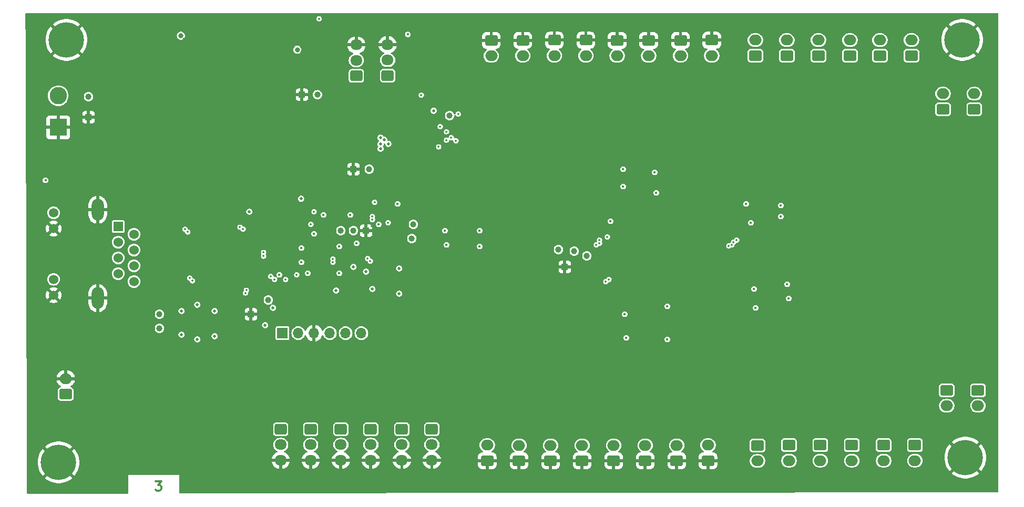
<source format=gbr>
%TF.GenerationSoftware,KiCad,Pcbnew,8.0.5*%
%TF.CreationDate,2024-09-23T13:18:53+02:00*%
%TF.ProjectId,PIC18F_ETH,50494331-3846-45f4-9554-482e6b696361,rev?*%
%TF.SameCoordinates,Original*%
%TF.FileFunction,Copper,L3,Inr*%
%TF.FilePolarity,Positive*%
%FSLAX46Y46*%
G04 Gerber Fmt 4.6, Leading zero omitted, Abs format (unit mm)*
G04 Created by KiCad (PCBNEW 8.0.5) date 2024-09-23 13:18:53*
%MOMM*%
%LPD*%
G01*
G04 APERTURE LIST*
G04 Aperture macros list*
%AMRoundRect*
0 Rectangle with rounded corners*
0 $1 Rounding radius*
0 $2 $3 $4 $5 $6 $7 $8 $9 X,Y pos of 4 corners*
0 Add a 4 corners polygon primitive as box body*
4,1,4,$2,$3,$4,$5,$6,$7,$8,$9,$2,$3,0*
0 Add four circle primitives for the rounded corners*
1,1,$1+$1,$2,$3*
1,1,$1+$1,$4,$5*
1,1,$1+$1,$6,$7*
1,1,$1+$1,$8,$9*
0 Add four rect primitives between the rounded corners*
20,1,$1+$1,$2,$3,$4,$5,0*
20,1,$1+$1,$4,$5,$6,$7,0*
20,1,$1+$1,$6,$7,$8,$9,0*
20,1,$1+$1,$8,$9,$2,$3,0*%
G04 Aperture macros list end*
%ADD10C,0.300000*%
%TA.AperFunction,NonConductor*%
%ADD11C,0.300000*%
%TD*%
%TA.AperFunction,ComponentPad*%
%ADD12C,5.700000*%
%TD*%
%TA.AperFunction,ComponentPad*%
%ADD13RoundRect,0.250000X-0.750000X0.600000X-0.750000X-0.600000X0.750000X-0.600000X0.750000X0.600000X0*%
%TD*%
%TA.AperFunction,ComponentPad*%
%ADD14O,2.000000X1.700000*%
%TD*%
%TA.AperFunction,ComponentPad*%
%ADD15RoundRect,0.250000X0.725000X-0.600000X0.725000X0.600000X-0.725000X0.600000X-0.725000X-0.600000X0*%
%TD*%
%TA.AperFunction,ComponentPad*%
%ADD16O,1.950000X1.700000*%
%TD*%
%TA.AperFunction,ComponentPad*%
%ADD17RoundRect,0.250000X0.750000X-0.600000X0.750000X0.600000X-0.750000X0.600000X-0.750000X-0.600000X0*%
%TD*%
%TA.AperFunction,ComponentPad*%
%ADD18R,1.000000X1.000000*%
%TD*%
%TA.AperFunction,ComponentPad*%
%ADD19C,1.000000*%
%TD*%
%TA.AperFunction,ComponentPad*%
%ADD20R,2.800000X2.800000*%
%TD*%
%TA.AperFunction,ComponentPad*%
%ADD21C,2.800000*%
%TD*%
%TA.AperFunction,ComponentPad*%
%ADD22R,1.700000X1.700000*%
%TD*%
%TA.AperFunction,ComponentPad*%
%ADD23O,1.700000X1.700000*%
%TD*%
%TA.AperFunction,ComponentPad*%
%ADD24RoundRect,0.250000X-0.725000X0.600000X-0.725000X-0.600000X0.725000X-0.600000X0.725000X0.600000X0*%
%TD*%
%TA.AperFunction,ComponentPad*%
%ADD25R,1.524000X1.524000*%
%TD*%
%TA.AperFunction,ComponentPad*%
%ADD26C,1.524000*%
%TD*%
%TA.AperFunction,ComponentPad*%
%ADD27O,2.000000X3.500000*%
%TD*%
%TA.AperFunction,ViaPad*%
%ADD28C,0.500000*%
%TD*%
%TA.AperFunction,ViaPad*%
%ADD29C,0.400000*%
%TD*%
%TA.AperFunction,ViaPad*%
%ADD30C,0.350000*%
%TD*%
%TA.AperFunction,ViaPad*%
%ADD31C,0.800000*%
%TD*%
G04 APERTURE END LIST*
D10*
D11*
X66661653Y-177050828D02*
X67590225Y-177050828D01*
X67590225Y-177050828D02*
X67090225Y-177622257D01*
X67090225Y-177622257D02*
X67304510Y-177622257D01*
X67304510Y-177622257D02*
X67447368Y-177693685D01*
X67447368Y-177693685D02*
X67518796Y-177765114D01*
X67518796Y-177765114D02*
X67590225Y-177907971D01*
X67590225Y-177907971D02*
X67590225Y-178265114D01*
X67590225Y-178265114D02*
X67518796Y-178407971D01*
X67518796Y-178407971D02*
X67447368Y-178479400D01*
X67447368Y-178479400D02*
X67304510Y-178550828D01*
X67304510Y-178550828D02*
X66875939Y-178550828D01*
X66875939Y-178550828D02*
X66733082Y-178479400D01*
X66733082Y-178479400D02*
X66661653Y-178407971D01*
D12*
%TO.N,GND*%
%TO.C,H7004*%
X51054000Y-173990000D03*
%TD*%
D13*
%TO.N,GND*%
%TO.C,J8012*%
X141016000Y-105998000D03*
D14*
%TO.N,/IO_core/Digital Input/DI11x*%
X141016000Y-108498000D03*
%TD*%
D13*
%TO.N,GND*%
%TO.C,J8016*%
X120742000Y-105998000D03*
D14*
%TO.N,/IO_core/Digital Input/DI15x*%
X120742000Y-108498000D03*
%TD*%
D12*
%TO.N,GND*%
%TO.C,H7003*%
X197104000Y-173228000D03*
%TD*%
D15*
%TO.N,/CAN/CAN_H*%
%TO.C,J6001*%
X99014000Y-111720000D03*
D16*
%TO.N,/CAN/CAN_L*%
X99014000Y-109220000D03*
%TO.N,GND*%
X99014000Y-106720000D03*
%TD*%
D17*
%TO.N,GND*%
%TO.C,J8007*%
X150622000Y-173756000D03*
D14*
%TO.N,/IO_core/Digital Input/DI6x*%
X150622000Y-171256000D03*
%TD*%
D18*
%TO.N,GND*%
%TO.C,TP2015*%
X100584000Y-136652000D03*
%TD*%
D19*
%TO.N,/MCU_core/UART_TX*%
%TO.C,TP2004*%
X96520000Y-136652000D03*
%TD*%
D13*
%TO.N,Net-(J9002-Pin_1)*%
%TO.C,J9002*%
X168702000Y-171216000D03*
D14*
%TO.N,Net-(J9002-Pin_2)*%
X168702000Y-173716000D03*
%TD*%
D19*
%TO.N,Net-(D3001-A)*%
%TO.C,TP3001*%
X55880000Y-115062000D03*
%TD*%
D17*
%TO.N,+3.3V*%
%TO.C,J3002*%
X52200000Y-163000000D03*
D14*
%TO.N,GND*%
X52200000Y-160500000D03*
%TD*%
D19*
%TO.N,/ETH_Connector/LED_G*%
%TO.C,TP2001*%
X67310000Y-150114000D03*
%TD*%
D18*
%TO.N,GND*%
%TO.C,TP2016*%
X82042000Y-150114000D03*
%TD*%
D19*
%TO.N,/SPI_DO.MOSI*%
%TO.C,TP2010*%
X134112000Y-139954000D03*
%TD*%
D17*
%TO.N,Net-(J9010-Pin_1)*%
%TO.C,J9010*%
X193502000Y-117094000D03*
D14*
%TO.N,Net-(J9010-Pin_2)*%
X193502000Y-114594000D03*
%TD*%
D17*
%TO.N,Net-(J9016-Pin_1)*%
%TO.C,J9016*%
X163276000Y-108458000D03*
D14*
%TO.N,Net-(J9016-Pin_2)*%
X163276000Y-105958000D03*
%TD*%
D19*
%TO.N,+5V*%
%TO.C,TP3003*%
X92750000Y-114750000D03*
%TD*%
%TO.N,/ETH_Connector/LED_Y*%
%TO.C,TP2002*%
X67310000Y-152400000D03*
%TD*%
D20*
%TO.N,GND*%
%TO.C,J3001*%
X51000000Y-120000000D03*
D21*
%TO.N,Net-(D3001-A)*%
X51000000Y-114920000D03*
%TD*%
D17*
%TO.N,GND*%
%TO.C,J8008*%
X155656000Y-173736000D03*
D14*
%TO.N,/IO_core/Digital Input/DI7x*%
X155656000Y-171236000D03*
%TD*%
D15*
%TO.N,/CAN/CAN_H*%
%TO.C,J6002*%
X104048000Y-111680000D03*
D16*
%TO.N,/CAN/CAN_L*%
X104048000Y-109180000D03*
%TO.N,GND*%
X104048000Y-106680000D03*
%TD*%
D17*
%TO.N,Net-(J9013-Pin_1)*%
%TO.C,J9013*%
X178516000Y-108458000D03*
D14*
%TO.N,Net-(J9013-Pin_2)*%
X178516000Y-105958000D03*
%TD*%
D13*
%TO.N,Net-(J9003-Pin_1)*%
%TO.C,J9003*%
X173736000Y-171216000D03*
D14*
%TO.N,Net-(J9003-Pin_2)*%
X173736000Y-173716000D03*
%TD*%
D13*
%TO.N,GND*%
%TO.C,J8013*%
X135982000Y-105958000D03*
D14*
%TO.N,/IO_core/Digital Input/DI12x*%
X135982000Y-108458000D03*
%TD*%
D13*
%TO.N,Net-(J9006-Pin_1)*%
%TO.C,J9006*%
X188976000Y-171216000D03*
D14*
%TO.N,Net-(J9006-Pin_2)*%
X188976000Y-173716000D03*
%TD*%
D19*
%TO.N,/SPI_DO.SCK*%
%TO.C,TP2008*%
X131572000Y-139700000D03*
%TD*%
D13*
%TO.N,GND*%
%TO.C,J8014*%
X130902000Y-105958000D03*
D14*
%TO.N,/IO_core/Digital Input/DI13x*%
X130902000Y-108458000D03*
%TD*%
D19*
%TO.N,/MCU_core/SPI_SS0*%
%TO.C,TP2011*%
X108204000Y-135636000D03*
%TD*%
D22*
%TO.N,/MCU_core/RST#*%
%TO.C,J2001*%
X87122000Y-153162000D03*
D23*
%TO.N,+3.3V*%
X89662000Y-153162000D03*
%TO.N,GND*%
X92202000Y-153162000D03*
%TO.N,/MCU_core/PGD*%
X94742000Y-153162000D03*
%TO.N,/MCU_core/PGC*%
X97282000Y-153162000D03*
%TO.N,unconnected-(J2001-Pin_6-Pad6)*%
X99822000Y-153162000D03*
%TD*%
D19*
%TO.N,/MCU_core/UART_RX*%
%TO.C,TP2003*%
X98552000Y-136652000D03*
%TD*%
%TO.N,+3.3V*%
%TO.C,TP3005*%
X101092000Y-126746000D03*
%TD*%
D24*
%TO.N,+3.3V*%
%TO.C,J4003*%
X101346000Y-168656000D03*
D16*
%TO.N,/IO_core/AD1x*%
X101346000Y-171156000D03*
%TO.N,GND*%
X101346000Y-173656000D03*
%TD*%
D17*
%TO.N,GND*%
%TO.C,J8006*%
X145542000Y-173756000D03*
D14*
%TO.N,/IO_core/Digital Input/DI5x*%
X145542000Y-171256000D03*
%TD*%
D12*
%TO.N,GND*%
%TO.C,H7002*%
X196596000Y-105918000D03*
%TD*%
D17*
%TO.N,GND*%
%TO.C,J8004*%
X135382000Y-173756000D03*
D14*
%TO.N,/IO_core/Digital Input/DI3x*%
X135382000Y-171256000D03*
%TD*%
D24*
%TO.N,+3.3V*%
%TO.C,J4006*%
X86832000Y-168656000D03*
D16*
%TO.N,/IO_core/AD5x*%
X86832000Y-171156000D03*
%TO.N,GND*%
X86832000Y-173656000D03*
%TD*%
D17*
%TO.N,GND*%
%TO.C,J8005*%
X140462000Y-173756000D03*
D14*
%TO.N,/IO_core/Digital Input/DI4x*%
X140462000Y-171256000D03*
%TD*%
D17*
%TO.N,Net-(J9012-Pin_1)*%
%TO.C,J9012*%
X183342000Y-108458000D03*
D14*
%TO.N,Net-(J9012-Pin_2)*%
X183342000Y-105958000D03*
%TD*%
D13*
%TO.N,Net-(J9007-Pin_1)*%
%TO.C,J9007*%
X194102000Y-162388000D03*
D14*
%TO.N,Net-(J9007-Pin_2)*%
X194102000Y-164888000D03*
%TD*%
D24*
%TO.N,+3.3V*%
%TO.C,J4002*%
X106344000Y-168656000D03*
D16*
%TO.N,/IO_core/AD3x*%
X106344000Y-171156000D03*
%TO.N,GND*%
X106344000Y-173656000D03*
%TD*%
D17*
%TO.N,Net-(J9015-Pin_1)*%
%TO.C,J9015*%
X168348000Y-108458000D03*
D14*
%TO.N,Net-(J9015-Pin_2)*%
X168348000Y-105958000D03*
%TD*%
D19*
%TO.N,/SPI_DO.MISO*%
%TO.C,TP2009*%
X136144000Y-140716000D03*
%TD*%
%TO.N,/MCU_core/RST#*%
%TO.C,TP2012*%
X84836000Y-147828000D03*
%TD*%
%TO.N,/CAN_CTRL.CS#*%
%TO.C,TP2007*%
X114046000Y-118110000D03*
%TD*%
D13*
%TO.N,GND*%
%TO.C,J8011*%
X146096000Y-105998000D03*
D14*
%TO.N,/IO_core/Digital Input/DI10x*%
X146096000Y-108498000D03*
%TD*%
D13*
%TO.N,Net-(J9001-Pin_1)*%
%TO.C,J9001*%
X163622000Y-171278000D03*
D14*
%TO.N,Net-(J9001-Pin_2)*%
X163622000Y-173778000D03*
%TD*%
D17*
%TO.N,GND*%
%TO.C,J8001*%
X120096000Y-173736000D03*
D14*
%TO.N,/IO_core/Digital Input/DI0x*%
X120096000Y-171236000D03*
%TD*%
D19*
%TO.N,/SPI_DO.CS#*%
%TO.C,TP2006*%
X107950000Y-137922000D03*
%TD*%
D25*
%TO.N,/ETH_Connector/ETH.TX+*%
%TO.C,J5001*%
X60660000Y-135965000D03*
D26*
%TO.N,/ETH_Connector/ETH.TX-*%
X63200000Y-137235000D03*
%TO.N,/ETH_Connector/TX_C*%
X60660000Y-138505000D03*
%TO.N,unconnected-(J5001-Pad4)*%
X63200000Y-139775000D03*
%TO.N,unconnected-(J5001-Pad5)*%
X60660000Y-141045000D03*
%TO.N,/ETH_Connector/RX_C*%
X63200000Y-142315000D03*
%TO.N,/ETH_Connector/ETH.RX+*%
X60660000Y-143585000D03*
%TO.N,/ETH_Connector/ETH.RX-*%
X63200000Y-144855000D03*
%TO.N,Net-(J5001-Pad9)*%
X50250000Y-133780000D03*
%TO.N,GND*%
X50250000Y-136320000D03*
%TO.N,Net-(J5001-Pad11)*%
X50250000Y-144500000D03*
%TO.N,GND*%
X50250000Y-147040000D03*
D27*
X57360000Y-133290000D03*
X57360000Y-147530000D03*
%TD*%
D13*
%TO.N,GND*%
%TO.C,J8015*%
X125822000Y-105978000D03*
D14*
%TO.N,/IO_core/Digital Input/DI14x*%
X125822000Y-108478000D03*
%TD*%
D24*
%TO.N,+3.3V*%
%TO.C,J4004*%
X96520000Y-168656000D03*
D16*
%TO.N,/IO_core/AD2x*%
X96520000Y-171156000D03*
%TO.N,GND*%
X96520000Y-173656000D03*
%TD*%
D18*
%TO.N,GND*%
%TO.C,TP3006*%
X90250000Y-114750000D03*
%TD*%
D17*
%TO.N,Net-(J9009-Pin_1)*%
%TO.C,J9009*%
X198536000Y-117094000D03*
D14*
%TO.N,Net-(J9009-Pin_2)*%
X198536000Y-114594000D03*
%TD*%
D17*
%TO.N,Net-(J9011-Pin_1)*%
%TO.C,J9011*%
X188422000Y-108458000D03*
D14*
%TO.N,Net-(J9011-Pin_2)*%
X188422000Y-105958000D03*
%TD*%
D13*
%TO.N,Net-(J9008-Pin_1)*%
%TO.C,J9008*%
X199136000Y-162388000D03*
D14*
%TO.N,Net-(J9008-Pin_2)*%
X199136000Y-164888000D03*
%TD*%
D12*
%TO.N,GND*%
%TO.C,H7001*%
X52324000Y-105918000D03*
%TD*%
D18*
%TO.N,GND*%
%TO.C,TP3002*%
X55880000Y-118364000D03*
%TD*%
D13*
%TO.N,Net-(J9004-Pin_1)*%
%TO.C,J9004*%
X178816000Y-171216000D03*
D14*
%TO.N,Net-(J9004-Pin_2)*%
X178816000Y-173716000D03*
%TD*%
D13*
%TO.N,GND*%
%TO.C,J8010*%
X151222000Y-105978000D03*
D14*
%TO.N,/IO_core/Digital Input/DI9x*%
X151222000Y-108478000D03*
%TD*%
D18*
%TO.N,GND*%
%TO.C,TP2005*%
X132588000Y-142494000D03*
%TD*%
D13*
%TO.N,GND*%
%TO.C,J8009*%
X156256000Y-105958000D03*
D14*
%TO.N,/IO_core/Digital Input/DI8x*%
X156256000Y-108458000D03*
%TD*%
D13*
%TO.N,Net-(J9005-Pin_1)*%
%TO.C,J9005*%
X183942000Y-171216000D03*
D14*
%TO.N,Net-(J9005-Pin_2)*%
X183942000Y-173716000D03*
%TD*%
D24*
%TO.N,+3.3V*%
%TO.C,J4005*%
X91658000Y-168656000D03*
D16*
%TO.N,/IO_core/AD4x*%
X91658000Y-171156000D03*
%TO.N,GND*%
X91658000Y-173656000D03*
%TD*%
D17*
%TO.N,GND*%
%TO.C,J8002*%
X125222000Y-173756000D03*
D14*
%TO.N,/IO_core/Digital Input/DI1x*%
X125222000Y-171256000D03*
%TD*%
D24*
%TO.N,+3.3V*%
%TO.C,J4001*%
X111170000Y-168656000D03*
D16*
%TO.N,/IO_core/AD0x*%
X111170000Y-171156000D03*
%TO.N,GND*%
X111170000Y-173656000D03*
%TD*%
D18*
%TO.N,GND*%
%TO.C,TP3004*%
X98552000Y-126746000D03*
%TD*%
D17*
%TO.N,Net-(J9014-Pin_1)*%
%TO.C,J9014*%
X173436000Y-108458000D03*
D14*
%TO.N,Net-(J9014-Pin_2)*%
X173436000Y-105958000D03*
%TD*%
D17*
%TO.N,GND*%
%TO.C,J8003*%
X130302000Y-173756000D03*
D14*
%TO.N,/IO_core/Digital Input/DI2x*%
X130302000Y-171256000D03*
%TD*%
D28*
%TO.N,GND*%
X81788000Y-153162000D03*
X116332000Y-116078000D03*
X161798000Y-146812000D03*
D29*
%TO.N,+3.3V*%
X86614000Y-143764000D03*
X99060000Y-138684000D03*
X162560000Y-135382000D03*
D28*
X103526000Y-122026000D03*
D29*
X163068000Y-146050000D03*
D28*
X100584000Y-143256000D03*
D29*
X102616000Y-135636000D03*
X149098000Y-154178000D03*
X118872000Y-136652000D03*
X91186000Y-143510000D03*
X147066000Y-127254000D03*
X113284000Y-136652000D03*
D28*
X102912000Y-121666000D03*
X102912000Y-122682000D03*
X73406000Y-154178000D03*
X104161000Y-122661000D03*
X101600000Y-146050000D03*
D29*
X118872000Y-139192000D03*
D28*
X70866000Y-153416000D03*
D29*
X113538000Y-138938000D03*
X167386000Y-132588000D03*
X92202000Y-137160000D03*
D28*
X95758000Y-146304000D03*
D30*
X93000000Y-102500000D03*
D29*
X141986000Y-129540000D03*
X107315000Y-105029000D03*
X142494000Y-153924000D03*
D28*
X102912000Y-123444000D03*
D29*
X93726000Y-134112000D03*
D28*
X84328000Y-151892000D03*
D29*
X147320000Y-130556000D03*
D28*
X73406000Y-148590000D03*
D29*
X161798000Y-132334000D03*
X139954000Y-135128000D03*
X105664000Y-132334000D03*
X163322000Y-149098000D03*
D28*
X85598000Y-149098000D03*
X105918000Y-146812000D03*
D29*
X167386000Y-134366000D03*
X48946500Y-128528000D03*
X142240000Y-150114000D03*
X96266000Y-143510000D03*
X90170000Y-141732000D03*
D28*
X76200000Y-149606000D03*
X70866000Y-149606000D03*
X81788000Y-133604000D03*
D29*
X90170000Y-139446000D03*
X98044000Y-134112000D03*
X96266000Y-139192000D03*
D28*
X98552000Y-142494000D03*
X111458791Y-117331440D03*
X76200000Y-153670000D03*
X90100000Y-131502000D03*
D29*
X168656000Y-147574000D03*
X149098000Y-148844000D03*
X168402000Y-145288000D03*
X141986000Y-126746000D03*
D28*
X105918000Y-142748000D03*
D29*
%TO.N,GND*%
X75946000Y-107188000D03*
X160782000Y-141224000D03*
D28*
X83820000Y-137922000D03*
X198628000Y-147574000D03*
D29*
X124206000Y-164338000D03*
D28*
X80772000Y-132842000D03*
D29*
X144018000Y-164338000D03*
D28*
X114808000Y-121158000D03*
X193802000Y-131572000D03*
D29*
X122174000Y-164084000D03*
X73750000Y-122428000D03*
D28*
X116078000Y-110236000D03*
D29*
X79248000Y-107188000D03*
X154178000Y-115570000D03*
D28*
X188722000Y-122682000D03*
X88392000Y-116586000D03*
X94742000Y-122428000D03*
X99568000Y-119634000D03*
D29*
X138176000Y-140970000D03*
X138176000Y-141478000D03*
D28*
X69500000Y-108712000D03*
X101750000Y-124750000D03*
X103886000Y-123952000D03*
X86810000Y-104883000D03*
D29*
X74168000Y-107188000D03*
D28*
X163576000Y-122682000D03*
X193548000Y-147828000D03*
X87376000Y-128778000D03*
D29*
X81000000Y-135750000D03*
X83084500Y-122428000D03*
D28*
X110998000Y-115570000D03*
D29*
X89500000Y-106500000D03*
D28*
X173228000Y-156464000D03*
X92202000Y-132334000D03*
X84328000Y-132080000D03*
D29*
X163068000Y-136906000D03*
D28*
X163068000Y-156718000D03*
D29*
X152400000Y-164338000D03*
D28*
X76645000Y-139192000D03*
X101600000Y-135890000D03*
X141224000Y-133096000D03*
X100330000Y-117856000D03*
X158496000Y-139700000D03*
D29*
X71500000Y-143750000D03*
D28*
X78232000Y-141478000D03*
X97028000Y-123190000D03*
X168656000Y-122682000D03*
X163830000Y-133604000D03*
D30*
X163292000Y-139192000D03*
D28*
X85852000Y-135636000D03*
D29*
X132334000Y-164338000D03*
X154432000Y-164338000D03*
D30*
X164484000Y-140608000D03*
D28*
X198882000Y-131572000D03*
X91948000Y-119380000D03*
X105664000Y-133604000D03*
X87884000Y-135636000D03*
D29*
X97790000Y-139700000D03*
D28*
X82500000Y-107500000D03*
D30*
X163068000Y-141800000D03*
D29*
X71000000Y-135750000D03*
D28*
X111760000Y-113538000D03*
X137414000Y-139700000D03*
X97790000Y-119634000D03*
D29*
X72250000Y-137500000D03*
D28*
X188468000Y-156718000D03*
D29*
X89916000Y-162052000D03*
D28*
X99314000Y-134112000D03*
D30*
X141732000Y-140208000D03*
D29*
X81528750Y-122428000D03*
D28*
X168148000Y-156718000D03*
X114046000Y-122936000D03*
D29*
X142494000Y-115824000D03*
X122428000Y-116078000D03*
D28*
X98552000Y-122936000D03*
D29*
X138176000Y-140208000D03*
D28*
X89662000Y-149025000D03*
X111506000Y-127254000D03*
X101600000Y-131064000D03*
D29*
X109474000Y-162052000D03*
X142240000Y-164338000D03*
D28*
X72644000Y-141732000D03*
D29*
X133604000Y-115824000D03*
D28*
X173736000Y-122682000D03*
X138430000Y-136906000D03*
X89916000Y-124206000D03*
X100584000Y-123952000D03*
X70750000Y-107500000D03*
D29*
X152654000Y-115570000D03*
D28*
X183642000Y-122682000D03*
D29*
X123952000Y-116078000D03*
D28*
X97790000Y-143510000D03*
D29*
X76861500Y-122428000D03*
D30*
X140462000Y-141508000D03*
D28*
X65532000Y-110744000D03*
D29*
X86196000Y-122428000D03*
X111506000Y-124714000D03*
X71250000Y-105750000D03*
X87884000Y-162052000D03*
D28*
X183388000Y-156464000D03*
X200152000Y-133070500D03*
D29*
X77470000Y-107188000D03*
X92202000Y-142494000D03*
X134112000Y-164338000D03*
X97536000Y-162052000D03*
X92456000Y-139700000D03*
X78417250Y-122428000D03*
X107696000Y-162052000D03*
X79973000Y-122428000D03*
X140208000Y-136398000D03*
X99568000Y-162052000D03*
X132588000Y-115824000D03*
X79750000Y-135750000D03*
X160782000Y-141732000D03*
D28*
X159766000Y-137668000D03*
X195072000Y-133070500D03*
X96266000Y-119634000D03*
X84074000Y-139192000D03*
X113538000Y-119634000D03*
X105156000Y-131318000D03*
D29*
X48946500Y-126750000D03*
D28*
X88334000Y-104883000D03*
D29*
X178816000Y-122682000D03*
D28*
X178308000Y-156464000D03*
D29*
X144272000Y-115824000D03*
X81026000Y-107188000D03*
D28*
X111506000Y-104902000D03*
X99568000Y-123952000D03*
D29*
X83500000Y-139750000D03*
D28*
X67056000Y-109474000D03*
D29*
X84640250Y-122428000D03*
D28*
X78994000Y-134874000D03*
X62484000Y-110236000D03*
X74168000Y-137922000D03*
D29*
X75305750Y-122428000D03*
D28*
X88900000Y-143510000D03*
D29*
X84750000Y-140750000D03*
X73000000Y-145250000D03*
D28*
X95758000Y-130556000D03*
X139954000Y-145288000D03*
D30*
%TO.N,/AD0*%
X100838000Y-141128000D03*
X95250000Y-141224000D03*
%TO.N,/AD1*%
X101262265Y-141561735D03*
X95250000Y-141749999D03*
%TO.N,/ETH_Connector/ETH.RX+*%
X84074000Y-140162000D03*
X72177867Y-144313867D03*
%TO.N,/ETH_Connector/ETH.TX-*%
X80772000Y-136398000D03*
X71840133Y-136864133D03*
%TO.N,/ETH_Connector/ETH.TX+*%
X80264000Y-136098000D03*
X71415867Y-136439867D03*
%TO.N,/ETH_Connector/ETH.RX-*%
X84074000Y-140762000D03*
X72602133Y-144738133D03*
D31*
%TO.N,+5V*%
X89500000Y-107500000D03*
X70750000Y-105250000D03*
D30*
%TO.N,/CAN_CTRL.INT#*%
X112268000Y-123150000D03*
X85250000Y-144018000D03*
%TO.N,/MCU_core/PGC*%
X81292077Y-146263744D03*
%TO.N,/MCU_core/PGD*%
X81162769Y-146694769D03*
%TO.N,Net-(U6002-\u002ARX0BF)*%
X109474000Y-114808000D03*
X115412000Y-117856000D03*
%TO.N,/SPI_DI.INT#*%
X85852000Y-144526000D03*
X139192000Y-144876000D03*
%TO.N,/SPI_DI.INT1#*%
X87630000Y-144526000D03*
X139700000Y-144526000D03*
%TO.N,/SPI_DO.SCK*%
X91694000Y-135636000D03*
X113538000Y-122056899D03*
X101600000Y-134874000D03*
X138176000Y-138176000D03*
X159766000Y-138526000D03*
X115062000Y-122174000D03*
%TO.N,/SPI_DO.MISO*%
X159004000Y-139126000D03*
X101950000Y-132080000D03*
X113538000Y-120706901D03*
X137668000Y-138938000D03*
%TO.N,/SPI_DO.MOSI*%
X159512000Y-138938000D03*
X101600000Y-134366000D03*
X138176000Y-138684000D03*
X114300000Y-121666000D03*
%TO.N,/SPI_DO.CS#*%
X160274000Y-138176000D03*
X139446000Y-137668000D03*
%TO.N,/MCU_core/SPI_SS0*%
X104140000Y-135382000D03*
X89408000Y-143764000D03*
%TO.N,/CAN_CTRL.CS#*%
X92202000Y-133624000D03*
X112522000Y-119888000D03*
%TD*%
%TA.AperFunction,Conductor*%
%TO.N,GND*%
G36*
X202381039Y-101619685D02*
G01*
X202426794Y-101672489D01*
X202438000Y-101724000D01*
X202438000Y-178692200D01*
X202418315Y-178759239D01*
X202365511Y-178804994D01*
X202314201Y-178816200D01*
X70624201Y-179029983D01*
X70557130Y-179010407D01*
X70511289Y-178957678D01*
X70500000Y-178905983D01*
X70500000Y-176000000D01*
X62250000Y-176000000D01*
X62250000Y-178919778D01*
X62230315Y-178986817D01*
X62177511Y-179032572D01*
X62126201Y-179043778D01*
X46097794Y-179069799D01*
X46030723Y-179050223D01*
X45984882Y-178997494D01*
X45973594Y-178946206D01*
X45965829Y-176578000D01*
X45957344Y-173989997D01*
X47699080Y-173989997D01*
X47699080Y-173990002D01*
X47718746Y-174352728D01*
X47777517Y-174711214D01*
X47777519Y-174711222D01*
X47874695Y-175061220D01*
X47874697Y-175061227D01*
X48009152Y-175398684D01*
X48009161Y-175398702D01*
X48179316Y-175719647D01*
X48179318Y-175719651D01*
X48383170Y-176020309D01*
X48383177Y-176020319D01*
X48514969Y-176175475D01*
X48514970Y-176175475D01*
X49759748Y-174930698D01*
X49833588Y-175032330D01*
X50011670Y-175210412D01*
X50113300Y-175284251D01*
X48865888Y-176531662D01*
X48865888Y-176531664D01*
X48882070Y-176546992D01*
X48882071Y-176546993D01*
X49171266Y-176766832D01*
X49171282Y-176766843D01*
X49482522Y-176954109D01*
X49482535Y-176954116D01*
X49812205Y-177106639D01*
X49812210Y-177106640D01*
X50156461Y-177222632D01*
X50511235Y-177300724D01*
X50872366Y-177339999D01*
X50872374Y-177340000D01*
X51235626Y-177340000D01*
X51235633Y-177339999D01*
X51596764Y-177300724D01*
X51951538Y-177222632D01*
X52295789Y-177106640D01*
X52295794Y-177106639D01*
X52625464Y-176954116D01*
X52625477Y-176954109D01*
X52936717Y-176766843D01*
X52936733Y-176766832D01*
X53225929Y-176546992D01*
X53242110Y-176531664D01*
X53242110Y-176531663D01*
X51994698Y-175284251D01*
X52096330Y-175210412D01*
X52274412Y-175032330D01*
X52348251Y-174930698D01*
X53593028Y-176175475D01*
X53593029Y-176175475D01*
X53724827Y-176020311D01*
X53724838Y-176020297D01*
X53928681Y-175719651D01*
X53928683Y-175719647D01*
X54098838Y-175398702D01*
X54098847Y-175398684D01*
X54233302Y-175061227D01*
X54233304Y-175061220D01*
X54330480Y-174711222D01*
X54330482Y-174711214D01*
X54389253Y-174352728D01*
X54408920Y-173990002D01*
X54408920Y-173989997D01*
X54389253Y-173627271D01*
X54352977Y-173406000D01*
X85379769Y-173406000D01*
X86427854Y-173406000D01*
X86389370Y-173472657D01*
X86357000Y-173593465D01*
X86357000Y-173718535D01*
X86389370Y-173839343D01*
X86427854Y-173906000D01*
X85379769Y-173906000D01*
X85390242Y-173972126D01*
X85390242Y-173972129D01*
X85455904Y-174174217D01*
X85552379Y-174363557D01*
X85677272Y-174535459D01*
X85677276Y-174535464D01*
X85827535Y-174685723D01*
X85827540Y-174685727D01*
X85999442Y-174810620D01*
X86188782Y-174907095D01*
X86390872Y-174972757D01*
X86582000Y-175003029D01*
X86582000Y-174060145D01*
X86648657Y-174098630D01*
X86769465Y-174131000D01*
X86894535Y-174131000D01*
X87015343Y-174098630D01*
X87082000Y-174060145D01*
X87082000Y-175003028D01*
X87273127Y-174972757D01*
X87475217Y-174907095D01*
X87664557Y-174810620D01*
X87836459Y-174685727D01*
X87836464Y-174685723D01*
X87986723Y-174535464D01*
X87986727Y-174535459D01*
X88111620Y-174363557D01*
X88208095Y-174174217D01*
X88273757Y-173972129D01*
X88273757Y-173972126D01*
X88284231Y-173906000D01*
X87236146Y-173906000D01*
X87274630Y-173839343D01*
X87307000Y-173718535D01*
X87307000Y-173593465D01*
X87274630Y-173472657D01*
X87236146Y-173406000D01*
X88284231Y-173406000D01*
X90205769Y-173406000D01*
X91253854Y-173406000D01*
X91215370Y-173472657D01*
X91183000Y-173593465D01*
X91183000Y-173718535D01*
X91215370Y-173839343D01*
X91253854Y-173906000D01*
X90205769Y-173906000D01*
X90216242Y-173972126D01*
X90216242Y-173972129D01*
X90281904Y-174174217D01*
X90378379Y-174363557D01*
X90503272Y-174535459D01*
X90503276Y-174535464D01*
X90653535Y-174685723D01*
X90653540Y-174685727D01*
X90825442Y-174810620D01*
X91014782Y-174907095D01*
X91216872Y-174972757D01*
X91408000Y-175003029D01*
X91408000Y-174060145D01*
X91474657Y-174098630D01*
X91595465Y-174131000D01*
X91720535Y-174131000D01*
X91841343Y-174098630D01*
X91908000Y-174060145D01*
X91908000Y-175003028D01*
X92099127Y-174972757D01*
X92301217Y-174907095D01*
X92490557Y-174810620D01*
X92662459Y-174685727D01*
X92662464Y-174685723D01*
X92812723Y-174535464D01*
X92812727Y-174535459D01*
X92937620Y-174363557D01*
X93034095Y-174174217D01*
X93099757Y-173972129D01*
X93099757Y-173972126D01*
X93110231Y-173906000D01*
X92062146Y-173906000D01*
X92100630Y-173839343D01*
X92133000Y-173718535D01*
X92133000Y-173593465D01*
X92100630Y-173472657D01*
X92062146Y-173406000D01*
X93110231Y-173406000D01*
X95067769Y-173406000D01*
X96115854Y-173406000D01*
X96077370Y-173472657D01*
X96045000Y-173593465D01*
X96045000Y-173718535D01*
X96077370Y-173839343D01*
X96115854Y-173906000D01*
X95067769Y-173906000D01*
X95078242Y-173972126D01*
X95078242Y-173972129D01*
X95143904Y-174174217D01*
X95240379Y-174363557D01*
X95365272Y-174535459D01*
X95365276Y-174535464D01*
X95515535Y-174685723D01*
X95515540Y-174685727D01*
X95687442Y-174810620D01*
X95876782Y-174907095D01*
X96078872Y-174972757D01*
X96270000Y-175003029D01*
X96270000Y-174060145D01*
X96336657Y-174098630D01*
X96457465Y-174131000D01*
X96582535Y-174131000D01*
X96703343Y-174098630D01*
X96770000Y-174060145D01*
X96770000Y-175003028D01*
X96961127Y-174972757D01*
X97163217Y-174907095D01*
X97352557Y-174810620D01*
X97524459Y-174685727D01*
X97524464Y-174685723D01*
X97674723Y-174535464D01*
X97674727Y-174535459D01*
X97799620Y-174363557D01*
X97896095Y-174174217D01*
X97961757Y-173972129D01*
X97961757Y-173972126D01*
X97972231Y-173906000D01*
X96924146Y-173906000D01*
X96962630Y-173839343D01*
X96995000Y-173718535D01*
X96995000Y-173593465D01*
X96962630Y-173472657D01*
X96924146Y-173406000D01*
X97972231Y-173406000D01*
X99893769Y-173406000D01*
X100941854Y-173406000D01*
X100903370Y-173472657D01*
X100871000Y-173593465D01*
X100871000Y-173718535D01*
X100903370Y-173839343D01*
X100941854Y-173906000D01*
X99893769Y-173906000D01*
X99904242Y-173972126D01*
X99904242Y-173972129D01*
X99969904Y-174174217D01*
X100066379Y-174363557D01*
X100191272Y-174535459D01*
X100191276Y-174535464D01*
X100341535Y-174685723D01*
X100341540Y-174685727D01*
X100513442Y-174810620D01*
X100702782Y-174907095D01*
X100904872Y-174972757D01*
X101096000Y-175003029D01*
X101096000Y-174060145D01*
X101162657Y-174098630D01*
X101283465Y-174131000D01*
X101408535Y-174131000D01*
X101529343Y-174098630D01*
X101596000Y-174060145D01*
X101596000Y-175003028D01*
X101787127Y-174972757D01*
X101989217Y-174907095D01*
X102178557Y-174810620D01*
X102350459Y-174685727D01*
X102350464Y-174685723D01*
X102500723Y-174535464D01*
X102500727Y-174535459D01*
X102625620Y-174363557D01*
X102722095Y-174174217D01*
X102787757Y-173972129D01*
X102787757Y-173972126D01*
X102798231Y-173906000D01*
X101750146Y-173906000D01*
X101788630Y-173839343D01*
X101821000Y-173718535D01*
X101821000Y-173593465D01*
X101788630Y-173472657D01*
X101750146Y-173406000D01*
X102798231Y-173406000D01*
X104891769Y-173406000D01*
X105939854Y-173406000D01*
X105901370Y-173472657D01*
X105869000Y-173593465D01*
X105869000Y-173718535D01*
X105901370Y-173839343D01*
X105939854Y-173906000D01*
X104891769Y-173906000D01*
X104902242Y-173972126D01*
X104902242Y-173972129D01*
X104967904Y-174174217D01*
X105064379Y-174363557D01*
X105189272Y-174535459D01*
X105189276Y-174535464D01*
X105339535Y-174685723D01*
X105339540Y-174685727D01*
X105511442Y-174810620D01*
X105700782Y-174907095D01*
X105902872Y-174972757D01*
X106094000Y-175003029D01*
X106094000Y-174060145D01*
X106160657Y-174098630D01*
X106281465Y-174131000D01*
X106406535Y-174131000D01*
X106527343Y-174098630D01*
X106594000Y-174060145D01*
X106594000Y-175003028D01*
X106785127Y-174972757D01*
X106987217Y-174907095D01*
X107176557Y-174810620D01*
X107348459Y-174685727D01*
X107348464Y-174685723D01*
X107498723Y-174535464D01*
X107498727Y-174535459D01*
X107623620Y-174363557D01*
X107720095Y-174174217D01*
X107785757Y-173972129D01*
X107785757Y-173972126D01*
X107796231Y-173906000D01*
X106748146Y-173906000D01*
X106786630Y-173839343D01*
X106819000Y-173718535D01*
X106819000Y-173593465D01*
X106786630Y-173472657D01*
X106748146Y-173406000D01*
X107796231Y-173406000D01*
X109717769Y-173406000D01*
X110765854Y-173406000D01*
X110727370Y-173472657D01*
X110695000Y-173593465D01*
X110695000Y-173718535D01*
X110727370Y-173839343D01*
X110765854Y-173906000D01*
X109717769Y-173906000D01*
X109728242Y-173972126D01*
X109728242Y-173972129D01*
X109793904Y-174174217D01*
X109890379Y-174363557D01*
X110015272Y-174535459D01*
X110015276Y-174535464D01*
X110165535Y-174685723D01*
X110165540Y-174685727D01*
X110337442Y-174810620D01*
X110526782Y-174907095D01*
X110728872Y-174972757D01*
X110920000Y-175003029D01*
X110920000Y-174060145D01*
X110986657Y-174098630D01*
X111107465Y-174131000D01*
X111232535Y-174131000D01*
X111353343Y-174098630D01*
X111420000Y-174060145D01*
X111420000Y-175003029D01*
X111611127Y-174972757D01*
X111813217Y-174907095D01*
X112002557Y-174810620D01*
X112174459Y-174685727D01*
X112174464Y-174685723D01*
X112324723Y-174535464D01*
X112324727Y-174535459D01*
X112449620Y-174363557D01*
X112546095Y-174174217D01*
X112611757Y-173972129D01*
X112611757Y-173972126D01*
X112622231Y-173906000D01*
X111574146Y-173906000D01*
X111612630Y-173839343D01*
X111645000Y-173718535D01*
X111645000Y-173593465D01*
X111612630Y-173472657D01*
X111574146Y-173406000D01*
X112622231Y-173406000D01*
X112611757Y-173339873D01*
X112611757Y-173339870D01*
X112546095Y-173137782D01*
X112519717Y-173086013D01*
X118596000Y-173086013D01*
X118596000Y-173486000D01*
X119662988Y-173486000D01*
X119630075Y-173543007D01*
X119596000Y-173670174D01*
X119596000Y-173801826D01*
X119630075Y-173928993D01*
X119662988Y-173986000D01*
X118596001Y-173986000D01*
X118596001Y-174385986D01*
X118606494Y-174488697D01*
X118661641Y-174655119D01*
X118661643Y-174655124D01*
X118753684Y-174804345D01*
X118877654Y-174928315D01*
X119026875Y-175020356D01*
X119026880Y-175020358D01*
X119193302Y-175075505D01*
X119193309Y-175075506D01*
X119296019Y-175085999D01*
X119845999Y-175085999D01*
X119846000Y-175085998D01*
X119846000Y-174169012D01*
X119903007Y-174201925D01*
X120030174Y-174236000D01*
X120161826Y-174236000D01*
X120288993Y-174201925D01*
X120346000Y-174169012D01*
X120346000Y-175085999D01*
X120895972Y-175085999D01*
X120895986Y-175085998D01*
X120998697Y-175075505D01*
X121165119Y-175020358D01*
X121165124Y-175020356D01*
X121314345Y-174928315D01*
X121438315Y-174804345D01*
X121530356Y-174655124D01*
X121530358Y-174655119D01*
X121585505Y-174488697D01*
X121585506Y-174488690D01*
X121595999Y-174385986D01*
X121596000Y-174385973D01*
X121596000Y-173986000D01*
X120529012Y-173986000D01*
X120561925Y-173928993D01*
X120596000Y-173801826D01*
X120596000Y-173670174D01*
X120561925Y-173543007D01*
X120529012Y-173486000D01*
X121595999Y-173486000D01*
X121595999Y-173106013D01*
X123722000Y-173106013D01*
X123722000Y-173506000D01*
X124788988Y-173506000D01*
X124756075Y-173563007D01*
X124722000Y-173690174D01*
X124722000Y-173821826D01*
X124756075Y-173948993D01*
X124788988Y-174006000D01*
X123722001Y-174006000D01*
X123722001Y-174405986D01*
X123732494Y-174508697D01*
X123787641Y-174675119D01*
X123787643Y-174675124D01*
X123879684Y-174824345D01*
X124003654Y-174948315D01*
X124152875Y-175040356D01*
X124152880Y-175040358D01*
X124319302Y-175095505D01*
X124319309Y-175095506D01*
X124422019Y-175105999D01*
X124971999Y-175105999D01*
X124972000Y-175105998D01*
X124972000Y-174189012D01*
X125029007Y-174221925D01*
X125156174Y-174256000D01*
X125287826Y-174256000D01*
X125414993Y-174221925D01*
X125472000Y-174189012D01*
X125472000Y-175105999D01*
X126021972Y-175105999D01*
X126021986Y-175105998D01*
X126124697Y-175095505D01*
X126291119Y-175040358D01*
X126291124Y-175040356D01*
X126440345Y-174948315D01*
X126564315Y-174824345D01*
X126656356Y-174675124D01*
X126656358Y-174675119D01*
X126711505Y-174508697D01*
X126711506Y-174508690D01*
X126721999Y-174405986D01*
X126722000Y-174405973D01*
X126722000Y-174006000D01*
X125655012Y-174006000D01*
X125687925Y-173948993D01*
X125722000Y-173821826D01*
X125722000Y-173690174D01*
X125687925Y-173563007D01*
X125655012Y-173506000D01*
X126721999Y-173506000D01*
X126721999Y-173106028D01*
X126721998Y-173106013D01*
X128802000Y-173106013D01*
X128802000Y-173506000D01*
X129868988Y-173506000D01*
X129836075Y-173563007D01*
X129802000Y-173690174D01*
X129802000Y-173821826D01*
X129836075Y-173948993D01*
X129868988Y-174006000D01*
X128802001Y-174006000D01*
X128802001Y-174405986D01*
X128812494Y-174508697D01*
X128867641Y-174675119D01*
X128867643Y-174675124D01*
X128959684Y-174824345D01*
X129083654Y-174948315D01*
X129232875Y-175040356D01*
X129232880Y-175040358D01*
X129399302Y-175095505D01*
X129399309Y-175095506D01*
X129502019Y-175105999D01*
X130051999Y-175105999D01*
X130052000Y-175105998D01*
X130052000Y-174189012D01*
X130109007Y-174221925D01*
X130236174Y-174256000D01*
X130367826Y-174256000D01*
X130494993Y-174221925D01*
X130552000Y-174189012D01*
X130552000Y-175105999D01*
X131101972Y-175105999D01*
X131101986Y-175105998D01*
X131204697Y-175095505D01*
X131371119Y-175040358D01*
X131371124Y-175040356D01*
X131520345Y-174948315D01*
X131644315Y-174824345D01*
X131736356Y-174675124D01*
X131736358Y-174675119D01*
X131791505Y-174508697D01*
X131791506Y-174508690D01*
X131801999Y-174405986D01*
X131802000Y-174405973D01*
X131802000Y-174006000D01*
X130735012Y-174006000D01*
X130767925Y-173948993D01*
X130802000Y-173821826D01*
X130802000Y-173690174D01*
X130767925Y-173563007D01*
X130735012Y-173506000D01*
X131801999Y-173506000D01*
X131801999Y-173106028D01*
X131801998Y-173106013D01*
X133882000Y-173106013D01*
X133882000Y-173506000D01*
X134948988Y-173506000D01*
X134916075Y-173563007D01*
X134882000Y-173690174D01*
X134882000Y-173821826D01*
X134916075Y-173948993D01*
X134948988Y-174006000D01*
X133882001Y-174006000D01*
X133882001Y-174405986D01*
X133892494Y-174508697D01*
X133947641Y-174675119D01*
X133947643Y-174675124D01*
X134039684Y-174824345D01*
X134163654Y-174948315D01*
X134312875Y-175040356D01*
X134312880Y-175040358D01*
X134479302Y-175095505D01*
X134479309Y-175095506D01*
X134582019Y-175105999D01*
X135131999Y-175105999D01*
X135132000Y-175105998D01*
X135132000Y-174189012D01*
X135189007Y-174221925D01*
X135316174Y-174256000D01*
X135447826Y-174256000D01*
X135574993Y-174221925D01*
X135632000Y-174189012D01*
X135632000Y-175105999D01*
X136181972Y-175105999D01*
X136181986Y-175105998D01*
X136284697Y-175095505D01*
X136451119Y-175040358D01*
X136451124Y-175040356D01*
X136600345Y-174948315D01*
X136724315Y-174824345D01*
X136816356Y-174675124D01*
X136816358Y-174675119D01*
X136871505Y-174508697D01*
X136871506Y-174508690D01*
X136881999Y-174405986D01*
X136882000Y-174405973D01*
X136882000Y-174006000D01*
X135815012Y-174006000D01*
X135847925Y-173948993D01*
X135882000Y-173821826D01*
X135882000Y-173690174D01*
X135847925Y-173563007D01*
X135815012Y-173506000D01*
X136881999Y-173506000D01*
X136881999Y-173106028D01*
X136881998Y-173106013D01*
X138962000Y-173106013D01*
X138962000Y-173506000D01*
X140028988Y-173506000D01*
X139996075Y-173563007D01*
X139962000Y-173690174D01*
X139962000Y-173821826D01*
X139996075Y-173948993D01*
X140028988Y-174006000D01*
X138962001Y-174006000D01*
X138962001Y-174405986D01*
X138972494Y-174508697D01*
X139027641Y-174675119D01*
X139027643Y-174675124D01*
X139119684Y-174824345D01*
X139243654Y-174948315D01*
X139392875Y-175040356D01*
X139392880Y-175040358D01*
X139559302Y-175095505D01*
X139559309Y-175095506D01*
X139662019Y-175105999D01*
X140211999Y-175105999D01*
X140212000Y-175105998D01*
X140212000Y-174189012D01*
X140269007Y-174221925D01*
X140396174Y-174256000D01*
X140527826Y-174256000D01*
X140654993Y-174221925D01*
X140712000Y-174189012D01*
X140712000Y-175105999D01*
X141261972Y-175105999D01*
X141261986Y-175105998D01*
X141364697Y-175095505D01*
X141531119Y-175040358D01*
X141531124Y-175040356D01*
X141680345Y-174948315D01*
X141804315Y-174824345D01*
X141896356Y-174675124D01*
X141896358Y-174675119D01*
X141951505Y-174508697D01*
X141951506Y-174508690D01*
X141961999Y-174405986D01*
X141962000Y-174405973D01*
X141962000Y-174006000D01*
X140895012Y-174006000D01*
X140927925Y-173948993D01*
X140962000Y-173821826D01*
X140962000Y-173690174D01*
X140927925Y-173563007D01*
X140895012Y-173506000D01*
X141961999Y-173506000D01*
X141961999Y-173106028D01*
X141961998Y-173106013D01*
X144042000Y-173106013D01*
X144042000Y-173506000D01*
X145108988Y-173506000D01*
X145076075Y-173563007D01*
X145042000Y-173690174D01*
X145042000Y-173821826D01*
X145076075Y-173948993D01*
X145108988Y-174006000D01*
X144042001Y-174006000D01*
X144042001Y-174405986D01*
X144052494Y-174508697D01*
X144107641Y-174675119D01*
X144107643Y-174675124D01*
X144199684Y-174824345D01*
X144323654Y-174948315D01*
X144472875Y-175040356D01*
X144472880Y-175040358D01*
X144639302Y-175095505D01*
X144639309Y-175095506D01*
X144742019Y-175105999D01*
X145291999Y-175105999D01*
X145292000Y-175105998D01*
X145292000Y-174189012D01*
X145349007Y-174221925D01*
X145476174Y-174256000D01*
X145607826Y-174256000D01*
X145734993Y-174221925D01*
X145792000Y-174189012D01*
X145792000Y-175105999D01*
X146341972Y-175105999D01*
X146341986Y-175105998D01*
X146444697Y-175095505D01*
X146611119Y-175040358D01*
X146611124Y-175040356D01*
X146760345Y-174948315D01*
X146884315Y-174824345D01*
X146976356Y-174675124D01*
X146976358Y-174675119D01*
X147031505Y-174508697D01*
X147031506Y-174508690D01*
X147041999Y-174405986D01*
X147042000Y-174405973D01*
X147042000Y-174006000D01*
X145975012Y-174006000D01*
X146007925Y-173948993D01*
X146042000Y-173821826D01*
X146042000Y-173690174D01*
X146007925Y-173563007D01*
X145975012Y-173506000D01*
X147041999Y-173506000D01*
X147041999Y-173106028D01*
X147041998Y-173106013D01*
X149122000Y-173106013D01*
X149122000Y-173506000D01*
X150188988Y-173506000D01*
X150156075Y-173563007D01*
X150122000Y-173690174D01*
X150122000Y-173821826D01*
X150156075Y-173948993D01*
X150188988Y-174006000D01*
X149122001Y-174006000D01*
X149122001Y-174405986D01*
X149132494Y-174508697D01*
X149187641Y-174675119D01*
X149187643Y-174675124D01*
X149279684Y-174824345D01*
X149403654Y-174948315D01*
X149552875Y-175040356D01*
X149552880Y-175040358D01*
X149719302Y-175095505D01*
X149719309Y-175095506D01*
X149822019Y-175105999D01*
X150371999Y-175105999D01*
X150372000Y-175105998D01*
X150372000Y-174189012D01*
X150429007Y-174221925D01*
X150556174Y-174256000D01*
X150687826Y-174256000D01*
X150814993Y-174221925D01*
X150872000Y-174189012D01*
X150872000Y-175105999D01*
X151421972Y-175105999D01*
X151421986Y-175105998D01*
X151524697Y-175095505D01*
X151691119Y-175040358D01*
X151691124Y-175040356D01*
X151840345Y-174948315D01*
X151964315Y-174824345D01*
X152056356Y-174675124D01*
X152056358Y-174675119D01*
X152111505Y-174508697D01*
X152111506Y-174508690D01*
X152121999Y-174405986D01*
X152122000Y-174405973D01*
X152122000Y-174006000D01*
X151055012Y-174006000D01*
X151087925Y-173948993D01*
X151122000Y-173821826D01*
X151122000Y-173690174D01*
X151087925Y-173563007D01*
X151055012Y-173506000D01*
X152121999Y-173506000D01*
X152121999Y-173106028D01*
X152121998Y-173106013D01*
X152119955Y-173086013D01*
X154156000Y-173086013D01*
X154156000Y-173486000D01*
X155222988Y-173486000D01*
X155190075Y-173543007D01*
X155156000Y-173670174D01*
X155156000Y-173801826D01*
X155190075Y-173928993D01*
X155222988Y-173986000D01*
X154156001Y-173986000D01*
X154156001Y-174385986D01*
X154166494Y-174488697D01*
X154221641Y-174655119D01*
X154221643Y-174655124D01*
X154313684Y-174804345D01*
X154437654Y-174928315D01*
X154586875Y-175020356D01*
X154586880Y-175020358D01*
X154753302Y-175075505D01*
X154753309Y-175075506D01*
X154856019Y-175085999D01*
X155405999Y-175085999D01*
X155406000Y-175085998D01*
X155406000Y-174169012D01*
X155463007Y-174201925D01*
X155590174Y-174236000D01*
X155721826Y-174236000D01*
X155848993Y-174201925D01*
X155906000Y-174169012D01*
X155906000Y-175085999D01*
X156455972Y-175085999D01*
X156455986Y-175085998D01*
X156558697Y-175075505D01*
X156725119Y-175020358D01*
X156725124Y-175020356D01*
X156874345Y-174928315D01*
X156998315Y-174804345D01*
X157090356Y-174655124D01*
X157090358Y-174655119D01*
X157145505Y-174488697D01*
X157145506Y-174488690D01*
X157155999Y-174385986D01*
X157156000Y-174385973D01*
X157156000Y-173986000D01*
X156089012Y-173986000D01*
X156121925Y-173928993D01*
X156156000Y-173801826D01*
X156156000Y-173691389D01*
X162371500Y-173691389D01*
X162371500Y-173864610D01*
X162391359Y-173990000D01*
X162398598Y-174035701D01*
X162431982Y-174138447D01*
X162452128Y-174200447D01*
X162525044Y-174343553D01*
X162530768Y-174354788D01*
X162632586Y-174494928D01*
X162755072Y-174617414D01*
X162895212Y-174719232D01*
X163049555Y-174797873D01*
X163214299Y-174851402D01*
X163385389Y-174878500D01*
X163385390Y-174878500D01*
X163858610Y-174878500D01*
X163858611Y-174878500D01*
X164029701Y-174851402D01*
X164194445Y-174797873D01*
X164348788Y-174719232D01*
X164488928Y-174617414D01*
X164611414Y-174494928D01*
X164713232Y-174354788D01*
X164791873Y-174200445D01*
X164845402Y-174035701D01*
X164872500Y-173864611D01*
X164872500Y-173691389D01*
X164862680Y-173629389D01*
X167451500Y-173629389D01*
X167451500Y-173802610D01*
X167478348Y-173972126D01*
X167478598Y-173973701D01*
X167532127Y-174138445D01*
X167610768Y-174292788D01*
X167712586Y-174432928D01*
X167835072Y-174555414D01*
X167975212Y-174657232D01*
X168129555Y-174735873D01*
X168294299Y-174789402D01*
X168465389Y-174816500D01*
X168465390Y-174816500D01*
X168938610Y-174816500D01*
X168938611Y-174816500D01*
X169109701Y-174789402D01*
X169274445Y-174735873D01*
X169428788Y-174657232D01*
X169568928Y-174555414D01*
X169691414Y-174432928D01*
X169793232Y-174292788D01*
X169871873Y-174138445D01*
X169925402Y-173973701D01*
X169952500Y-173802611D01*
X169952500Y-173629389D01*
X172485500Y-173629389D01*
X172485500Y-173802610D01*
X172512348Y-173972126D01*
X172512598Y-173973701D01*
X172566127Y-174138445D01*
X172644768Y-174292788D01*
X172746586Y-174432928D01*
X172869072Y-174555414D01*
X173009212Y-174657232D01*
X173163555Y-174735873D01*
X173328299Y-174789402D01*
X173499389Y-174816500D01*
X173499390Y-174816500D01*
X173972610Y-174816500D01*
X173972611Y-174816500D01*
X174143701Y-174789402D01*
X174308445Y-174735873D01*
X174462788Y-174657232D01*
X174602928Y-174555414D01*
X174725414Y-174432928D01*
X174827232Y-174292788D01*
X174905873Y-174138445D01*
X174959402Y-173973701D01*
X174986500Y-173802611D01*
X174986500Y-173629389D01*
X177565500Y-173629389D01*
X177565500Y-173802610D01*
X177592348Y-173972126D01*
X177592598Y-173973701D01*
X177646127Y-174138445D01*
X177724768Y-174292788D01*
X177826586Y-174432928D01*
X177949072Y-174555414D01*
X178089212Y-174657232D01*
X178243555Y-174735873D01*
X178408299Y-174789402D01*
X178579389Y-174816500D01*
X178579390Y-174816500D01*
X179052610Y-174816500D01*
X179052611Y-174816500D01*
X179223701Y-174789402D01*
X179388445Y-174735873D01*
X179542788Y-174657232D01*
X179682928Y-174555414D01*
X179805414Y-174432928D01*
X179907232Y-174292788D01*
X179985873Y-174138445D01*
X180039402Y-173973701D01*
X180066500Y-173802611D01*
X180066500Y-173629389D01*
X182691500Y-173629389D01*
X182691500Y-173802610D01*
X182718348Y-173972126D01*
X182718598Y-173973701D01*
X182772127Y-174138445D01*
X182850768Y-174292788D01*
X182952586Y-174432928D01*
X183075072Y-174555414D01*
X183215212Y-174657232D01*
X183369555Y-174735873D01*
X183534299Y-174789402D01*
X183705389Y-174816500D01*
X183705390Y-174816500D01*
X184178610Y-174816500D01*
X184178611Y-174816500D01*
X184349701Y-174789402D01*
X184514445Y-174735873D01*
X184668788Y-174657232D01*
X184808928Y-174555414D01*
X184931414Y-174432928D01*
X185033232Y-174292788D01*
X185111873Y-174138445D01*
X185165402Y-173973701D01*
X185192500Y-173802611D01*
X185192500Y-173629389D01*
X187725500Y-173629389D01*
X187725500Y-173802610D01*
X187752348Y-173972126D01*
X187752598Y-173973701D01*
X187806127Y-174138445D01*
X187884768Y-174292788D01*
X187986586Y-174432928D01*
X188109072Y-174555414D01*
X188249212Y-174657232D01*
X188403555Y-174735873D01*
X188568299Y-174789402D01*
X188739389Y-174816500D01*
X188739390Y-174816500D01*
X189212610Y-174816500D01*
X189212611Y-174816500D01*
X189383701Y-174789402D01*
X189548445Y-174735873D01*
X189702788Y-174657232D01*
X189842928Y-174555414D01*
X189965414Y-174432928D01*
X190067232Y-174292788D01*
X190145873Y-174138445D01*
X190199402Y-173973701D01*
X190226500Y-173802611D01*
X190226500Y-173629389D01*
X190199402Y-173458299D01*
X190145873Y-173293555D01*
X190112470Y-173227997D01*
X193749080Y-173227997D01*
X193749080Y-173228002D01*
X193768746Y-173590728D01*
X193827517Y-173949214D01*
X193827519Y-173949222D01*
X193924695Y-174299220D01*
X193924697Y-174299227D01*
X194059152Y-174636684D01*
X194059161Y-174636702D01*
X194229316Y-174957647D01*
X194229318Y-174957651D01*
X194433170Y-175258309D01*
X194433177Y-175258319D01*
X194564969Y-175413475D01*
X194564970Y-175413475D01*
X195809748Y-174168698D01*
X195883588Y-174270330D01*
X196061670Y-174448412D01*
X196163300Y-174522251D01*
X194915888Y-175769662D01*
X194915888Y-175769664D01*
X194932070Y-175784992D01*
X194932071Y-175784993D01*
X195221266Y-176004832D01*
X195221282Y-176004843D01*
X195532522Y-176192109D01*
X195532535Y-176192116D01*
X195862205Y-176344639D01*
X195862210Y-176344640D01*
X196206461Y-176460632D01*
X196561235Y-176538724D01*
X196922366Y-176577999D01*
X196922374Y-176578000D01*
X197285626Y-176578000D01*
X197285633Y-176577999D01*
X197646764Y-176538724D01*
X198001538Y-176460632D01*
X198345789Y-176344640D01*
X198345794Y-176344639D01*
X198675464Y-176192116D01*
X198675477Y-176192109D01*
X198986717Y-176004843D01*
X198986733Y-176004832D01*
X199275929Y-175784992D01*
X199292110Y-175769664D01*
X199292110Y-175769663D01*
X198044698Y-174522251D01*
X198146330Y-174448412D01*
X198324412Y-174270330D01*
X198398251Y-174168698D01*
X199643028Y-175413475D01*
X199643029Y-175413475D01*
X199774827Y-175258311D01*
X199774838Y-175258297D01*
X199978681Y-174957651D01*
X199978683Y-174957647D01*
X200148838Y-174636702D01*
X200148847Y-174636684D01*
X200283302Y-174299227D01*
X200283304Y-174299220D01*
X200380480Y-173949222D01*
X200380482Y-173949214D01*
X200439253Y-173590728D01*
X200458920Y-173228002D01*
X200458920Y-173227997D01*
X200439253Y-172865271D01*
X200380482Y-172506785D01*
X200380480Y-172506777D01*
X200283304Y-172156779D01*
X200283302Y-172156772D01*
X200148847Y-171819315D01*
X200148838Y-171819297D01*
X199978683Y-171498352D01*
X199978681Y-171498348D01*
X199774829Y-171197690D01*
X199774822Y-171197680D01*
X199643029Y-171042523D01*
X199643028Y-171042523D01*
X198398251Y-172287300D01*
X198324412Y-172185670D01*
X198146330Y-172007588D01*
X198044698Y-171933748D01*
X199292110Y-170686336D01*
X199292110Y-170686334D01*
X199275929Y-170671007D01*
X199275928Y-170671006D01*
X198986733Y-170451167D01*
X198986717Y-170451156D01*
X198675477Y-170263890D01*
X198675464Y-170263883D01*
X198345794Y-170111360D01*
X198345789Y-170111359D01*
X198001538Y-169995367D01*
X197646764Y-169917275D01*
X197285633Y-169878000D01*
X196922366Y-169878000D01*
X196561235Y-169917275D01*
X196206461Y-169995367D01*
X195862210Y-170111359D01*
X195862205Y-170111360D01*
X195532535Y-170263883D01*
X195532522Y-170263890D01*
X195221282Y-170451156D01*
X195221266Y-170451167D01*
X194932075Y-170671002D01*
X194915888Y-170686335D01*
X194915887Y-170686335D01*
X196163301Y-171933748D01*
X196061670Y-172007588D01*
X195883588Y-172185670D01*
X195809748Y-172287300D01*
X194564970Y-171042522D01*
X194564969Y-171042523D01*
X194433177Y-171197680D01*
X194433170Y-171197690D01*
X194229318Y-171498348D01*
X194229316Y-171498352D01*
X194059161Y-171819297D01*
X194059152Y-171819315D01*
X193924697Y-172156772D01*
X193924695Y-172156779D01*
X193827519Y-172506777D01*
X193827517Y-172506785D01*
X193768746Y-172865271D01*
X193749080Y-173227997D01*
X190112470Y-173227997D01*
X190067232Y-173139212D01*
X189965414Y-172999072D01*
X189842928Y-172876586D01*
X189702788Y-172774768D01*
X189548445Y-172696127D01*
X189383701Y-172642598D01*
X189383699Y-172642597D01*
X189383698Y-172642597D01*
X189250853Y-172621557D01*
X189212611Y-172615500D01*
X188739389Y-172615500D01*
X188701147Y-172621557D01*
X188568302Y-172642597D01*
X188403552Y-172696128D01*
X188249211Y-172774768D01*
X188191257Y-172816875D01*
X188109072Y-172876586D01*
X188109070Y-172876588D01*
X188109069Y-172876588D01*
X187986588Y-172999069D01*
X187986588Y-172999070D01*
X187986586Y-172999072D01*
X187983513Y-173003302D01*
X187884768Y-173139211D01*
X187806128Y-173293552D01*
X187752597Y-173458302D01*
X187725500Y-173629389D01*
X185192500Y-173629389D01*
X185165402Y-173458299D01*
X185111873Y-173293555D01*
X185033232Y-173139212D01*
X184931414Y-172999072D01*
X184808928Y-172876586D01*
X184668788Y-172774768D01*
X184514445Y-172696127D01*
X184349701Y-172642598D01*
X184349699Y-172642597D01*
X184349698Y-172642597D01*
X184216853Y-172621557D01*
X184178611Y-172615500D01*
X183705389Y-172615500D01*
X183667147Y-172621557D01*
X183534302Y-172642597D01*
X183369552Y-172696128D01*
X183215211Y-172774768D01*
X183157257Y-172816875D01*
X183075072Y-172876586D01*
X183075070Y-172876588D01*
X183075069Y-172876588D01*
X182952588Y-172999069D01*
X182952588Y-172999070D01*
X182952586Y-172999072D01*
X182949513Y-173003302D01*
X182850768Y-173139211D01*
X182772128Y-173293552D01*
X182718597Y-173458302D01*
X182691500Y-173629389D01*
X180066500Y-173629389D01*
X180039402Y-173458299D01*
X179985873Y-173293555D01*
X179907232Y-173139212D01*
X179805414Y-172999072D01*
X179682928Y-172876586D01*
X179542788Y-172774768D01*
X179388445Y-172696127D01*
X179223701Y-172642598D01*
X179223699Y-172642597D01*
X179223698Y-172642597D01*
X179090853Y-172621557D01*
X179052611Y-172615500D01*
X178579389Y-172615500D01*
X178541147Y-172621557D01*
X178408302Y-172642597D01*
X178243552Y-172696128D01*
X178089211Y-172774768D01*
X178031257Y-172816875D01*
X177949072Y-172876586D01*
X177949070Y-172876588D01*
X177949069Y-172876588D01*
X177826588Y-172999069D01*
X177826588Y-172999070D01*
X177826586Y-172999072D01*
X177823513Y-173003302D01*
X177724768Y-173139211D01*
X177646128Y-173293552D01*
X177592597Y-173458302D01*
X177565500Y-173629389D01*
X174986500Y-173629389D01*
X174959402Y-173458299D01*
X174905873Y-173293555D01*
X174827232Y-173139212D01*
X174725414Y-172999072D01*
X174602928Y-172876586D01*
X174462788Y-172774768D01*
X174308445Y-172696127D01*
X174143701Y-172642598D01*
X174143699Y-172642597D01*
X174143698Y-172642597D01*
X174010853Y-172621557D01*
X173972611Y-172615500D01*
X173499389Y-172615500D01*
X173461147Y-172621557D01*
X173328302Y-172642597D01*
X173163552Y-172696128D01*
X173009211Y-172774768D01*
X172951257Y-172816875D01*
X172869072Y-172876586D01*
X172869070Y-172876588D01*
X172869069Y-172876588D01*
X172746588Y-172999069D01*
X172746588Y-172999070D01*
X172746586Y-172999072D01*
X172743513Y-173003302D01*
X172644768Y-173139211D01*
X172566128Y-173293552D01*
X172512597Y-173458302D01*
X172485500Y-173629389D01*
X169952500Y-173629389D01*
X169925402Y-173458299D01*
X169871873Y-173293555D01*
X169793232Y-173139212D01*
X169691414Y-172999072D01*
X169568928Y-172876586D01*
X169428788Y-172774768D01*
X169274445Y-172696127D01*
X169109701Y-172642598D01*
X169109699Y-172642597D01*
X169109698Y-172642597D01*
X168976853Y-172621557D01*
X168938611Y-172615500D01*
X168465389Y-172615500D01*
X168427147Y-172621557D01*
X168294302Y-172642597D01*
X168129552Y-172696128D01*
X167975211Y-172774768D01*
X167917257Y-172816875D01*
X167835072Y-172876586D01*
X167835070Y-172876588D01*
X167835069Y-172876588D01*
X167712588Y-172999069D01*
X167712588Y-172999070D01*
X167712586Y-172999072D01*
X167709513Y-173003302D01*
X167610768Y-173139211D01*
X167532128Y-173293552D01*
X167478597Y-173458302D01*
X167451500Y-173629389D01*
X164862680Y-173629389D01*
X164845402Y-173520299D01*
X164791873Y-173355555D01*
X164713232Y-173201212D01*
X164611414Y-173061072D01*
X164488928Y-172938586D01*
X164348788Y-172836768D01*
X164194445Y-172758127D01*
X164029701Y-172704598D01*
X164029699Y-172704597D01*
X164029698Y-172704597D01*
X163898271Y-172683781D01*
X163858611Y-172677500D01*
X163385389Y-172677500D01*
X163345728Y-172683781D01*
X163214302Y-172704597D01*
X163049552Y-172758128D01*
X162895211Y-172836768D01*
X162815256Y-172894859D01*
X162755072Y-172938586D01*
X162755070Y-172938588D01*
X162755069Y-172938588D01*
X162632588Y-173061069D01*
X162632588Y-173061070D01*
X162632586Y-173061072D01*
X162588859Y-173121256D01*
X162530768Y-173201211D01*
X162452128Y-173355552D01*
X162398597Y-173520302D01*
X162371500Y-173691389D01*
X156156000Y-173691389D01*
X156156000Y-173670174D01*
X156121925Y-173543007D01*
X156089012Y-173486000D01*
X157155999Y-173486000D01*
X157155999Y-173086028D01*
X157155998Y-173086013D01*
X157145505Y-172983302D01*
X157090358Y-172816880D01*
X157090356Y-172816875D01*
X156998315Y-172667654D01*
X156874345Y-172543684D01*
X156725124Y-172451643D01*
X156725119Y-172451641D01*
X156558697Y-172396494D01*
X156558689Y-172396493D01*
X156462651Y-172386681D01*
X156397959Y-172360284D01*
X156357808Y-172303103D01*
X156354945Y-172233292D01*
X156390280Y-172173016D01*
X156402368Y-172163006D01*
X156522928Y-172075414D01*
X156645414Y-171952928D01*
X156747232Y-171812788D01*
X156825873Y-171658445D01*
X156879402Y-171493701D01*
X156906500Y-171322611D01*
X156906500Y-171149389D01*
X156879402Y-170978299D01*
X156825873Y-170813555D01*
X156747232Y-170659212D01*
X156726106Y-170630135D01*
X162371500Y-170630135D01*
X162371500Y-171925870D01*
X162371501Y-171925876D01*
X162377908Y-171985483D01*
X162428202Y-172120328D01*
X162428206Y-172120335D01*
X162514452Y-172235544D01*
X162514455Y-172235547D01*
X162629664Y-172321793D01*
X162629671Y-172321797D01*
X162764517Y-172372091D01*
X162764516Y-172372091D01*
X162771444Y-172372835D01*
X162824127Y-172378500D01*
X164419872Y-172378499D01*
X164479483Y-172372091D01*
X164614331Y-172321796D01*
X164729546Y-172235546D01*
X164815796Y-172120331D01*
X164866091Y-171985483D01*
X164872500Y-171925873D01*
X164872499Y-170630128D01*
X164866091Y-170570517D01*
X164865202Y-170568135D01*
X167451500Y-170568135D01*
X167451500Y-171863870D01*
X167451501Y-171863876D01*
X167457908Y-171923483D01*
X167508202Y-172058328D01*
X167508206Y-172058335D01*
X167594452Y-172173544D01*
X167594455Y-172173547D01*
X167709664Y-172259793D01*
X167709671Y-172259797D01*
X167844517Y-172310091D01*
X167844516Y-172310091D01*
X167851444Y-172310835D01*
X167904127Y-172316500D01*
X169499872Y-172316499D01*
X169559483Y-172310091D01*
X169694331Y-172259796D01*
X169809546Y-172173546D01*
X169895796Y-172058331D01*
X169946091Y-171923483D01*
X169952500Y-171863873D01*
X169952499Y-170568135D01*
X172485500Y-170568135D01*
X172485500Y-171863870D01*
X172485501Y-171863876D01*
X172491908Y-171923483D01*
X172542202Y-172058328D01*
X172542206Y-172058335D01*
X172628452Y-172173544D01*
X172628455Y-172173547D01*
X172743664Y-172259793D01*
X172743671Y-172259797D01*
X172878517Y-172310091D01*
X172878516Y-172310091D01*
X172885444Y-172310835D01*
X172938127Y-172316500D01*
X174533872Y-172316499D01*
X174593483Y-172310091D01*
X174728331Y-172259796D01*
X174843546Y-172173546D01*
X174929796Y-172058331D01*
X174980091Y-171923483D01*
X174986500Y-171863873D01*
X174986499Y-170568135D01*
X177565500Y-170568135D01*
X177565500Y-171863870D01*
X177565501Y-171863876D01*
X177571908Y-171923483D01*
X177622202Y-172058328D01*
X177622206Y-172058335D01*
X177708452Y-172173544D01*
X177708455Y-172173547D01*
X177823664Y-172259793D01*
X177823671Y-172259797D01*
X177958517Y-172310091D01*
X177958516Y-172310091D01*
X177965444Y-172310835D01*
X178018127Y-172316500D01*
X179613872Y-172316499D01*
X179673483Y-172310091D01*
X179808331Y-172259796D01*
X179923546Y-172173546D01*
X180009796Y-172058331D01*
X180060091Y-171923483D01*
X180066500Y-171863873D01*
X180066499Y-170568135D01*
X182691500Y-170568135D01*
X182691500Y-171863870D01*
X182691501Y-171863876D01*
X182697908Y-171923483D01*
X182748202Y-172058328D01*
X182748206Y-172058335D01*
X182834452Y-172173544D01*
X182834455Y-172173547D01*
X182949664Y-172259793D01*
X182949671Y-172259797D01*
X183084517Y-172310091D01*
X183084516Y-172310091D01*
X183091444Y-172310835D01*
X183144127Y-172316500D01*
X184739872Y-172316499D01*
X184799483Y-172310091D01*
X184934331Y-172259796D01*
X185049546Y-172173546D01*
X185135796Y-172058331D01*
X185186091Y-171923483D01*
X185192500Y-171863873D01*
X185192499Y-170568135D01*
X187725500Y-170568135D01*
X187725500Y-171863870D01*
X187725501Y-171863876D01*
X187731908Y-171923483D01*
X187782202Y-172058328D01*
X187782206Y-172058335D01*
X187868452Y-172173544D01*
X187868455Y-172173547D01*
X187983664Y-172259793D01*
X187983671Y-172259797D01*
X188118517Y-172310091D01*
X188118516Y-172310091D01*
X188125444Y-172310835D01*
X188178127Y-172316500D01*
X189773872Y-172316499D01*
X189833483Y-172310091D01*
X189968331Y-172259796D01*
X190083546Y-172173546D01*
X190169796Y-172058331D01*
X190220091Y-171923483D01*
X190226500Y-171863873D01*
X190226499Y-170568128D01*
X190220091Y-170508517D01*
X190192921Y-170435671D01*
X190169797Y-170373671D01*
X190169793Y-170373664D01*
X190083547Y-170258455D01*
X190083544Y-170258452D01*
X189968335Y-170172206D01*
X189968328Y-170172202D01*
X189833482Y-170121908D01*
X189833483Y-170121908D01*
X189773883Y-170115501D01*
X189773881Y-170115500D01*
X189773873Y-170115500D01*
X189773864Y-170115500D01*
X188178129Y-170115500D01*
X188178123Y-170115501D01*
X188118516Y-170121908D01*
X187983671Y-170172202D01*
X187983664Y-170172206D01*
X187868455Y-170258452D01*
X187868452Y-170258455D01*
X187782206Y-170373664D01*
X187782202Y-170373671D01*
X187731908Y-170508517D01*
X187725501Y-170568116D01*
X187725501Y-170568123D01*
X187725500Y-170568135D01*
X185192499Y-170568135D01*
X185192499Y-170568128D01*
X185186091Y-170508517D01*
X185158921Y-170435671D01*
X185135797Y-170373671D01*
X185135793Y-170373664D01*
X185049547Y-170258455D01*
X185049544Y-170258452D01*
X184934335Y-170172206D01*
X184934328Y-170172202D01*
X184799482Y-170121908D01*
X184799483Y-170121908D01*
X184739883Y-170115501D01*
X184739881Y-170115500D01*
X184739873Y-170115500D01*
X184739864Y-170115500D01*
X183144129Y-170115500D01*
X183144123Y-170115501D01*
X183084516Y-170121908D01*
X182949671Y-170172202D01*
X182949664Y-170172206D01*
X182834455Y-170258452D01*
X182834452Y-170258455D01*
X182748206Y-170373664D01*
X182748202Y-170373671D01*
X182697908Y-170508517D01*
X182691501Y-170568116D01*
X182691501Y-170568123D01*
X182691500Y-170568135D01*
X180066499Y-170568135D01*
X180066499Y-170568128D01*
X180060091Y-170508517D01*
X180032921Y-170435671D01*
X180009797Y-170373671D01*
X180009793Y-170373664D01*
X179923547Y-170258455D01*
X179923544Y-170258452D01*
X179808335Y-170172206D01*
X179808328Y-170172202D01*
X179673482Y-170121908D01*
X179673483Y-170121908D01*
X179613883Y-170115501D01*
X179613881Y-170115500D01*
X179613873Y-170115500D01*
X179613864Y-170115500D01*
X178018129Y-170115500D01*
X178018123Y-170115501D01*
X177958516Y-170121908D01*
X177823671Y-170172202D01*
X177823664Y-170172206D01*
X177708455Y-170258452D01*
X177708452Y-170258455D01*
X177622206Y-170373664D01*
X177622202Y-170373671D01*
X177571908Y-170508517D01*
X177565501Y-170568116D01*
X177565501Y-170568123D01*
X177565500Y-170568135D01*
X174986499Y-170568135D01*
X174986499Y-170568128D01*
X174980091Y-170508517D01*
X174952921Y-170435671D01*
X174929797Y-170373671D01*
X174929793Y-170373664D01*
X174843547Y-170258455D01*
X174843544Y-170258452D01*
X174728335Y-170172206D01*
X174728328Y-170172202D01*
X174593482Y-170121908D01*
X174593483Y-170121908D01*
X174533883Y-170115501D01*
X174533881Y-170115500D01*
X174533873Y-170115500D01*
X174533864Y-170115500D01*
X172938129Y-170115500D01*
X172938123Y-170115501D01*
X172878516Y-170121908D01*
X172743671Y-170172202D01*
X172743664Y-170172206D01*
X172628455Y-170258452D01*
X172628452Y-170258455D01*
X172542206Y-170373664D01*
X172542202Y-170373671D01*
X172491908Y-170508517D01*
X172485501Y-170568116D01*
X172485501Y-170568123D01*
X172485500Y-170568135D01*
X169952499Y-170568135D01*
X169952499Y-170568128D01*
X169946091Y-170508517D01*
X169918921Y-170435671D01*
X169895797Y-170373671D01*
X169895793Y-170373664D01*
X169809547Y-170258455D01*
X169809544Y-170258452D01*
X169694335Y-170172206D01*
X169694328Y-170172202D01*
X169559482Y-170121908D01*
X169559483Y-170121908D01*
X169499883Y-170115501D01*
X169499881Y-170115500D01*
X169499873Y-170115500D01*
X169499864Y-170115500D01*
X167904129Y-170115500D01*
X167904123Y-170115501D01*
X167844516Y-170121908D01*
X167709671Y-170172202D01*
X167709664Y-170172206D01*
X167594455Y-170258452D01*
X167594452Y-170258455D01*
X167508206Y-170373664D01*
X167508202Y-170373671D01*
X167457908Y-170508517D01*
X167451501Y-170568116D01*
X167451501Y-170568123D01*
X167451500Y-170568135D01*
X164865202Y-170568135D01*
X164865200Y-170568129D01*
X164815797Y-170435671D01*
X164815793Y-170435664D01*
X164729547Y-170320455D01*
X164729544Y-170320452D01*
X164614335Y-170234206D01*
X164614328Y-170234202D01*
X164479482Y-170183908D01*
X164479483Y-170183908D01*
X164419883Y-170177501D01*
X164419881Y-170177500D01*
X164419873Y-170177500D01*
X164419864Y-170177500D01*
X162824129Y-170177500D01*
X162824123Y-170177501D01*
X162764516Y-170183908D01*
X162629671Y-170234202D01*
X162629664Y-170234206D01*
X162514455Y-170320452D01*
X162514452Y-170320455D01*
X162428206Y-170435664D01*
X162428202Y-170435671D01*
X162377908Y-170570517D01*
X162371501Y-170630116D01*
X162371501Y-170630123D01*
X162371500Y-170630135D01*
X156726106Y-170630135D01*
X156645414Y-170519072D01*
X156522928Y-170396586D01*
X156382788Y-170294768D01*
X156263923Y-170234204D01*
X156228447Y-170216128D01*
X156228446Y-170216127D01*
X156228445Y-170216127D01*
X156063701Y-170162598D01*
X156063699Y-170162597D01*
X156063698Y-170162597D01*
X155932271Y-170141781D01*
X155892611Y-170135500D01*
X155419389Y-170135500D01*
X155379728Y-170141781D01*
X155248302Y-170162597D01*
X155083552Y-170216128D01*
X154929211Y-170294768D01*
X154849256Y-170352859D01*
X154789072Y-170396586D01*
X154789070Y-170396588D01*
X154789069Y-170396588D01*
X154666588Y-170519069D01*
X154666588Y-170519070D01*
X154666586Y-170519072D01*
X154652057Y-170539070D01*
X154564768Y-170659211D01*
X154486128Y-170813552D01*
X154432597Y-170978302D01*
X154405500Y-171149389D01*
X154405500Y-171322610D01*
X154425412Y-171448334D01*
X154432598Y-171493701D01*
X154486127Y-171658445D01*
X154564768Y-171812788D01*
X154666586Y-171952928D01*
X154789072Y-172075414D01*
X154909632Y-172163006D01*
X154952297Y-172218336D01*
X154958276Y-172287950D01*
X154925670Y-172349745D01*
X154864831Y-172384102D01*
X154849348Y-172386682D01*
X154753303Y-172396494D01*
X154586880Y-172451641D01*
X154586875Y-172451643D01*
X154437654Y-172543684D01*
X154313684Y-172667654D01*
X154221643Y-172816875D01*
X154221641Y-172816880D01*
X154166494Y-172983302D01*
X154166493Y-172983309D01*
X154156000Y-173086013D01*
X152119955Y-173086013D01*
X152111505Y-173003302D01*
X152056358Y-172836880D01*
X152056356Y-172836875D01*
X151964315Y-172687654D01*
X151840345Y-172563684D01*
X151691124Y-172471643D01*
X151691119Y-172471641D01*
X151524697Y-172416494D01*
X151524689Y-172416493D01*
X151428651Y-172406681D01*
X151363959Y-172380284D01*
X151323808Y-172323103D01*
X151320945Y-172253292D01*
X151356280Y-172193016D01*
X151368368Y-172183006D01*
X151488928Y-172095414D01*
X151611414Y-171972928D01*
X151713232Y-171832788D01*
X151791873Y-171678445D01*
X151845402Y-171513701D01*
X151872500Y-171342611D01*
X151872500Y-171169389D01*
X151845402Y-170998299D01*
X151791873Y-170833555D01*
X151713232Y-170679212D01*
X151611414Y-170539072D01*
X151488928Y-170416586D01*
X151348788Y-170314768D01*
X151194445Y-170236127D01*
X151029701Y-170182598D01*
X151029699Y-170182597D01*
X151029698Y-170182597D01*
X150898271Y-170161781D01*
X150858611Y-170155500D01*
X150385389Y-170155500D01*
X150345728Y-170161781D01*
X150214302Y-170182597D01*
X150214299Y-170182598D01*
X150055480Y-170234202D01*
X150049552Y-170236128D01*
X149895211Y-170314768D01*
X149815256Y-170372859D01*
X149755072Y-170416586D01*
X149755070Y-170416588D01*
X149755069Y-170416588D01*
X149632588Y-170539069D01*
X149632588Y-170539070D01*
X149632586Y-170539072D01*
X149588859Y-170599256D01*
X149530768Y-170679211D01*
X149452128Y-170833552D01*
X149398597Y-170998302D01*
X149371500Y-171169389D01*
X149371500Y-171342610D01*
X149395429Y-171493697D01*
X149398598Y-171513701D01*
X149452127Y-171678445D01*
X149530768Y-171832788D01*
X149632586Y-171972928D01*
X149755072Y-172095414D01*
X149875632Y-172183006D01*
X149918297Y-172238336D01*
X149924276Y-172307950D01*
X149891670Y-172369745D01*
X149830831Y-172404102D01*
X149815348Y-172406682D01*
X149719303Y-172416494D01*
X149552880Y-172471641D01*
X149552875Y-172471643D01*
X149403654Y-172563684D01*
X149279684Y-172687654D01*
X149187643Y-172836875D01*
X149187641Y-172836880D01*
X149132494Y-173003302D01*
X149132493Y-173003309D01*
X149122000Y-173106013D01*
X147041998Y-173106013D01*
X147031505Y-173003302D01*
X146976358Y-172836880D01*
X146976356Y-172836875D01*
X146884315Y-172687654D01*
X146760345Y-172563684D01*
X146611124Y-172471643D01*
X146611119Y-172471641D01*
X146444697Y-172416494D01*
X146444689Y-172416493D01*
X146348651Y-172406681D01*
X146283959Y-172380284D01*
X146243808Y-172323103D01*
X146240945Y-172253292D01*
X146276280Y-172193016D01*
X146288368Y-172183006D01*
X146408928Y-172095414D01*
X146531414Y-171972928D01*
X146633232Y-171832788D01*
X146711873Y-171678445D01*
X146765402Y-171513701D01*
X146792500Y-171342611D01*
X146792500Y-171169389D01*
X146765402Y-170998299D01*
X146711873Y-170833555D01*
X146633232Y-170679212D01*
X146531414Y-170539072D01*
X146408928Y-170416586D01*
X146268788Y-170314768D01*
X146114445Y-170236127D01*
X145949701Y-170182598D01*
X145949699Y-170182597D01*
X145949698Y-170182597D01*
X145818271Y-170161781D01*
X145778611Y-170155500D01*
X145305389Y-170155500D01*
X145265728Y-170161781D01*
X145134302Y-170182597D01*
X145134299Y-170182598D01*
X144975480Y-170234202D01*
X144969552Y-170236128D01*
X144815211Y-170314768D01*
X144735256Y-170372859D01*
X144675072Y-170416586D01*
X144675070Y-170416588D01*
X144675069Y-170416588D01*
X144552588Y-170539069D01*
X144552588Y-170539070D01*
X144552586Y-170539072D01*
X144508859Y-170599256D01*
X144450768Y-170679211D01*
X144372128Y-170833552D01*
X144318597Y-170998302D01*
X144291500Y-171169389D01*
X144291500Y-171342610D01*
X144315429Y-171493697D01*
X144318598Y-171513701D01*
X144372127Y-171678445D01*
X144450768Y-171832788D01*
X144552586Y-171972928D01*
X144675072Y-172095414D01*
X144795632Y-172183006D01*
X144838297Y-172238336D01*
X144844276Y-172307950D01*
X144811670Y-172369745D01*
X144750831Y-172404102D01*
X144735348Y-172406682D01*
X144639303Y-172416494D01*
X144472880Y-172471641D01*
X144472875Y-172471643D01*
X144323654Y-172563684D01*
X144199684Y-172687654D01*
X144107643Y-172836875D01*
X144107641Y-172836880D01*
X144052494Y-173003302D01*
X144052493Y-173003309D01*
X144042000Y-173106013D01*
X141961998Y-173106013D01*
X141951505Y-173003302D01*
X141896358Y-172836880D01*
X141896356Y-172836875D01*
X141804315Y-172687654D01*
X141680345Y-172563684D01*
X141531124Y-172471643D01*
X141531119Y-172471641D01*
X141364697Y-172416494D01*
X141364689Y-172416493D01*
X141268651Y-172406681D01*
X141203959Y-172380284D01*
X141163808Y-172323103D01*
X141160945Y-172253292D01*
X141196280Y-172193016D01*
X141208368Y-172183006D01*
X141328928Y-172095414D01*
X141451414Y-171972928D01*
X141553232Y-171832788D01*
X141631873Y-171678445D01*
X141685402Y-171513701D01*
X141712500Y-171342611D01*
X141712500Y-171169389D01*
X141685402Y-170998299D01*
X141631873Y-170833555D01*
X141553232Y-170679212D01*
X141451414Y-170539072D01*
X141328928Y-170416586D01*
X141188788Y-170314768D01*
X141034445Y-170236127D01*
X140869701Y-170182598D01*
X140869699Y-170182597D01*
X140869698Y-170182597D01*
X140738271Y-170161781D01*
X140698611Y-170155500D01*
X140225389Y-170155500D01*
X140185728Y-170161781D01*
X140054302Y-170182597D01*
X140054299Y-170182598D01*
X139895480Y-170234202D01*
X139889552Y-170236128D01*
X139735211Y-170314768D01*
X139655256Y-170372859D01*
X139595072Y-170416586D01*
X139595070Y-170416588D01*
X139595069Y-170416588D01*
X139472588Y-170539069D01*
X139472588Y-170539070D01*
X139472586Y-170539072D01*
X139428859Y-170599256D01*
X139370768Y-170679211D01*
X139292128Y-170833552D01*
X139238597Y-170998302D01*
X139211500Y-171169389D01*
X139211500Y-171342610D01*
X139235429Y-171493697D01*
X139238598Y-171513701D01*
X139292127Y-171678445D01*
X139370768Y-171832788D01*
X139472586Y-171972928D01*
X139595072Y-172095414D01*
X139715632Y-172183006D01*
X139758297Y-172238336D01*
X139764276Y-172307950D01*
X139731670Y-172369745D01*
X139670831Y-172404102D01*
X139655348Y-172406682D01*
X139559303Y-172416494D01*
X139392880Y-172471641D01*
X139392875Y-172471643D01*
X139243654Y-172563684D01*
X139119684Y-172687654D01*
X139027643Y-172836875D01*
X139027641Y-172836880D01*
X138972494Y-173003302D01*
X138972493Y-173003309D01*
X138962000Y-173106013D01*
X136881998Y-173106013D01*
X136871505Y-173003302D01*
X136816358Y-172836880D01*
X136816356Y-172836875D01*
X136724315Y-172687654D01*
X136600345Y-172563684D01*
X136451124Y-172471643D01*
X136451119Y-172471641D01*
X136284697Y-172416494D01*
X136284689Y-172416493D01*
X136188651Y-172406681D01*
X136123959Y-172380284D01*
X136083808Y-172323103D01*
X136080945Y-172253292D01*
X136116280Y-172193016D01*
X136128368Y-172183006D01*
X136248928Y-172095414D01*
X136371414Y-171972928D01*
X136473232Y-171832788D01*
X136551873Y-171678445D01*
X136605402Y-171513701D01*
X136632500Y-171342611D01*
X136632500Y-171169389D01*
X136605402Y-170998299D01*
X136551873Y-170833555D01*
X136473232Y-170679212D01*
X136371414Y-170539072D01*
X136248928Y-170416586D01*
X136108788Y-170314768D01*
X135954445Y-170236127D01*
X135789701Y-170182598D01*
X135789699Y-170182597D01*
X135789698Y-170182597D01*
X135658271Y-170161781D01*
X135618611Y-170155500D01*
X135145389Y-170155500D01*
X135105728Y-170161781D01*
X134974302Y-170182597D01*
X134974299Y-170182598D01*
X134815480Y-170234202D01*
X134809552Y-170236128D01*
X134655211Y-170314768D01*
X134575256Y-170372859D01*
X134515072Y-170416586D01*
X134515070Y-170416588D01*
X134515069Y-170416588D01*
X134392588Y-170539069D01*
X134392588Y-170539070D01*
X134392586Y-170539072D01*
X134348859Y-170599256D01*
X134290768Y-170679211D01*
X134212128Y-170833552D01*
X134158597Y-170998302D01*
X134131500Y-171169389D01*
X134131500Y-171342610D01*
X134155429Y-171493697D01*
X134158598Y-171513701D01*
X134212127Y-171678445D01*
X134290768Y-171832788D01*
X134392586Y-171972928D01*
X134515072Y-172095414D01*
X134635632Y-172183006D01*
X134678297Y-172238336D01*
X134684276Y-172307950D01*
X134651670Y-172369745D01*
X134590831Y-172404102D01*
X134575348Y-172406682D01*
X134479303Y-172416494D01*
X134312880Y-172471641D01*
X134312875Y-172471643D01*
X134163654Y-172563684D01*
X134039684Y-172687654D01*
X133947643Y-172836875D01*
X133947641Y-172836880D01*
X133892494Y-173003302D01*
X133892493Y-173003309D01*
X133882000Y-173106013D01*
X131801998Y-173106013D01*
X131791505Y-173003302D01*
X131736358Y-172836880D01*
X131736356Y-172836875D01*
X131644315Y-172687654D01*
X131520345Y-172563684D01*
X131371124Y-172471643D01*
X131371119Y-172471641D01*
X131204697Y-172416494D01*
X131204689Y-172416493D01*
X131108651Y-172406681D01*
X131043959Y-172380284D01*
X131003808Y-172323103D01*
X131000945Y-172253292D01*
X131036280Y-172193016D01*
X131048368Y-172183006D01*
X131168928Y-172095414D01*
X131291414Y-171972928D01*
X131393232Y-171832788D01*
X131471873Y-171678445D01*
X131525402Y-171513701D01*
X131552500Y-171342611D01*
X131552500Y-171169389D01*
X131525402Y-170998299D01*
X131471873Y-170833555D01*
X131393232Y-170679212D01*
X131291414Y-170539072D01*
X131168928Y-170416586D01*
X131028788Y-170314768D01*
X130874445Y-170236127D01*
X130709701Y-170182598D01*
X130709699Y-170182597D01*
X130709698Y-170182597D01*
X130578271Y-170161781D01*
X130538611Y-170155500D01*
X130065389Y-170155500D01*
X130025728Y-170161781D01*
X129894302Y-170182597D01*
X129894299Y-170182598D01*
X129735480Y-170234202D01*
X129729552Y-170236128D01*
X129575211Y-170314768D01*
X129495256Y-170372859D01*
X129435072Y-170416586D01*
X129435070Y-170416588D01*
X129435069Y-170416588D01*
X129312588Y-170539069D01*
X129312588Y-170539070D01*
X129312586Y-170539072D01*
X129268859Y-170599256D01*
X129210768Y-170679211D01*
X129132128Y-170833552D01*
X129078597Y-170998302D01*
X129051500Y-171169389D01*
X129051500Y-171342610D01*
X129075429Y-171493697D01*
X129078598Y-171513701D01*
X129132127Y-171678445D01*
X129210768Y-171832788D01*
X129312586Y-171972928D01*
X129435072Y-172095414D01*
X129555632Y-172183006D01*
X129598297Y-172238336D01*
X129604276Y-172307950D01*
X129571670Y-172369745D01*
X129510831Y-172404102D01*
X129495348Y-172406682D01*
X129399303Y-172416494D01*
X129232880Y-172471641D01*
X129232875Y-172471643D01*
X129083654Y-172563684D01*
X128959684Y-172687654D01*
X128867643Y-172836875D01*
X128867641Y-172836880D01*
X128812494Y-173003302D01*
X128812493Y-173003309D01*
X128802000Y-173106013D01*
X126721998Y-173106013D01*
X126711505Y-173003302D01*
X126656358Y-172836880D01*
X126656356Y-172836875D01*
X126564315Y-172687654D01*
X126440345Y-172563684D01*
X126291124Y-172471643D01*
X126291119Y-172471641D01*
X126124697Y-172416494D01*
X126124689Y-172416493D01*
X126028651Y-172406681D01*
X125963959Y-172380284D01*
X125923808Y-172323103D01*
X125920945Y-172253292D01*
X125956280Y-172193016D01*
X125968368Y-172183006D01*
X126088928Y-172095414D01*
X126211414Y-171972928D01*
X126313232Y-171832788D01*
X126391873Y-171678445D01*
X126445402Y-171513701D01*
X126472500Y-171342611D01*
X126472500Y-171169389D01*
X126445402Y-170998299D01*
X126391873Y-170833555D01*
X126313232Y-170679212D01*
X126211414Y-170539072D01*
X126088928Y-170416586D01*
X125948788Y-170314768D01*
X125794445Y-170236127D01*
X125629701Y-170182598D01*
X125629699Y-170182597D01*
X125629698Y-170182597D01*
X125498271Y-170161781D01*
X125458611Y-170155500D01*
X124985389Y-170155500D01*
X124945728Y-170161781D01*
X124814302Y-170182597D01*
X124814299Y-170182598D01*
X124655480Y-170234202D01*
X124649552Y-170236128D01*
X124495211Y-170314768D01*
X124415256Y-170372859D01*
X124355072Y-170416586D01*
X124355070Y-170416588D01*
X124355069Y-170416588D01*
X124232588Y-170539069D01*
X124232588Y-170539070D01*
X124232586Y-170539072D01*
X124188859Y-170599256D01*
X124130768Y-170679211D01*
X124052128Y-170833552D01*
X123998597Y-170998302D01*
X123971500Y-171169389D01*
X123971500Y-171342610D01*
X123995429Y-171493697D01*
X123998598Y-171513701D01*
X124052127Y-171678445D01*
X124130768Y-171832788D01*
X124232586Y-171972928D01*
X124355072Y-172095414D01*
X124475632Y-172183006D01*
X124518297Y-172238336D01*
X124524276Y-172307950D01*
X124491670Y-172369745D01*
X124430831Y-172404102D01*
X124415348Y-172406682D01*
X124319303Y-172416494D01*
X124152880Y-172471641D01*
X124152875Y-172471643D01*
X124003654Y-172563684D01*
X123879684Y-172687654D01*
X123787643Y-172836875D01*
X123787641Y-172836880D01*
X123732494Y-173003302D01*
X123732493Y-173003309D01*
X123722000Y-173106013D01*
X121595999Y-173106013D01*
X121595999Y-173086028D01*
X121595998Y-173086013D01*
X121585505Y-172983302D01*
X121530358Y-172816880D01*
X121530356Y-172816875D01*
X121438315Y-172667654D01*
X121314345Y-172543684D01*
X121165124Y-172451643D01*
X121165119Y-172451641D01*
X120998697Y-172396494D01*
X120998689Y-172396493D01*
X120902651Y-172386681D01*
X120837959Y-172360284D01*
X120797808Y-172303103D01*
X120794945Y-172233292D01*
X120830280Y-172173016D01*
X120842368Y-172163006D01*
X120962928Y-172075414D01*
X121085414Y-171952928D01*
X121187232Y-171812788D01*
X121265873Y-171658445D01*
X121319402Y-171493701D01*
X121346500Y-171322611D01*
X121346500Y-171149389D01*
X121319402Y-170978299D01*
X121265873Y-170813555D01*
X121187232Y-170659212D01*
X121085414Y-170519072D01*
X120962928Y-170396586D01*
X120822788Y-170294768D01*
X120703923Y-170234204D01*
X120668447Y-170216128D01*
X120668446Y-170216127D01*
X120668445Y-170216127D01*
X120503701Y-170162598D01*
X120503699Y-170162597D01*
X120503698Y-170162597D01*
X120372271Y-170141781D01*
X120332611Y-170135500D01*
X119859389Y-170135500D01*
X119819728Y-170141781D01*
X119688302Y-170162597D01*
X119523552Y-170216128D01*
X119369211Y-170294768D01*
X119289256Y-170352859D01*
X119229072Y-170396586D01*
X119229070Y-170396588D01*
X119229069Y-170396588D01*
X119106588Y-170519069D01*
X119106588Y-170519070D01*
X119106586Y-170519072D01*
X119092057Y-170539070D01*
X119004768Y-170659211D01*
X118926128Y-170813552D01*
X118872597Y-170978302D01*
X118845500Y-171149389D01*
X118845500Y-171322610D01*
X118865412Y-171448334D01*
X118872598Y-171493701D01*
X118926127Y-171658445D01*
X119004768Y-171812788D01*
X119106586Y-171952928D01*
X119229072Y-172075414D01*
X119349632Y-172163006D01*
X119392297Y-172218336D01*
X119398276Y-172287950D01*
X119365670Y-172349745D01*
X119304831Y-172384102D01*
X119289348Y-172386682D01*
X119193303Y-172396494D01*
X119026880Y-172451641D01*
X119026875Y-172451643D01*
X118877654Y-172543684D01*
X118753684Y-172667654D01*
X118661643Y-172816875D01*
X118661641Y-172816880D01*
X118606494Y-172983302D01*
X118606493Y-172983309D01*
X118596000Y-173086013D01*
X112519717Y-173086013D01*
X112449620Y-172948442D01*
X112324727Y-172776540D01*
X112324723Y-172776535D01*
X112174464Y-172626276D01*
X112174459Y-172626272D01*
X112002557Y-172501379D01*
X111813217Y-172404904D01*
X111764976Y-172389230D01*
X111707301Y-172349793D01*
X111680102Y-172285434D01*
X111692016Y-172216588D01*
X111739261Y-172165112D01*
X111747000Y-172160814D01*
X111871786Y-172097233D01*
X111871785Y-172097233D01*
X111871788Y-172097232D01*
X112011928Y-171995414D01*
X112134414Y-171872928D01*
X112236232Y-171732788D01*
X112314873Y-171578445D01*
X112368402Y-171413701D01*
X112395500Y-171242611D01*
X112395500Y-171069389D01*
X112368402Y-170898299D01*
X112314873Y-170733555D01*
X112236232Y-170579212D01*
X112134414Y-170439072D01*
X112011928Y-170316586D01*
X111871788Y-170214768D01*
X111717445Y-170136127D01*
X111552701Y-170082598D01*
X111552699Y-170082597D01*
X111552698Y-170082597D01*
X111421271Y-170061781D01*
X111381611Y-170055500D01*
X110958389Y-170055500D01*
X110918728Y-170061781D01*
X110787302Y-170082597D01*
X110622552Y-170136128D01*
X110468211Y-170214768D01*
X110388256Y-170272859D01*
X110328072Y-170316586D01*
X110328070Y-170316588D01*
X110328069Y-170316588D01*
X110205588Y-170439069D01*
X110205588Y-170439070D01*
X110205586Y-170439072D01*
X110161859Y-170499256D01*
X110103768Y-170579211D01*
X110025128Y-170733552D01*
X109971597Y-170898302D01*
X109948755Y-171042522D01*
X109944500Y-171069389D01*
X109944500Y-171242611D01*
X109971598Y-171413701D01*
X110025127Y-171578445D01*
X110103768Y-171732788D01*
X110205586Y-171872928D01*
X110328072Y-171995414D01*
X110414670Y-172058331D01*
X110468213Y-172097233D01*
X110592999Y-172160814D01*
X110643796Y-172208788D01*
X110660591Y-172276609D01*
X110638054Y-172342744D01*
X110583339Y-172386196D01*
X110575024Y-172389230D01*
X110526781Y-172404905D01*
X110337442Y-172501379D01*
X110165540Y-172626272D01*
X110165535Y-172626276D01*
X110015276Y-172776535D01*
X110015272Y-172776540D01*
X109890379Y-172948442D01*
X109793904Y-173137782D01*
X109728242Y-173339870D01*
X109728242Y-173339873D01*
X109717769Y-173406000D01*
X107796231Y-173406000D01*
X107785757Y-173339873D01*
X107785757Y-173339870D01*
X107720095Y-173137782D01*
X107623620Y-172948442D01*
X107498727Y-172776540D01*
X107498723Y-172776535D01*
X107348464Y-172626276D01*
X107348459Y-172626272D01*
X107176557Y-172501379D01*
X106987217Y-172404904D01*
X106938976Y-172389230D01*
X106881301Y-172349793D01*
X106854102Y-172285434D01*
X106866016Y-172216588D01*
X106913261Y-172165112D01*
X106921000Y-172160814D01*
X107045786Y-172097233D01*
X107045785Y-172097233D01*
X107045788Y-172097232D01*
X107185928Y-171995414D01*
X107308414Y-171872928D01*
X107410232Y-171732788D01*
X107488873Y-171578445D01*
X107542402Y-171413701D01*
X107569500Y-171242611D01*
X107569500Y-171069389D01*
X107542402Y-170898299D01*
X107488873Y-170733555D01*
X107410232Y-170579212D01*
X107308414Y-170439072D01*
X107185928Y-170316586D01*
X107045788Y-170214768D01*
X106891445Y-170136127D01*
X106726701Y-170082598D01*
X106726699Y-170082597D01*
X106726698Y-170082597D01*
X106595271Y-170061781D01*
X106555611Y-170055500D01*
X106132389Y-170055500D01*
X106092728Y-170061781D01*
X105961302Y-170082597D01*
X105796552Y-170136128D01*
X105642211Y-170214768D01*
X105562256Y-170272859D01*
X105502072Y-170316586D01*
X105502070Y-170316588D01*
X105502069Y-170316588D01*
X105379588Y-170439069D01*
X105379588Y-170439070D01*
X105379586Y-170439072D01*
X105335859Y-170499256D01*
X105277768Y-170579211D01*
X105199128Y-170733552D01*
X105145597Y-170898302D01*
X105122755Y-171042522D01*
X105118500Y-171069389D01*
X105118500Y-171242611D01*
X105145598Y-171413701D01*
X105199127Y-171578445D01*
X105277768Y-171732788D01*
X105379586Y-171872928D01*
X105502072Y-171995414D01*
X105588670Y-172058331D01*
X105642213Y-172097233D01*
X105766999Y-172160814D01*
X105817796Y-172208788D01*
X105834591Y-172276609D01*
X105812054Y-172342744D01*
X105757339Y-172386196D01*
X105749024Y-172389230D01*
X105700781Y-172404905D01*
X105511442Y-172501379D01*
X105339540Y-172626272D01*
X105339535Y-172626276D01*
X105189276Y-172776535D01*
X105189272Y-172776540D01*
X105064379Y-172948442D01*
X104967904Y-173137782D01*
X104902242Y-173339870D01*
X104902242Y-173339873D01*
X104891769Y-173406000D01*
X102798231Y-173406000D01*
X102787757Y-173339873D01*
X102787757Y-173339870D01*
X102722095Y-173137782D01*
X102625620Y-172948442D01*
X102500727Y-172776540D01*
X102500723Y-172776535D01*
X102350464Y-172626276D01*
X102350459Y-172626272D01*
X102178557Y-172501379D01*
X101989217Y-172404904D01*
X101940976Y-172389230D01*
X101883301Y-172349793D01*
X101856102Y-172285434D01*
X101868016Y-172216588D01*
X101915261Y-172165112D01*
X101923000Y-172160814D01*
X102047786Y-172097233D01*
X102047785Y-172097233D01*
X102047788Y-172097232D01*
X102187928Y-171995414D01*
X102310414Y-171872928D01*
X102412232Y-171732788D01*
X102490873Y-171578445D01*
X102544402Y-171413701D01*
X102571500Y-171242611D01*
X102571500Y-171069389D01*
X102544402Y-170898299D01*
X102490873Y-170733555D01*
X102412232Y-170579212D01*
X102310414Y-170439072D01*
X102187928Y-170316586D01*
X102047788Y-170214768D01*
X101893445Y-170136127D01*
X101728701Y-170082598D01*
X101728699Y-170082597D01*
X101728698Y-170082597D01*
X101597271Y-170061781D01*
X101557611Y-170055500D01*
X101134389Y-170055500D01*
X101094728Y-170061781D01*
X100963302Y-170082597D01*
X100798552Y-170136128D01*
X100644211Y-170214768D01*
X100564256Y-170272859D01*
X100504072Y-170316586D01*
X100504070Y-170316588D01*
X100504069Y-170316588D01*
X100381588Y-170439069D01*
X100381588Y-170439070D01*
X100381586Y-170439072D01*
X100337859Y-170499256D01*
X100279768Y-170579211D01*
X100201128Y-170733552D01*
X100147597Y-170898302D01*
X100124755Y-171042522D01*
X100120500Y-171069389D01*
X100120500Y-171242611D01*
X100147598Y-171413701D01*
X100201127Y-171578445D01*
X100279768Y-171732788D01*
X100381586Y-171872928D01*
X100504072Y-171995414D01*
X100590670Y-172058331D01*
X100644213Y-172097233D01*
X100768999Y-172160814D01*
X100819796Y-172208788D01*
X100836591Y-172276609D01*
X100814054Y-172342744D01*
X100759339Y-172386196D01*
X100751024Y-172389230D01*
X100702781Y-172404905D01*
X100513442Y-172501379D01*
X100341540Y-172626272D01*
X100341535Y-172626276D01*
X100191276Y-172776535D01*
X100191272Y-172776540D01*
X100066379Y-172948442D01*
X99969904Y-173137782D01*
X99904242Y-173339870D01*
X99904242Y-173339873D01*
X99893769Y-173406000D01*
X97972231Y-173406000D01*
X97961757Y-173339873D01*
X97961757Y-173339870D01*
X97896095Y-173137782D01*
X97799620Y-172948442D01*
X97674727Y-172776540D01*
X97674723Y-172776535D01*
X97524464Y-172626276D01*
X97524459Y-172626272D01*
X97352557Y-172501379D01*
X97163217Y-172404904D01*
X97114976Y-172389230D01*
X97057301Y-172349793D01*
X97030102Y-172285434D01*
X97042016Y-172216588D01*
X97089261Y-172165112D01*
X97097000Y-172160814D01*
X97221786Y-172097233D01*
X97221785Y-172097233D01*
X97221788Y-172097232D01*
X97361928Y-171995414D01*
X97484414Y-171872928D01*
X97586232Y-171732788D01*
X97664873Y-171578445D01*
X97718402Y-171413701D01*
X97745500Y-171242611D01*
X97745500Y-171069389D01*
X97718402Y-170898299D01*
X97664873Y-170733555D01*
X97586232Y-170579212D01*
X97484414Y-170439072D01*
X97361928Y-170316586D01*
X97221788Y-170214768D01*
X97067445Y-170136127D01*
X96902701Y-170082598D01*
X96902699Y-170082597D01*
X96902698Y-170082597D01*
X96771271Y-170061781D01*
X96731611Y-170055500D01*
X96308389Y-170055500D01*
X96268728Y-170061781D01*
X96137302Y-170082597D01*
X95972552Y-170136128D01*
X95818211Y-170214768D01*
X95738256Y-170272859D01*
X95678072Y-170316586D01*
X95678070Y-170316588D01*
X95678069Y-170316588D01*
X95555588Y-170439069D01*
X95555588Y-170439070D01*
X95555586Y-170439072D01*
X95511859Y-170499256D01*
X95453768Y-170579211D01*
X95375128Y-170733552D01*
X95321597Y-170898302D01*
X95298755Y-171042522D01*
X95294500Y-171069389D01*
X95294500Y-171242611D01*
X95321598Y-171413701D01*
X95375127Y-171578445D01*
X95453768Y-171732788D01*
X95555586Y-171872928D01*
X95678072Y-171995414D01*
X95764670Y-172058331D01*
X95818213Y-172097233D01*
X95942999Y-172160814D01*
X95993796Y-172208788D01*
X96010591Y-172276609D01*
X95988054Y-172342744D01*
X95933339Y-172386196D01*
X95925024Y-172389230D01*
X95876781Y-172404905D01*
X95687442Y-172501379D01*
X95515540Y-172626272D01*
X95515535Y-172626276D01*
X95365276Y-172776535D01*
X95365272Y-172776540D01*
X95240379Y-172948442D01*
X95143904Y-173137782D01*
X95078242Y-173339870D01*
X95078242Y-173339873D01*
X95067769Y-173406000D01*
X93110231Y-173406000D01*
X93099757Y-173339873D01*
X93099757Y-173339870D01*
X93034095Y-173137782D01*
X92937620Y-172948442D01*
X92812727Y-172776540D01*
X92812723Y-172776535D01*
X92662464Y-172626276D01*
X92662459Y-172626272D01*
X92490557Y-172501379D01*
X92301217Y-172404904D01*
X92252976Y-172389230D01*
X92195301Y-172349793D01*
X92168102Y-172285434D01*
X92180016Y-172216588D01*
X92227261Y-172165112D01*
X92235000Y-172160814D01*
X92359786Y-172097233D01*
X92359785Y-172097233D01*
X92359788Y-172097232D01*
X92499928Y-171995414D01*
X92622414Y-171872928D01*
X92724232Y-171732788D01*
X92802873Y-171578445D01*
X92856402Y-171413701D01*
X92883500Y-171242611D01*
X92883500Y-171069389D01*
X92856402Y-170898299D01*
X92802873Y-170733555D01*
X92724232Y-170579212D01*
X92622414Y-170439072D01*
X92499928Y-170316586D01*
X92359788Y-170214768D01*
X92205445Y-170136127D01*
X92040701Y-170082598D01*
X92040699Y-170082597D01*
X92040698Y-170082597D01*
X91909271Y-170061781D01*
X91869611Y-170055500D01*
X91446389Y-170055500D01*
X91406728Y-170061781D01*
X91275302Y-170082597D01*
X91110552Y-170136128D01*
X90956211Y-170214768D01*
X90876256Y-170272859D01*
X90816072Y-170316586D01*
X90816070Y-170316588D01*
X90816069Y-170316588D01*
X90693588Y-170439069D01*
X90693588Y-170439070D01*
X90693586Y-170439072D01*
X90649859Y-170499256D01*
X90591768Y-170579211D01*
X90513128Y-170733552D01*
X90459597Y-170898302D01*
X90436755Y-171042522D01*
X90432500Y-171069389D01*
X90432500Y-171242611D01*
X90459598Y-171413701D01*
X90513127Y-171578445D01*
X90591768Y-171732788D01*
X90693586Y-171872928D01*
X90816072Y-171995414D01*
X90902670Y-172058331D01*
X90956213Y-172097233D01*
X91080999Y-172160814D01*
X91131796Y-172208788D01*
X91148591Y-172276609D01*
X91126054Y-172342744D01*
X91071339Y-172386196D01*
X91063024Y-172389230D01*
X91014781Y-172404905D01*
X90825442Y-172501379D01*
X90653540Y-172626272D01*
X90653535Y-172626276D01*
X90503276Y-172776535D01*
X90503272Y-172776540D01*
X90378379Y-172948442D01*
X90281904Y-173137782D01*
X90216242Y-173339870D01*
X90216242Y-173339873D01*
X90205769Y-173406000D01*
X88284231Y-173406000D01*
X88273757Y-173339873D01*
X88273757Y-173339870D01*
X88208095Y-173137782D01*
X88111620Y-172948442D01*
X87986727Y-172776540D01*
X87986723Y-172776535D01*
X87836464Y-172626276D01*
X87836459Y-172626272D01*
X87664557Y-172501379D01*
X87475217Y-172404904D01*
X87426976Y-172389230D01*
X87369301Y-172349793D01*
X87342102Y-172285434D01*
X87354016Y-172216588D01*
X87401261Y-172165112D01*
X87409000Y-172160814D01*
X87533786Y-172097233D01*
X87533785Y-172097233D01*
X87533788Y-172097232D01*
X87673928Y-171995414D01*
X87796414Y-171872928D01*
X87898232Y-171732788D01*
X87976873Y-171578445D01*
X88030402Y-171413701D01*
X88057500Y-171242611D01*
X88057500Y-171069389D01*
X88030402Y-170898299D01*
X87976873Y-170733555D01*
X87898232Y-170579212D01*
X87796414Y-170439072D01*
X87673928Y-170316586D01*
X87533788Y-170214768D01*
X87379445Y-170136127D01*
X87214701Y-170082598D01*
X87214699Y-170082597D01*
X87214698Y-170082597D01*
X87083271Y-170061781D01*
X87043611Y-170055500D01*
X86620389Y-170055500D01*
X86580728Y-170061781D01*
X86449302Y-170082597D01*
X86284552Y-170136128D01*
X86130211Y-170214768D01*
X86050256Y-170272859D01*
X85990072Y-170316586D01*
X85990070Y-170316588D01*
X85990069Y-170316588D01*
X85867588Y-170439069D01*
X85867588Y-170439070D01*
X85867586Y-170439072D01*
X85823859Y-170499256D01*
X85765768Y-170579211D01*
X85687128Y-170733552D01*
X85633597Y-170898302D01*
X85610755Y-171042522D01*
X85606500Y-171069389D01*
X85606500Y-171242611D01*
X85633598Y-171413701D01*
X85687127Y-171578445D01*
X85765768Y-171732788D01*
X85867586Y-171872928D01*
X85990072Y-171995414D01*
X86076670Y-172058331D01*
X86130213Y-172097233D01*
X86254999Y-172160814D01*
X86305796Y-172208788D01*
X86322591Y-172276609D01*
X86300054Y-172342744D01*
X86245339Y-172386196D01*
X86237024Y-172389230D01*
X86188781Y-172404905D01*
X85999442Y-172501379D01*
X85827540Y-172626272D01*
X85827535Y-172626276D01*
X85677276Y-172776535D01*
X85677272Y-172776540D01*
X85552379Y-172948442D01*
X85455904Y-173137782D01*
X85390242Y-173339870D01*
X85390242Y-173339873D01*
X85379769Y-173406000D01*
X54352977Y-173406000D01*
X54330482Y-173268785D01*
X54330480Y-173268777D01*
X54233304Y-172918779D01*
X54233302Y-172918772D01*
X54098847Y-172581315D01*
X54098838Y-172581297D01*
X53928683Y-172260352D01*
X53928681Y-172260348D01*
X53724829Y-171959690D01*
X53724822Y-171959680D01*
X53593029Y-171804523D01*
X53593028Y-171804523D01*
X52348251Y-173049300D01*
X52274412Y-172947670D01*
X52096330Y-172769588D01*
X51994698Y-172695748D01*
X53242110Y-171448336D01*
X53242110Y-171448334D01*
X53225929Y-171433007D01*
X53225928Y-171433006D01*
X52936733Y-171213167D01*
X52936717Y-171213156D01*
X52625477Y-171025890D01*
X52625464Y-171025883D01*
X52295794Y-170873360D01*
X52295789Y-170873359D01*
X51951538Y-170757367D01*
X51596764Y-170679275D01*
X51235633Y-170640000D01*
X50872366Y-170640000D01*
X50511235Y-170679275D01*
X50156461Y-170757367D01*
X49812210Y-170873359D01*
X49812205Y-170873360D01*
X49482535Y-171025883D01*
X49482522Y-171025890D01*
X49171282Y-171213156D01*
X49171266Y-171213167D01*
X48882075Y-171433002D01*
X48865888Y-171448335D01*
X48865887Y-171448335D01*
X50113301Y-172695748D01*
X50011670Y-172769588D01*
X49833588Y-172947670D01*
X49759748Y-173049300D01*
X48514970Y-171804522D01*
X48514969Y-171804523D01*
X48383177Y-171959680D01*
X48383170Y-171959690D01*
X48179318Y-172260348D01*
X48179316Y-172260352D01*
X48009161Y-172581297D01*
X48009152Y-172581315D01*
X47874697Y-172918772D01*
X47874695Y-172918779D01*
X47777519Y-173268777D01*
X47777517Y-173268785D01*
X47718746Y-173627271D01*
X47699080Y-173989997D01*
X45957344Y-173989997D01*
X45937731Y-168008135D01*
X85606500Y-168008135D01*
X85606500Y-169303870D01*
X85606501Y-169303876D01*
X85612908Y-169363483D01*
X85663202Y-169498328D01*
X85663206Y-169498335D01*
X85749452Y-169613544D01*
X85749455Y-169613547D01*
X85864664Y-169699793D01*
X85864671Y-169699797D01*
X85999517Y-169750091D01*
X85999516Y-169750091D01*
X86006444Y-169750835D01*
X86059127Y-169756500D01*
X87604872Y-169756499D01*
X87664483Y-169750091D01*
X87799331Y-169699796D01*
X87914546Y-169613546D01*
X88000796Y-169498331D01*
X88051091Y-169363483D01*
X88057500Y-169303873D01*
X88057499Y-168008135D01*
X90432500Y-168008135D01*
X90432500Y-169303870D01*
X90432501Y-169303876D01*
X90438908Y-169363483D01*
X90489202Y-169498328D01*
X90489206Y-169498335D01*
X90575452Y-169613544D01*
X90575455Y-169613547D01*
X90690664Y-169699793D01*
X90690671Y-169699797D01*
X90825517Y-169750091D01*
X90825516Y-169750091D01*
X90832444Y-169750835D01*
X90885127Y-169756500D01*
X92430872Y-169756499D01*
X92490483Y-169750091D01*
X92625331Y-169699796D01*
X92740546Y-169613546D01*
X92826796Y-169498331D01*
X92877091Y-169363483D01*
X92883500Y-169303873D01*
X92883499Y-168008135D01*
X95294500Y-168008135D01*
X95294500Y-169303870D01*
X95294501Y-169303876D01*
X95300908Y-169363483D01*
X95351202Y-169498328D01*
X95351206Y-169498335D01*
X95437452Y-169613544D01*
X95437455Y-169613547D01*
X95552664Y-169699793D01*
X95552671Y-169699797D01*
X95687517Y-169750091D01*
X95687516Y-169750091D01*
X95694444Y-169750835D01*
X95747127Y-169756500D01*
X97292872Y-169756499D01*
X97352483Y-169750091D01*
X97487331Y-169699796D01*
X97602546Y-169613546D01*
X97688796Y-169498331D01*
X97739091Y-169363483D01*
X97745500Y-169303873D01*
X97745499Y-168008135D01*
X100120500Y-168008135D01*
X100120500Y-169303870D01*
X100120501Y-169303876D01*
X100126908Y-169363483D01*
X100177202Y-169498328D01*
X100177206Y-169498335D01*
X100263452Y-169613544D01*
X100263455Y-169613547D01*
X100378664Y-169699793D01*
X100378671Y-169699797D01*
X100513517Y-169750091D01*
X100513516Y-169750091D01*
X100520444Y-169750835D01*
X100573127Y-169756500D01*
X102118872Y-169756499D01*
X102178483Y-169750091D01*
X102313331Y-169699796D01*
X102428546Y-169613546D01*
X102514796Y-169498331D01*
X102565091Y-169363483D01*
X102571500Y-169303873D01*
X102571499Y-168008135D01*
X105118500Y-168008135D01*
X105118500Y-169303870D01*
X105118501Y-169303876D01*
X105124908Y-169363483D01*
X105175202Y-169498328D01*
X105175206Y-169498335D01*
X105261452Y-169613544D01*
X105261455Y-169613547D01*
X105376664Y-169699793D01*
X105376671Y-169699797D01*
X105511517Y-169750091D01*
X105511516Y-169750091D01*
X105518444Y-169750835D01*
X105571127Y-169756500D01*
X107116872Y-169756499D01*
X107176483Y-169750091D01*
X107311331Y-169699796D01*
X107426546Y-169613546D01*
X107512796Y-169498331D01*
X107563091Y-169363483D01*
X107569500Y-169303873D01*
X107569499Y-168008135D01*
X109944500Y-168008135D01*
X109944500Y-169303870D01*
X109944501Y-169303876D01*
X109950908Y-169363483D01*
X110001202Y-169498328D01*
X110001206Y-169498335D01*
X110087452Y-169613544D01*
X110087455Y-169613547D01*
X110202664Y-169699793D01*
X110202671Y-169699797D01*
X110337517Y-169750091D01*
X110337516Y-169750091D01*
X110344444Y-169750835D01*
X110397127Y-169756500D01*
X111942872Y-169756499D01*
X112002483Y-169750091D01*
X112137331Y-169699796D01*
X112252546Y-169613546D01*
X112338796Y-169498331D01*
X112389091Y-169363483D01*
X112395500Y-169303873D01*
X112395499Y-168008128D01*
X112389091Y-167948517D01*
X112338796Y-167813669D01*
X112338795Y-167813668D01*
X112338793Y-167813664D01*
X112252547Y-167698455D01*
X112252544Y-167698452D01*
X112137335Y-167612206D01*
X112137328Y-167612202D01*
X112002482Y-167561908D01*
X112002483Y-167561908D01*
X111942883Y-167555501D01*
X111942881Y-167555500D01*
X111942873Y-167555500D01*
X111942864Y-167555500D01*
X110397129Y-167555500D01*
X110397123Y-167555501D01*
X110337516Y-167561908D01*
X110202671Y-167612202D01*
X110202664Y-167612206D01*
X110087455Y-167698452D01*
X110087452Y-167698455D01*
X110001206Y-167813664D01*
X110001202Y-167813671D01*
X109950908Y-167948517D01*
X109944501Y-168008116D01*
X109944501Y-168008123D01*
X109944500Y-168008135D01*
X107569499Y-168008135D01*
X107569499Y-168008128D01*
X107563091Y-167948517D01*
X107512796Y-167813669D01*
X107512795Y-167813668D01*
X107512793Y-167813664D01*
X107426547Y-167698455D01*
X107426544Y-167698452D01*
X107311335Y-167612206D01*
X107311328Y-167612202D01*
X107176482Y-167561908D01*
X107176483Y-167561908D01*
X107116883Y-167555501D01*
X107116881Y-167555500D01*
X107116873Y-167555500D01*
X107116864Y-167555500D01*
X105571129Y-167555500D01*
X105571123Y-167555501D01*
X105511516Y-167561908D01*
X105376671Y-167612202D01*
X105376664Y-167612206D01*
X105261455Y-167698452D01*
X105261452Y-167698455D01*
X105175206Y-167813664D01*
X105175202Y-167813671D01*
X105124908Y-167948517D01*
X105118501Y-168008116D01*
X105118501Y-168008123D01*
X105118500Y-168008135D01*
X102571499Y-168008135D01*
X102571499Y-168008128D01*
X102565091Y-167948517D01*
X102514796Y-167813669D01*
X102514795Y-167813668D01*
X102514793Y-167813664D01*
X102428547Y-167698455D01*
X102428544Y-167698452D01*
X102313335Y-167612206D01*
X102313328Y-167612202D01*
X102178482Y-167561908D01*
X102178483Y-167561908D01*
X102118883Y-167555501D01*
X102118881Y-167555500D01*
X102118873Y-167555500D01*
X102118864Y-167555500D01*
X100573129Y-167555500D01*
X100573123Y-167555501D01*
X100513516Y-167561908D01*
X100378671Y-167612202D01*
X100378664Y-167612206D01*
X100263455Y-167698452D01*
X100263452Y-167698455D01*
X100177206Y-167813664D01*
X100177202Y-167813671D01*
X100126908Y-167948517D01*
X100120501Y-168008116D01*
X100120501Y-168008123D01*
X100120500Y-168008135D01*
X97745499Y-168008135D01*
X97745499Y-168008128D01*
X97739091Y-167948517D01*
X97688796Y-167813669D01*
X97688795Y-167813668D01*
X97688793Y-167813664D01*
X97602547Y-167698455D01*
X97602544Y-167698452D01*
X97487335Y-167612206D01*
X97487328Y-167612202D01*
X97352482Y-167561908D01*
X97352483Y-167561908D01*
X97292883Y-167555501D01*
X97292881Y-167555500D01*
X97292873Y-167555500D01*
X97292864Y-167555500D01*
X95747129Y-167555500D01*
X95747123Y-167555501D01*
X95687516Y-167561908D01*
X95552671Y-167612202D01*
X95552664Y-167612206D01*
X95437455Y-167698452D01*
X95437452Y-167698455D01*
X95351206Y-167813664D01*
X95351202Y-167813671D01*
X95300908Y-167948517D01*
X95294501Y-168008116D01*
X95294501Y-168008123D01*
X95294500Y-168008135D01*
X92883499Y-168008135D01*
X92883499Y-168008128D01*
X92877091Y-167948517D01*
X92826796Y-167813669D01*
X92826795Y-167813668D01*
X92826793Y-167813664D01*
X92740547Y-167698455D01*
X92740544Y-167698452D01*
X92625335Y-167612206D01*
X92625328Y-167612202D01*
X92490482Y-167561908D01*
X92490483Y-167561908D01*
X92430883Y-167555501D01*
X92430881Y-167555500D01*
X92430873Y-167555500D01*
X92430864Y-167555500D01*
X90885129Y-167555500D01*
X90885123Y-167555501D01*
X90825516Y-167561908D01*
X90690671Y-167612202D01*
X90690664Y-167612206D01*
X90575455Y-167698452D01*
X90575452Y-167698455D01*
X90489206Y-167813664D01*
X90489202Y-167813671D01*
X90438908Y-167948517D01*
X90432501Y-168008116D01*
X90432501Y-168008123D01*
X90432500Y-168008135D01*
X88057499Y-168008135D01*
X88057499Y-168008128D01*
X88051091Y-167948517D01*
X88000796Y-167813669D01*
X88000795Y-167813668D01*
X88000793Y-167813664D01*
X87914547Y-167698455D01*
X87914544Y-167698452D01*
X87799335Y-167612206D01*
X87799328Y-167612202D01*
X87664482Y-167561908D01*
X87664483Y-167561908D01*
X87604883Y-167555501D01*
X87604881Y-167555500D01*
X87604873Y-167555500D01*
X87604864Y-167555500D01*
X86059129Y-167555500D01*
X86059123Y-167555501D01*
X85999516Y-167561908D01*
X85864671Y-167612202D01*
X85864664Y-167612206D01*
X85749455Y-167698452D01*
X85749452Y-167698455D01*
X85663206Y-167813664D01*
X85663202Y-167813671D01*
X85612908Y-167948517D01*
X85606501Y-168008116D01*
X85606501Y-168008123D01*
X85606500Y-168008135D01*
X45937731Y-168008135D01*
X45927217Y-164801389D01*
X192851500Y-164801389D01*
X192851500Y-164974611D01*
X192878598Y-165145701D01*
X192932127Y-165310445D01*
X193010768Y-165464788D01*
X193112586Y-165604928D01*
X193235072Y-165727414D01*
X193375212Y-165829232D01*
X193529555Y-165907873D01*
X193694299Y-165961402D01*
X193865389Y-165988500D01*
X193865390Y-165988500D01*
X194338610Y-165988500D01*
X194338611Y-165988500D01*
X194509701Y-165961402D01*
X194674445Y-165907873D01*
X194828788Y-165829232D01*
X194968928Y-165727414D01*
X195091414Y-165604928D01*
X195193232Y-165464788D01*
X195271873Y-165310445D01*
X195325402Y-165145701D01*
X195352500Y-164974611D01*
X195352500Y-164801389D01*
X197885500Y-164801389D01*
X197885500Y-164974611D01*
X197912598Y-165145701D01*
X197966127Y-165310445D01*
X198044768Y-165464788D01*
X198146586Y-165604928D01*
X198269072Y-165727414D01*
X198409212Y-165829232D01*
X198563555Y-165907873D01*
X198728299Y-165961402D01*
X198899389Y-165988500D01*
X198899390Y-165988500D01*
X199372610Y-165988500D01*
X199372611Y-165988500D01*
X199543701Y-165961402D01*
X199708445Y-165907873D01*
X199862788Y-165829232D01*
X200002928Y-165727414D01*
X200125414Y-165604928D01*
X200227232Y-165464788D01*
X200305873Y-165310445D01*
X200359402Y-165145701D01*
X200386500Y-164974611D01*
X200386500Y-164801389D01*
X200359402Y-164630299D01*
X200305873Y-164465555D01*
X200227232Y-164311212D01*
X200125414Y-164171072D01*
X200002928Y-164048586D01*
X199862788Y-163946768D01*
X199708445Y-163868127D01*
X199543701Y-163814598D01*
X199543699Y-163814597D01*
X199543698Y-163814597D01*
X199412271Y-163793781D01*
X199372611Y-163787500D01*
X198899389Y-163787500D01*
X198859728Y-163793781D01*
X198728302Y-163814597D01*
X198563552Y-163868128D01*
X198409211Y-163946768D01*
X198329256Y-164004859D01*
X198269072Y-164048586D01*
X198269070Y-164048588D01*
X198269069Y-164048588D01*
X198146588Y-164171069D01*
X198146588Y-164171070D01*
X198146586Y-164171072D01*
X198102859Y-164231256D01*
X198044768Y-164311211D01*
X197966128Y-164465552D01*
X197912597Y-164630302D01*
X197885500Y-164801389D01*
X195352500Y-164801389D01*
X195325402Y-164630299D01*
X195271873Y-164465555D01*
X195193232Y-164311212D01*
X195091414Y-164171072D01*
X194968928Y-164048586D01*
X194828788Y-163946768D01*
X194674445Y-163868127D01*
X194509701Y-163814598D01*
X194509699Y-163814597D01*
X194509698Y-163814597D01*
X194378271Y-163793781D01*
X194338611Y-163787500D01*
X193865389Y-163787500D01*
X193825728Y-163793781D01*
X193694302Y-163814597D01*
X193529552Y-163868128D01*
X193375211Y-163946768D01*
X193295256Y-164004859D01*
X193235072Y-164048586D01*
X193235070Y-164048588D01*
X193235069Y-164048588D01*
X193112588Y-164171069D01*
X193112588Y-164171070D01*
X193112586Y-164171072D01*
X193068859Y-164231256D01*
X193010768Y-164311211D01*
X192932128Y-164465552D01*
X192878597Y-164630302D01*
X192851500Y-164801389D01*
X45927217Y-164801389D01*
X45912295Y-160250000D01*
X50722769Y-160250000D01*
X51766988Y-160250000D01*
X51734075Y-160307007D01*
X51700000Y-160434174D01*
X51700000Y-160565826D01*
X51734075Y-160692993D01*
X51766988Y-160750000D01*
X50722769Y-160750000D01*
X50733242Y-160816126D01*
X50733242Y-160816129D01*
X50798904Y-161018217D01*
X50895379Y-161207557D01*
X51020272Y-161379459D01*
X51020276Y-161379464D01*
X51170535Y-161529723D01*
X51170540Y-161529727D01*
X51342446Y-161654623D01*
X51342447Y-161654624D01*
X51378336Y-161672911D01*
X51429132Y-161720885D01*
X51445927Y-161788706D01*
X51423389Y-161854841D01*
X51368674Y-161898292D01*
X51349812Y-161903041D01*
X51350068Y-161904124D01*
X51342520Y-161905907D01*
X51207671Y-161956202D01*
X51207664Y-161956206D01*
X51092455Y-162042452D01*
X51092452Y-162042455D01*
X51006206Y-162157664D01*
X51006202Y-162157671D01*
X50955908Y-162292517D01*
X50949501Y-162352116D01*
X50949501Y-162352123D01*
X50949500Y-162352135D01*
X50949500Y-163647870D01*
X50949501Y-163647876D01*
X50955908Y-163707483D01*
X51006202Y-163842328D01*
X51006206Y-163842335D01*
X51092452Y-163957544D01*
X51092455Y-163957547D01*
X51207664Y-164043793D01*
X51207671Y-164043797D01*
X51342517Y-164094091D01*
X51342516Y-164094091D01*
X51349444Y-164094835D01*
X51402127Y-164100500D01*
X52997872Y-164100499D01*
X53057483Y-164094091D01*
X53192331Y-164043796D01*
X53307546Y-163957546D01*
X53393796Y-163842331D01*
X53444091Y-163707483D01*
X53450500Y-163647873D01*
X53450499Y-162352128D01*
X53444091Y-162292517D01*
X53393796Y-162157669D01*
X53393795Y-162157668D01*
X53393793Y-162157664D01*
X53307547Y-162042455D01*
X53307544Y-162042452D01*
X53192335Y-161956206D01*
X53192328Y-161956202D01*
X53057482Y-161905908D01*
X53049938Y-161904126D01*
X53050695Y-161900921D01*
X52999979Y-161879808D01*
X52960233Y-161822345D01*
X52957864Y-161752515D01*
X52965239Y-161740135D01*
X192851500Y-161740135D01*
X192851500Y-163035870D01*
X192851501Y-163035876D01*
X192857908Y-163095483D01*
X192908202Y-163230328D01*
X192908206Y-163230335D01*
X192994452Y-163345544D01*
X192994455Y-163345547D01*
X193109664Y-163431793D01*
X193109671Y-163431797D01*
X193244517Y-163482091D01*
X193244516Y-163482091D01*
X193251444Y-163482835D01*
X193304127Y-163488500D01*
X194899872Y-163488499D01*
X194959483Y-163482091D01*
X195094331Y-163431796D01*
X195209546Y-163345546D01*
X195295796Y-163230331D01*
X195346091Y-163095483D01*
X195352500Y-163035873D01*
X195352499Y-161740135D01*
X197885500Y-161740135D01*
X197885500Y-163035870D01*
X197885501Y-163035876D01*
X197891908Y-163095483D01*
X197942202Y-163230328D01*
X197942206Y-163230335D01*
X198028452Y-163345544D01*
X198028455Y-163345547D01*
X198143664Y-163431793D01*
X198143671Y-163431797D01*
X198278517Y-163482091D01*
X198278516Y-163482091D01*
X198285444Y-163482835D01*
X198338127Y-163488500D01*
X199933872Y-163488499D01*
X199993483Y-163482091D01*
X200128331Y-163431796D01*
X200243546Y-163345546D01*
X200329796Y-163230331D01*
X200380091Y-163095483D01*
X200386500Y-163035873D01*
X200386499Y-161740128D01*
X200380091Y-161680517D01*
X200377254Y-161672911D01*
X200329797Y-161545671D01*
X200329793Y-161545664D01*
X200243547Y-161430455D01*
X200243544Y-161430452D01*
X200128335Y-161344206D01*
X200128328Y-161344202D01*
X199993482Y-161293908D01*
X199993483Y-161293908D01*
X199933883Y-161287501D01*
X199933881Y-161287500D01*
X199933873Y-161287500D01*
X199933864Y-161287500D01*
X198338129Y-161287500D01*
X198338123Y-161287501D01*
X198278516Y-161293908D01*
X198143671Y-161344202D01*
X198143664Y-161344206D01*
X198028455Y-161430452D01*
X198028452Y-161430455D01*
X197942206Y-161545664D01*
X197942202Y-161545671D01*
X197891908Y-161680517D01*
X197885501Y-161740116D01*
X197885501Y-161740123D01*
X197885500Y-161740135D01*
X195352499Y-161740135D01*
X195352499Y-161740128D01*
X195346091Y-161680517D01*
X195343254Y-161672911D01*
X195295797Y-161545671D01*
X195295793Y-161545664D01*
X195209547Y-161430455D01*
X195209544Y-161430452D01*
X195094335Y-161344206D01*
X195094328Y-161344202D01*
X194959482Y-161293908D01*
X194959483Y-161293908D01*
X194899883Y-161287501D01*
X194899881Y-161287500D01*
X194899873Y-161287500D01*
X194899864Y-161287500D01*
X193304129Y-161287500D01*
X193304123Y-161287501D01*
X193244516Y-161293908D01*
X193109671Y-161344202D01*
X193109664Y-161344206D01*
X192994455Y-161430452D01*
X192994452Y-161430455D01*
X192908206Y-161545664D01*
X192908202Y-161545671D01*
X192857908Y-161680517D01*
X192851501Y-161740116D01*
X192851501Y-161740123D01*
X192851500Y-161740135D01*
X52965239Y-161740135D01*
X52993623Y-161692490D01*
X53021664Y-161672909D01*
X53057558Y-161654620D01*
X53229459Y-161529727D01*
X53229464Y-161529723D01*
X53379723Y-161379464D01*
X53379727Y-161379459D01*
X53504620Y-161207557D01*
X53601095Y-161018217D01*
X53666757Y-160816129D01*
X53666757Y-160816126D01*
X53677231Y-160750000D01*
X52633012Y-160750000D01*
X52665925Y-160692993D01*
X52700000Y-160565826D01*
X52700000Y-160434174D01*
X52665925Y-160307007D01*
X52633012Y-160250000D01*
X53677231Y-160250000D01*
X53666757Y-160183873D01*
X53666757Y-160183870D01*
X53601095Y-159981782D01*
X53504620Y-159792442D01*
X53379727Y-159620540D01*
X53379723Y-159620535D01*
X53229464Y-159470276D01*
X53229459Y-159470272D01*
X53057557Y-159345379D01*
X52868217Y-159248904D01*
X52666129Y-159183242D01*
X52456246Y-159150000D01*
X52450000Y-159150000D01*
X52450000Y-160066988D01*
X52392993Y-160034075D01*
X52265826Y-160000000D01*
X52134174Y-160000000D01*
X52007007Y-160034075D01*
X51950000Y-160066988D01*
X51950000Y-159150000D01*
X51943754Y-159150000D01*
X51733872Y-159183242D01*
X51733869Y-159183242D01*
X51531782Y-159248904D01*
X51342442Y-159345379D01*
X51170540Y-159470272D01*
X51170535Y-159470276D01*
X51020276Y-159620535D01*
X51020272Y-159620540D01*
X50895379Y-159792442D01*
X50798904Y-159981782D01*
X50733242Y-160183870D01*
X50733242Y-160183873D01*
X50722769Y-160250000D01*
X45912295Y-160250000D01*
X45892387Y-154178000D01*
X72900353Y-154178000D01*
X72920834Y-154320456D01*
X72973343Y-154435433D01*
X72980623Y-154451373D01*
X73074872Y-154560143D01*
X73195947Y-154637953D01*
X73195950Y-154637954D01*
X73195949Y-154637954D01*
X73334036Y-154678499D01*
X73334038Y-154678500D01*
X73334039Y-154678500D01*
X73477962Y-154678500D01*
X73477962Y-154678499D01*
X73616053Y-154637953D01*
X73737128Y-154560143D01*
X73831377Y-154451373D01*
X73891165Y-154320457D01*
X73911647Y-154178000D01*
X73891165Y-154035543D01*
X73831377Y-153904627D01*
X73737128Y-153795857D01*
X73616053Y-153718047D01*
X73616051Y-153718046D01*
X73616049Y-153718045D01*
X73616050Y-153718045D01*
X73477963Y-153677500D01*
X73477961Y-153677500D01*
X73334039Y-153677500D01*
X73334036Y-153677500D01*
X73195949Y-153718045D01*
X73074873Y-153795856D01*
X72980623Y-153904626D01*
X72980622Y-153904628D01*
X72920834Y-154035543D01*
X72900353Y-154178000D01*
X45892387Y-154178000D01*
X45889889Y-153416000D01*
X70360353Y-153416000D01*
X70380834Y-153558456D01*
X70435201Y-153677500D01*
X70440623Y-153689373D01*
X70534872Y-153798143D01*
X70655947Y-153875953D01*
X70655950Y-153875954D01*
X70655949Y-153875954D01*
X70794036Y-153916499D01*
X70794038Y-153916500D01*
X70794039Y-153916500D01*
X70937962Y-153916500D01*
X70937962Y-153916499D01*
X71076053Y-153875953D01*
X71197128Y-153798143D01*
X71291377Y-153689373D01*
X71300224Y-153670000D01*
X75694353Y-153670000D01*
X75714834Y-153812456D01*
X75769400Y-153931937D01*
X75774623Y-153943373D01*
X75868872Y-154052143D01*
X75989947Y-154129953D01*
X75989950Y-154129954D01*
X75989949Y-154129954D01*
X76097107Y-154161417D01*
X76126547Y-154170062D01*
X76128036Y-154170499D01*
X76128038Y-154170500D01*
X76128039Y-154170500D01*
X76271962Y-154170500D01*
X76271962Y-154170499D01*
X76410053Y-154129953D01*
X76531128Y-154052143D01*
X76625377Y-153943373D01*
X76685165Y-153812457D01*
X76705647Y-153670000D01*
X76685165Y-153527543D01*
X76625377Y-153396627D01*
X76531128Y-153287857D01*
X76410053Y-153210047D01*
X76410051Y-153210046D01*
X76410049Y-153210045D01*
X76410050Y-153210045D01*
X76271963Y-153169500D01*
X76271961Y-153169500D01*
X76128039Y-153169500D01*
X76128036Y-153169500D01*
X75989949Y-153210045D01*
X75868873Y-153287856D01*
X75774623Y-153396626D01*
X75774622Y-153396628D01*
X75714834Y-153527543D01*
X75694353Y-153670000D01*
X71300224Y-153670000D01*
X71351165Y-153558457D01*
X71371647Y-153416000D01*
X71351165Y-153273543D01*
X71291377Y-153142627D01*
X71197128Y-153033857D01*
X71076053Y-152956047D01*
X71076051Y-152956046D01*
X71076049Y-152956045D01*
X71076050Y-152956045D01*
X70937963Y-152915500D01*
X70937961Y-152915500D01*
X70794039Y-152915500D01*
X70794036Y-152915500D01*
X70655949Y-152956045D01*
X70534873Y-153033856D01*
X70440623Y-153142626D01*
X70440622Y-153142628D01*
X70380834Y-153273543D01*
X70360353Y-153416000D01*
X45889889Y-153416000D01*
X45886558Y-152399997D01*
X66554751Y-152399997D01*
X66554751Y-152400002D01*
X66573685Y-152568056D01*
X66629545Y-152727694D01*
X66629547Y-152727697D01*
X66719518Y-152870884D01*
X66719523Y-152870890D01*
X66839109Y-152990476D01*
X66839115Y-152990481D01*
X66982302Y-153080452D01*
X66982305Y-153080454D01*
X66982309Y-153080455D01*
X66982310Y-153080456D01*
X67027230Y-153096174D01*
X67141943Y-153136314D01*
X67309997Y-153155249D01*
X67310000Y-153155249D01*
X67310003Y-153155249D01*
X67478056Y-153136314D01*
X67478059Y-153136313D01*
X67637690Y-153080456D01*
X67637692Y-153080454D01*
X67637694Y-153080454D01*
X67637697Y-153080452D01*
X67780884Y-152990481D01*
X67780885Y-152990480D01*
X67780890Y-152990477D01*
X67900477Y-152870890D01*
X67936284Y-152813904D01*
X67990452Y-152727697D01*
X67990454Y-152727694D01*
X67990454Y-152727692D01*
X67990456Y-152727690D01*
X68046313Y-152568059D01*
X68046313Y-152568058D01*
X68046314Y-152568056D01*
X68065249Y-152400002D01*
X68065249Y-152399997D01*
X68046314Y-152231943D01*
X67991759Y-152076034D01*
X67990456Y-152072310D01*
X67990455Y-152072309D01*
X67990454Y-152072305D01*
X67990452Y-152072302D01*
X67900481Y-151929115D01*
X67900476Y-151929109D01*
X67863367Y-151892000D01*
X83822353Y-151892000D01*
X83842834Y-152034456D01*
X83883680Y-152123894D01*
X83902623Y-152165373D01*
X83996872Y-152274143D01*
X84117947Y-152351953D01*
X84117950Y-152351954D01*
X84117949Y-152351954D01*
X84256036Y-152392499D01*
X84256038Y-152392500D01*
X84256039Y-152392500D01*
X84399962Y-152392500D01*
X84399962Y-152392499D01*
X84538053Y-152351953D01*
X84638623Y-152287321D01*
X86021500Y-152287321D01*
X86021500Y-154036678D01*
X86036032Y-154109735D01*
X86036033Y-154109739D01*
X86036034Y-154109740D01*
X86091399Y-154192601D01*
X86174260Y-154247966D01*
X86174264Y-154247967D01*
X86247321Y-154262499D01*
X86247324Y-154262500D01*
X86247326Y-154262500D01*
X87996676Y-154262500D01*
X87996677Y-154262499D01*
X88069740Y-154247966D01*
X88152601Y-154192601D01*
X88207966Y-154109740D01*
X88222500Y-154036674D01*
X88222500Y-153161999D01*
X88556785Y-153161999D01*
X88556785Y-153162000D01*
X88575602Y-153365082D01*
X88631417Y-153561247D01*
X88631422Y-153561260D01*
X88722327Y-153743821D01*
X88845237Y-153906581D01*
X88995958Y-154043980D01*
X88995960Y-154043982D01*
X89009275Y-154052226D01*
X89169363Y-154151348D01*
X89359544Y-154225024D01*
X89560024Y-154262500D01*
X89560026Y-154262500D01*
X89763974Y-154262500D01*
X89763976Y-154262500D01*
X89964456Y-154225024D01*
X90154637Y-154151348D01*
X90328041Y-154043981D01*
X90478764Y-153906579D01*
X90601673Y-153743821D01*
X90663598Y-153619456D01*
X90688817Y-153568812D01*
X90736319Y-153517575D01*
X90803982Y-153500153D01*
X90870323Y-153522078D01*
X90914278Y-153576389D01*
X90919592Y-153591989D01*
X90928567Y-153625485D01*
X90928570Y-153625492D01*
X91028399Y-153839578D01*
X91163894Y-154033082D01*
X91330917Y-154200105D01*
X91524421Y-154335600D01*
X91738507Y-154435429D01*
X91738516Y-154435433D01*
X91952000Y-154492634D01*
X91952000Y-153595012D01*
X92009007Y-153627925D01*
X92136174Y-153662000D01*
X92267826Y-153662000D01*
X92394993Y-153627925D01*
X92452000Y-153595012D01*
X92452000Y-154492633D01*
X92665483Y-154435433D01*
X92665492Y-154435429D01*
X92879578Y-154335600D01*
X93073082Y-154200105D01*
X93240105Y-154033082D01*
X93375600Y-153839578D01*
X93475429Y-153625492D01*
X93475431Y-153625489D01*
X93484406Y-153591992D01*
X93520770Y-153532331D01*
X93583616Y-153501800D01*
X93652992Y-153510094D01*
X93706871Y-153554578D01*
X93715182Y-153568811D01*
X93802327Y-153743821D01*
X93925237Y-153906581D01*
X94075958Y-154043980D01*
X94075960Y-154043982D01*
X94089275Y-154052226D01*
X94249363Y-154151348D01*
X94439544Y-154225024D01*
X94640024Y-154262500D01*
X94640026Y-154262500D01*
X94843974Y-154262500D01*
X94843976Y-154262500D01*
X95044456Y-154225024D01*
X95234637Y-154151348D01*
X95408041Y-154043981D01*
X95558764Y-153906579D01*
X95681673Y-153743821D01*
X95772582Y-153561250D01*
X95828397Y-153365083D01*
X95847215Y-153162000D01*
X95847215Y-153161999D01*
X96176785Y-153161999D01*
X96176785Y-153162000D01*
X96195602Y-153365082D01*
X96251417Y-153561247D01*
X96251422Y-153561260D01*
X96342327Y-153743821D01*
X96465237Y-153906581D01*
X96615958Y-154043980D01*
X96615960Y-154043982D01*
X96629275Y-154052226D01*
X96789363Y-154151348D01*
X96979544Y-154225024D01*
X97180024Y-154262500D01*
X97180026Y-154262500D01*
X97383974Y-154262500D01*
X97383976Y-154262500D01*
X97584456Y-154225024D01*
X97774637Y-154151348D01*
X97948041Y-154043981D01*
X98098764Y-153906579D01*
X98221673Y-153743821D01*
X98312582Y-153561250D01*
X98368397Y-153365083D01*
X98387215Y-153162000D01*
X98387215Y-153161999D01*
X98716785Y-153161999D01*
X98716785Y-153162000D01*
X98735602Y-153365082D01*
X98791417Y-153561247D01*
X98791422Y-153561260D01*
X98882327Y-153743821D01*
X99005237Y-153906581D01*
X99155958Y-154043980D01*
X99155960Y-154043982D01*
X99169275Y-154052226D01*
X99329363Y-154151348D01*
X99519544Y-154225024D01*
X99720024Y-154262500D01*
X99720026Y-154262500D01*
X99923974Y-154262500D01*
X99923976Y-154262500D01*
X100124456Y-154225024D01*
X100314637Y-154151348D01*
X100488041Y-154043981D01*
X100619654Y-153924000D01*
X142038867Y-153924000D01*
X142057302Y-154052225D01*
X142102569Y-154151344D01*
X142111118Y-154170063D01*
X142195951Y-154267967D01*
X142304931Y-154338004D01*
X142429225Y-154374499D01*
X142429227Y-154374500D01*
X142429228Y-154374500D01*
X142558773Y-154374500D01*
X142558773Y-154374499D01*
X142683069Y-154338004D01*
X142792049Y-154267967D01*
X142870005Y-154178000D01*
X148642867Y-154178000D01*
X148661302Y-154306225D01*
X148692483Y-154374500D01*
X148715118Y-154424063D01*
X148799951Y-154521967D01*
X148908931Y-154592004D01*
X149033225Y-154628499D01*
X149033227Y-154628500D01*
X149033228Y-154628500D01*
X149162773Y-154628500D01*
X149162773Y-154628499D01*
X149287069Y-154592004D01*
X149396049Y-154521967D01*
X149480882Y-154424063D01*
X149534697Y-154306226D01*
X149553133Y-154178000D01*
X149534697Y-154049774D01*
X149480882Y-153931937D01*
X149396049Y-153834033D01*
X149287069Y-153763996D01*
X149287065Y-153763994D01*
X149287064Y-153763994D01*
X149162774Y-153727500D01*
X149162772Y-153727500D01*
X149033228Y-153727500D01*
X149033226Y-153727500D01*
X148908935Y-153763994D01*
X148908932Y-153763995D01*
X148908931Y-153763996D01*
X148859483Y-153795774D01*
X148799950Y-153834033D01*
X148715118Y-153931937D01*
X148715117Y-153931938D01*
X148661302Y-154049774D01*
X148642867Y-154178000D01*
X142870005Y-154178000D01*
X142876882Y-154170063D01*
X142930697Y-154052226D01*
X142949133Y-153924000D01*
X142930697Y-153795774D01*
X142876882Y-153677937D01*
X142792049Y-153580033D01*
X142683069Y-153509996D01*
X142683065Y-153509994D01*
X142683064Y-153509994D01*
X142558774Y-153473500D01*
X142558772Y-153473500D01*
X142429228Y-153473500D01*
X142429226Y-153473500D01*
X142304935Y-153509994D01*
X142304932Y-153509995D01*
X142304931Y-153509996D01*
X142270177Y-153532331D01*
X142195950Y-153580033D01*
X142111118Y-153677937D01*
X142111117Y-153677938D01*
X142057302Y-153795774D01*
X142038867Y-153924000D01*
X100619654Y-153924000D01*
X100638764Y-153906579D01*
X100761673Y-153743821D01*
X100852582Y-153561250D01*
X100908397Y-153365083D01*
X100927215Y-153162000D01*
X100926589Y-153155249D01*
X100908397Y-152958917D01*
X100883349Y-152870884D01*
X100852582Y-152762750D01*
X100852159Y-152761901D01*
X100802415Y-152662000D01*
X100761673Y-152580179D01*
X100638764Y-152417421D01*
X100638762Y-152417418D01*
X100488041Y-152280019D01*
X100488039Y-152280017D01*
X100314642Y-152172655D01*
X100314635Y-152172651D01*
X100188769Y-152123891D01*
X100124456Y-152098976D01*
X99923976Y-152061500D01*
X99720024Y-152061500D01*
X99519544Y-152098976D01*
X99519541Y-152098976D01*
X99519541Y-152098977D01*
X99329364Y-152172651D01*
X99329357Y-152172655D01*
X99155960Y-152280017D01*
X99155958Y-152280019D01*
X99005237Y-152417418D01*
X98882327Y-152580178D01*
X98791422Y-152762739D01*
X98791417Y-152762752D01*
X98735602Y-152958917D01*
X98716785Y-153161999D01*
X98387215Y-153161999D01*
X98386589Y-153155249D01*
X98368397Y-152958917D01*
X98343349Y-152870884D01*
X98312582Y-152762750D01*
X98312159Y-152761901D01*
X98262415Y-152662000D01*
X98221673Y-152580179D01*
X98098764Y-152417421D01*
X98098762Y-152417418D01*
X97948041Y-152280019D01*
X97948039Y-152280017D01*
X97774642Y-152172655D01*
X97774635Y-152172651D01*
X97648769Y-152123891D01*
X97584456Y-152098976D01*
X97383976Y-152061500D01*
X97180024Y-152061500D01*
X96979544Y-152098976D01*
X96979541Y-152098976D01*
X96979541Y-152098977D01*
X96789364Y-152172651D01*
X96789357Y-152172655D01*
X96615960Y-152280017D01*
X96615958Y-152280019D01*
X96465237Y-152417418D01*
X96342327Y-152580178D01*
X96251422Y-152762739D01*
X96251417Y-152762752D01*
X96195602Y-152958917D01*
X96176785Y-153161999D01*
X95847215Y-153161999D01*
X95846589Y-153155249D01*
X95828397Y-152958917D01*
X95803349Y-152870884D01*
X95772582Y-152762750D01*
X95772159Y-152761901D01*
X95722415Y-152662000D01*
X95681673Y-152580179D01*
X95558764Y-152417421D01*
X95558762Y-152417418D01*
X95408041Y-152280019D01*
X95408039Y-152280017D01*
X95234642Y-152172655D01*
X95234635Y-152172651D01*
X95108769Y-152123891D01*
X95044456Y-152098976D01*
X94843976Y-152061500D01*
X94640024Y-152061500D01*
X94439544Y-152098976D01*
X94439541Y-152098976D01*
X94439541Y-152098977D01*
X94249364Y-152172651D01*
X94249357Y-152172655D01*
X94075960Y-152280017D01*
X94075958Y-152280019D01*
X93925237Y-152417418D01*
X93802327Y-152580178D01*
X93715182Y-152755188D01*
X93667679Y-152806425D01*
X93600016Y-152823846D01*
X93533676Y-152801920D01*
X93489721Y-152747609D01*
X93484407Y-152732008D01*
X93475434Y-152698518D01*
X93475429Y-152698507D01*
X93375600Y-152484422D01*
X93375599Y-152484420D01*
X93240113Y-152290926D01*
X93240108Y-152290920D01*
X93073082Y-152123894D01*
X92879578Y-151988399D01*
X92665492Y-151888570D01*
X92665486Y-151888567D01*
X92452000Y-151831364D01*
X92452000Y-152728988D01*
X92394993Y-152696075D01*
X92267826Y-152662000D01*
X92136174Y-152662000D01*
X92009007Y-152696075D01*
X91952000Y-152728988D01*
X91952000Y-151831364D01*
X91951999Y-151831364D01*
X91738513Y-151888567D01*
X91738507Y-151888570D01*
X91524422Y-151988399D01*
X91524420Y-151988400D01*
X91330926Y-152123886D01*
X91330920Y-152123891D01*
X91163891Y-152290920D01*
X91163886Y-152290926D01*
X91028400Y-152484420D01*
X91028399Y-152484422D01*
X90928570Y-152698507D01*
X90928568Y-152698511D01*
X90919592Y-152732011D01*
X90883226Y-152791671D01*
X90820379Y-152822199D01*
X90751003Y-152813904D01*
X90697126Y-152769418D01*
X90688817Y-152755188D01*
X90642415Y-152662000D01*
X90601673Y-152580179D01*
X90478764Y-152417421D01*
X90478762Y-152417418D01*
X90328041Y-152280019D01*
X90328039Y-152280017D01*
X90154642Y-152172655D01*
X90154635Y-152172651D01*
X90028769Y-152123891D01*
X89964456Y-152098976D01*
X89763976Y-152061500D01*
X89560024Y-152061500D01*
X89359544Y-152098976D01*
X89359541Y-152098976D01*
X89359541Y-152098977D01*
X89169364Y-152172651D01*
X89169357Y-152172655D01*
X88995960Y-152280017D01*
X88995958Y-152280019D01*
X88845237Y-152417418D01*
X88722327Y-152580178D01*
X88631422Y-152762739D01*
X88631417Y-152762752D01*
X88575602Y-152958917D01*
X88556785Y-153161999D01*
X88222500Y-153161999D01*
X88222500Y-152287326D01*
X88222500Y-152287323D01*
X88222499Y-152287321D01*
X88207967Y-152214264D01*
X88207966Y-152214260D01*
X88152601Y-152131399D01*
X88069740Y-152076034D01*
X88069739Y-152076033D01*
X88069735Y-152076032D01*
X87996677Y-152061500D01*
X87996674Y-152061500D01*
X86247326Y-152061500D01*
X86247323Y-152061500D01*
X86174264Y-152076032D01*
X86174260Y-152076033D01*
X86091399Y-152131399D01*
X86036033Y-152214260D01*
X86036032Y-152214264D01*
X86021500Y-152287321D01*
X84638623Y-152287321D01*
X84659128Y-152274143D01*
X84753377Y-152165373D01*
X84813165Y-152034457D01*
X84833647Y-151892000D01*
X84813165Y-151749543D01*
X84753377Y-151618627D01*
X84659128Y-151509857D01*
X84538053Y-151432047D01*
X84538051Y-151432046D01*
X84538049Y-151432045D01*
X84538050Y-151432045D01*
X84399963Y-151391500D01*
X84399961Y-151391500D01*
X84256039Y-151391500D01*
X84256036Y-151391500D01*
X84117949Y-151432045D01*
X83996873Y-151509856D01*
X83902623Y-151618626D01*
X83902622Y-151618628D01*
X83842834Y-151749543D01*
X83822353Y-151892000D01*
X67863367Y-151892000D01*
X67780890Y-151809523D01*
X67780884Y-151809518D01*
X67637697Y-151719547D01*
X67637694Y-151719545D01*
X67478056Y-151663685D01*
X67310003Y-151644751D01*
X67309997Y-151644751D01*
X67141943Y-151663685D01*
X66982305Y-151719545D01*
X66982302Y-151719547D01*
X66839115Y-151809518D01*
X66839109Y-151809523D01*
X66719523Y-151929109D01*
X66719518Y-151929115D01*
X66629547Y-152072302D01*
X66629545Y-152072305D01*
X66573685Y-152231943D01*
X66554751Y-152399997D01*
X45886558Y-152399997D01*
X45879063Y-150113997D01*
X66554751Y-150113997D01*
X66554751Y-150114002D01*
X66573685Y-150282056D01*
X66629545Y-150441694D01*
X66629547Y-150441697D01*
X66719518Y-150584884D01*
X66719523Y-150584890D01*
X66839109Y-150704476D01*
X66839115Y-150704481D01*
X66982302Y-150794452D01*
X66982305Y-150794454D01*
X66982309Y-150794455D01*
X66982310Y-150794456D01*
X67054913Y-150819860D01*
X67141943Y-150850314D01*
X67309997Y-150869249D01*
X67310000Y-150869249D01*
X67310003Y-150869249D01*
X67478056Y-150850314D01*
X67478059Y-150850313D01*
X67637690Y-150794456D01*
X67637692Y-150794454D01*
X67637694Y-150794454D01*
X67637697Y-150794452D01*
X67780884Y-150704481D01*
X67780885Y-150704480D01*
X67780890Y-150704477D01*
X67823523Y-150661844D01*
X81042000Y-150661844D01*
X81048401Y-150721372D01*
X81048403Y-150721379D01*
X81098645Y-150856086D01*
X81098649Y-150856093D01*
X81184809Y-150971187D01*
X81184812Y-150971190D01*
X81299906Y-151057350D01*
X81299913Y-151057354D01*
X81434620Y-151107596D01*
X81434627Y-151107598D01*
X81494155Y-151113999D01*
X81494172Y-151114000D01*
X81792000Y-151114000D01*
X82292000Y-151114000D01*
X82589828Y-151114000D01*
X82589844Y-151113999D01*
X82649372Y-151107598D01*
X82649379Y-151107596D01*
X82784086Y-151057354D01*
X82784093Y-151057350D01*
X82899187Y-150971190D01*
X82899190Y-150971187D01*
X82985350Y-150856093D01*
X82985354Y-150856086D01*
X83035596Y-150721379D01*
X83035598Y-150721372D01*
X83041999Y-150661844D01*
X83042000Y-150661827D01*
X83042000Y-150364000D01*
X82292000Y-150364000D01*
X82292000Y-151114000D01*
X81792000Y-151114000D01*
X81792000Y-150364000D01*
X81042000Y-150364000D01*
X81042000Y-150661844D01*
X67823523Y-150661844D01*
X67900477Y-150584890D01*
X67913290Y-150564499D01*
X67990452Y-150441697D01*
X67990454Y-150441694D01*
X67990454Y-150441692D01*
X67990456Y-150441690D01*
X68046313Y-150282059D01*
X68046313Y-150282058D01*
X68046314Y-150282056D01*
X68065249Y-150114002D01*
X68065249Y-150113997D01*
X68046314Y-149945943D01*
X67990454Y-149786305D01*
X67990452Y-149786302D01*
X67900481Y-149643115D01*
X67900476Y-149643109D01*
X67863367Y-149606000D01*
X70360353Y-149606000D01*
X70380834Y-149748456D01*
X70398122Y-149786310D01*
X70440623Y-149879373D01*
X70534872Y-149988143D01*
X70655947Y-150065953D01*
X70655950Y-150065954D01*
X70655949Y-150065954D01*
X70794036Y-150106499D01*
X70794038Y-150106500D01*
X70794039Y-150106500D01*
X70937962Y-150106500D01*
X70937962Y-150106499D01*
X71076053Y-150065953D01*
X71197128Y-149988143D01*
X71291377Y-149879373D01*
X71351165Y-149748457D01*
X71371647Y-149606000D01*
X75694353Y-149606000D01*
X75714834Y-149748456D01*
X75732122Y-149786310D01*
X75774623Y-149879373D01*
X75868872Y-149988143D01*
X75989947Y-150065953D01*
X75989950Y-150065954D01*
X75989949Y-150065954D01*
X76128036Y-150106499D01*
X76128038Y-150106500D01*
X76128039Y-150106500D01*
X76271962Y-150106500D01*
X76271962Y-150106499D01*
X76410053Y-150065953D01*
X76412669Y-150064272D01*
X81792000Y-150064272D01*
X81792000Y-150163728D01*
X81830060Y-150255614D01*
X81900386Y-150325940D01*
X81992272Y-150364000D01*
X82091728Y-150364000D01*
X82183614Y-150325940D01*
X82253940Y-150255614D01*
X82292000Y-150163728D01*
X82292000Y-150114000D01*
X141784867Y-150114000D01*
X141803302Y-150242225D01*
X141809417Y-150255614D01*
X141857118Y-150360063D01*
X141941951Y-150457967D01*
X142050931Y-150528004D01*
X142175225Y-150564499D01*
X142175227Y-150564500D01*
X142175228Y-150564500D01*
X142304773Y-150564500D01*
X142304773Y-150564499D01*
X142429069Y-150528004D01*
X142538049Y-150457967D01*
X142622882Y-150360063D01*
X142676697Y-150242226D01*
X142695133Y-150114000D01*
X142676697Y-149985774D01*
X142622882Y-149867937D01*
X142538049Y-149770033D01*
X142429069Y-149699996D01*
X142429065Y-149699994D01*
X142429064Y-149699994D01*
X142304774Y-149663500D01*
X142304772Y-149663500D01*
X142175228Y-149663500D01*
X142175226Y-149663500D01*
X142050935Y-149699994D01*
X142050932Y-149699995D01*
X142050931Y-149699996D01*
X141999677Y-149732934D01*
X141941950Y-149770033D01*
X141857118Y-149867937D01*
X141857117Y-149867938D01*
X141803302Y-149985774D01*
X141784867Y-150114000D01*
X82292000Y-150114000D01*
X82292000Y-150064272D01*
X82253940Y-149972386D01*
X82183614Y-149902060D01*
X82091728Y-149864000D01*
X82292000Y-149864000D01*
X83042000Y-149864000D01*
X83042000Y-149566172D01*
X83041999Y-149566155D01*
X83035598Y-149506627D01*
X83035596Y-149506620D01*
X82985354Y-149371913D01*
X82985350Y-149371906D01*
X82899190Y-149256812D01*
X82899187Y-149256809D01*
X82784093Y-149170649D01*
X82784086Y-149170645D01*
X82649379Y-149120403D01*
X82649372Y-149120401D01*
X82589844Y-149114000D01*
X82292000Y-149114000D01*
X82292000Y-149864000D01*
X82091728Y-149864000D01*
X81992272Y-149864000D01*
X81900386Y-149902060D01*
X81830060Y-149972386D01*
X81792000Y-150064272D01*
X76412669Y-150064272D01*
X76531128Y-149988143D01*
X76625377Y-149879373D01*
X76685165Y-149748457D01*
X76705647Y-149606000D01*
X76699918Y-149566155D01*
X81042000Y-149566155D01*
X81042000Y-149864000D01*
X81792000Y-149864000D01*
X81792000Y-149114000D01*
X81494155Y-149114000D01*
X81434627Y-149120401D01*
X81434620Y-149120403D01*
X81299913Y-149170645D01*
X81299906Y-149170649D01*
X81184812Y-149256809D01*
X81184809Y-149256812D01*
X81098649Y-149371906D01*
X81098645Y-149371913D01*
X81048403Y-149506620D01*
X81048401Y-149506627D01*
X81042000Y-149566155D01*
X76699918Y-149566155D01*
X76685165Y-149463543D01*
X76625377Y-149332627D01*
X76531128Y-149223857D01*
X76410053Y-149146047D01*
X76410051Y-149146046D01*
X76410049Y-149146045D01*
X76410050Y-149146045D01*
X76271963Y-149105500D01*
X76271961Y-149105500D01*
X76128039Y-149105500D01*
X76128036Y-149105500D01*
X75989949Y-149146045D01*
X75868873Y-149223856D01*
X75774623Y-149332626D01*
X75774622Y-149332628D01*
X75714834Y-149463543D01*
X75694353Y-149606000D01*
X71371647Y-149606000D01*
X71351165Y-149463543D01*
X71291377Y-149332627D01*
X71197128Y-149223857D01*
X71076053Y-149146047D01*
X71076051Y-149146046D01*
X71076049Y-149146045D01*
X71076050Y-149146045D01*
X70937963Y-149105500D01*
X70937961Y-149105500D01*
X70794039Y-149105500D01*
X70794036Y-149105500D01*
X70655949Y-149146045D01*
X70534873Y-149223856D01*
X70440623Y-149332626D01*
X70440622Y-149332628D01*
X70380834Y-149463543D01*
X70360353Y-149606000D01*
X67863367Y-149606000D01*
X67780890Y-149523523D01*
X67780884Y-149523518D01*
X67637697Y-149433547D01*
X67637694Y-149433545D01*
X67478056Y-149377685D01*
X67310003Y-149358751D01*
X67309997Y-149358751D01*
X67141943Y-149377685D01*
X66982305Y-149433545D01*
X66982302Y-149433547D01*
X66839115Y-149523518D01*
X66839109Y-149523523D01*
X66719523Y-149643109D01*
X66719518Y-149643115D01*
X66629547Y-149786302D01*
X66629545Y-149786305D01*
X66573685Y-149945943D01*
X66554751Y-150113997D01*
X45879063Y-150113997D01*
X45868984Y-147039999D01*
X48983179Y-147039999D01*
X48983179Y-147040000D01*
X49002424Y-147259976D01*
X49002426Y-147259986D01*
X49059575Y-147473270D01*
X49059580Y-147473284D01*
X49152898Y-147673405D01*
X49152901Y-147673411D01*
X49198258Y-147738187D01*
X49198259Y-147738188D01*
X49869000Y-147067447D01*
X49869000Y-147090160D01*
X49894964Y-147187061D01*
X49945124Y-147273940D01*
X50016060Y-147344876D01*
X50102939Y-147395036D01*
X50199840Y-147421000D01*
X50222553Y-147421000D01*
X49551810Y-148091740D01*
X49616590Y-148137099D01*
X49616592Y-148137100D01*
X49816715Y-148230419D01*
X49816729Y-148230424D01*
X50030013Y-148287573D01*
X50030023Y-148287575D01*
X50249999Y-148306821D01*
X50250001Y-148306821D01*
X50469976Y-148287575D01*
X50469986Y-148287573D01*
X50683270Y-148230424D01*
X50683284Y-148230419D01*
X50883407Y-148137100D01*
X50883417Y-148137094D01*
X50948188Y-148091741D01*
X50277448Y-147421000D01*
X50300160Y-147421000D01*
X50397061Y-147395036D01*
X50483940Y-147344876D01*
X50554876Y-147273940D01*
X50605036Y-147187061D01*
X50631000Y-147090160D01*
X50631000Y-147067447D01*
X51301741Y-147738188D01*
X51347094Y-147673417D01*
X51347100Y-147673407D01*
X51440419Y-147473284D01*
X51440424Y-147473270D01*
X51497573Y-147259986D01*
X51497575Y-147259976D01*
X51516821Y-147040000D01*
X51516821Y-147039999D01*
X51497575Y-146820023D01*
X51497573Y-146820013D01*
X51455220Y-146661947D01*
X55860000Y-146661947D01*
X55860000Y-147280000D01*
X56862496Y-147280000D01*
X56786283Y-147330924D01*
X56660924Y-147456283D01*
X56562430Y-147603690D01*
X56494586Y-147767480D01*
X56492096Y-147780000D01*
X55860000Y-147780000D01*
X55860000Y-148398052D01*
X55896934Y-148631247D01*
X55969897Y-148855802D01*
X56077085Y-149066171D01*
X56215866Y-149257186D01*
X56382813Y-149424133D01*
X56573828Y-149562914D01*
X56784195Y-149670102D01*
X57008744Y-149743063D01*
X57008750Y-149743065D01*
X57110000Y-149759101D01*
X57110000Y-148897904D01*
X57271358Y-148930000D01*
X57448642Y-148930000D01*
X57610000Y-148897904D01*
X57610000Y-149759100D01*
X57711249Y-149743065D01*
X57711255Y-149743063D01*
X57935804Y-149670102D01*
X58146171Y-149562914D01*
X58337186Y-149424133D01*
X58504133Y-149257186D01*
X58642914Y-149066171D01*
X58750102Y-148855802D01*
X58823065Y-148631247D01*
X58829598Y-148590000D01*
X72900353Y-148590000D01*
X72920834Y-148732456D01*
X72975400Y-148851937D01*
X72980623Y-148863373D01*
X73074872Y-148972143D01*
X73195947Y-149049953D01*
X73195950Y-149049954D01*
X73195949Y-149049954D01*
X73303107Y-149081417D01*
X73332547Y-149090062D01*
X73334036Y-149090499D01*
X73334038Y-149090500D01*
X73334039Y-149090500D01*
X73477962Y-149090500D01*
X73477962Y-149090499D01*
X73616053Y-149049953D01*
X73737128Y-148972143D01*
X73831377Y-148863373D01*
X73891165Y-148732457D01*
X73911647Y-148590000D01*
X73891165Y-148447543D01*
X73831377Y-148316627D01*
X73737128Y-148207857D01*
X73616053Y-148130047D01*
X73616051Y-148130046D01*
X73616049Y-148130045D01*
X73616050Y-148130045D01*
X73477963Y-148089500D01*
X73477961Y-148089500D01*
X73334039Y-148089500D01*
X73334036Y-148089500D01*
X73195949Y-148130045D01*
X73074873Y-148207856D01*
X72980623Y-148316626D01*
X72980622Y-148316628D01*
X72920834Y-148447543D01*
X72900353Y-148590000D01*
X58829598Y-148590000D01*
X58860000Y-148398052D01*
X58860000Y-147827997D01*
X84080751Y-147827997D01*
X84080751Y-147828002D01*
X84099685Y-147996056D01*
X84155545Y-148155694D01*
X84155547Y-148155697D01*
X84245518Y-148298884D01*
X84245523Y-148298890D01*
X84365109Y-148418476D01*
X84365115Y-148418481D01*
X84508302Y-148508452D01*
X84508305Y-148508454D01*
X84508309Y-148508455D01*
X84508310Y-148508456D01*
X84542110Y-148520283D01*
X84667943Y-148564314D01*
X84835997Y-148583249D01*
X84836000Y-148583249D01*
X84836003Y-148583249D01*
X85004059Y-148564313D01*
X85004060Y-148564313D01*
X85129890Y-148520283D01*
X85199669Y-148516721D01*
X85260296Y-148551449D01*
X85292524Y-148613442D01*
X85286119Y-148683018D01*
X85264559Y-148718526D01*
X85172623Y-148824627D01*
X85172622Y-148824628D01*
X85112834Y-148955543D01*
X85092353Y-149098000D01*
X85112834Y-149240456D01*
X85160150Y-149344061D01*
X85172623Y-149371373D01*
X85266872Y-149480143D01*
X85387947Y-149557953D01*
X85387950Y-149557954D01*
X85387949Y-149557954D01*
X85526036Y-149598499D01*
X85526038Y-149598500D01*
X85526039Y-149598500D01*
X85669962Y-149598500D01*
X85669962Y-149598499D01*
X85808053Y-149557953D01*
X85929128Y-149480143D01*
X86023377Y-149371373D01*
X86083165Y-149240457D01*
X86103647Y-149098000D01*
X86083165Y-148955543D01*
X86032224Y-148844000D01*
X148642867Y-148844000D01*
X148661302Y-148972225D01*
X148704207Y-149066171D01*
X148715118Y-149090063D01*
X148799951Y-149187967D01*
X148908931Y-149258004D01*
X149033225Y-149294499D01*
X149033227Y-149294500D01*
X149033228Y-149294500D01*
X149162773Y-149294500D01*
X149162773Y-149294499D01*
X149287069Y-149258004D01*
X149396049Y-149187967D01*
X149474005Y-149098000D01*
X162866867Y-149098000D01*
X162885302Y-149226225D01*
X162916483Y-149294500D01*
X162939118Y-149344063D01*
X162968253Y-149377687D01*
X163016652Y-149433544D01*
X163023951Y-149441967D01*
X163132931Y-149512004D01*
X163257225Y-149548499D01*
X163257227Y-149548500D01*
X163257228Y-149548500D01*
X163386773Y-149548500D01*
X163386773Y-149548499D01*
X163511069Y-149512004D01*
X163620049Y-149441967D01*
X163704882Y-149344063D01*
X163758697Y-149226226D01*
X163777133Y-149098000D01*
X163758697Y-148969774D01*
X163704882Y-148851937D01*
X163620049Y-148754033D01*
X163511069Y-148683996D01*
X163511065Y-148683994D01*
X163511064Y-148683994D01*
X163386774Y-148647500D01*
X163386772Y-148647500D01*
X163257228Y-148647500D01*
X163257226Y-148647500D01*
X163132935Y-148683994D01*
X163132932Y-148683995D01*
X163132931Y-148683996D01*
X163083483Y-148715774D01*
X163023950Y-148754033D01*
X162939118Y-148851937D01*
X162939117Y-148851938D01*
X162885302Y-148969774D01*
X162866867Y-149098000D01*
X149474005Y-149098000D01*
X149480882Y-149090063D01*
X149534697Y-148972226D01*
X149553133Y-148844000D01*
X149534697Y-148715774D01*
X149480882Y-148597937D01*
X149396049Y-148500033D01*
X149287069Y-148429996D01*
X149287065Y-148429994D01*
X149287064Y-148429994D01*
X149162774Y-148393500D01*
X149162772Y-148393500D01*
X149033228Y-148393500D01*
X149033226Y-148393500D01*
X148908935Y-148429994D01*
X148908932Y-148429995D01*
X148908931Y-148429996D01*
X148869016Y-148455648D01*
X148799950Y-148500033D01*
X148715118Y-148597937D01*
X148715117Y-148597938D01*
X148661302Y-148715774D01*
X148642867Y-148844000D01*
X86032224Y-148844000D01*
X86023377Y-148824627D01*
X85929128Y-148715857D01*
X85808053Y-148638047D01*
X85808051Y-148638046D01*
X85808049Y-148638045D01*
X85808050Y-148638045D01*
X85669963Y-148597500D01*
X85669961Y-148597500D01*
X85526039Y-148597500D01*
X85526035Y-148597500D01*
X85428501Y-148626138D01*
X85358631Y-148626138D01*
X85299853Y-148588363D01*
X85270829Y-148524807D01*
X85280773Y-148455648D01*
X85305886Y-148419479D01*
X85306884Y-148418480D01*
X85306890Y-148418477D01*
X85426477Y-148298890D01*
X85433588Y-148287573D01*
X85516452Y-148155697D01*
X85516454Y-148155694D01*
X85516454Y-148155692D01*
X85516456Y-148155690D01*
X85572313Y-147996059D01*
X85572313Y-147996058D01*
X85572314Y-147996056D01*
X85591249Y-147828002D01*
X85591249Y-147827997D01*
X85572314Y-147659943D01*
X85542241Y-147574000D01*
X168200867Y-147574000D01*
X168219302Y-147702225D01*
X168273117Y-147820061D01*
X168273118Y-147820063D01*
X168357951Y-147917967D01*
X168466931Y-147988004D01*
X168591225Y-148024499D01*
X168591227Y-148024500D01*
X168591228Y-148024500D01*
X168720773Y-148024500D01*
X168720773Y-148024499D01*
X168845069Y-147988004D01*
X168954049Y-147917967D01*
X169038882Y-147820063D01*
X169092697Y-147702226D01*
X169111133Y-147574000D01*
X169092697Y-147445774D01*
X169038882Y-147327937D01*
X168954049Y-147230033D01*
X168845069Y-147159996D01*
X168845065Y-147159994D01*
X168845064Y-147159994D01*
X168720774Y-147123500D01*
X168720772Y-147123500D01*
X168591228Y-147123500D01*
X168591226Y-147123500D01*
X168466935Y-147159994D01*
X168466932Y-147159995D01*
X168466931Y-147159996D01*
X168424817Y-147187061D01*
X168357950Y-147230033D01*
X168273118Y-147327937D01*
X168273117Y-147327938D01*
X168219302Y-147445774D01*
X168200867Y-147574000D01*
X85542241Y-147574000D01*
X85516454Y-147500305D01*
X85516452Y-147500302D01*
X85426481Y-147357115D01*
X85426476Y-147357109D01*
X85306890Y-147237523D01*
X85306884Y-147237518D01*
X85163697Y-147147547D01*
X85163694Y-147147545D01*
X85004056Y-147091685D01*
X84836003Y-147072751D01*
X84835997Y-147072751D01*
X84667943Y-147091685D01*
X84508305Y-147147545D01*
X84508302Y-147147547D01*
X84365115Y-147237518D01*
X84365109Y-147237523D01*
X84245523Y-147357109D01*
X84245518Y-147357115D01*
X84155547Y-147500302D01*
X84155545Y-147500305D01*
X84099685Y-147659943D01*
X84080751Y-147827997D01*
X58860000Y-147827997D01*
X58860000Y-147780000D01*
X58227904Y-147780000D01*
X58225414Y-147767480D01*
X58157570Y-147603690D01*
X58059076Y-147456283D01*
X57933717Y-147330924D01*
X57857504Y-147280000D01*
X58860000Y-147280000D01*
X58860000Y-146694766D01*
X80731965Y-146694766D01*
X80731965Y-146694771D01*
X80753048Y-146827890D01*
X80753049Y-146827893D01*
X80753050Y-146827895D01*
X80786192Y-146892939D01*
X80814242Y-146947990D01*
X80814245Y-146947994D01*
X80909543Y-147043292D01*
X80909547Y-147043295D01*
X80909549Y-147043297D01*
X81029643Y-147104488D01*
X81029645Y-147104488D01*
X81029647Y-147104489D01*
X81162767Y-147125573D01*
X81162769Y-147125573D01*
X81162771Y-147125573D01*
X81295890Y-147104489D01*
X81295890Y-147104488D01*
X81295895Y-147104488D01*
X81415989Y-147043297D01*
X81511297Y-146947989D01*
X81572488Y-146827895D01*
X81573735Y-146820023D01*
X81575006Y-146812000D01*
X105412353Y-146812000D01*
X105432834Y-146954456D01*
X105473405Y-147043292D01*
X105492623Y-147085373D01*
X105586872Y-147194143D01*
X105707947Y-147271953D01*
X105707950Y-147271954D01*
X105707949Y-147271954D01*
X105846036Y-147312499D01*
X105846038Y-147312500D01*
X105846039Y-147312500D01*
X105989962Y-147312500D01*
X105989962Y-147312499D01*
X106128053Y-147271953D01*
X106249128Y-147194143D01*
X106343377Y-147085373D01*
X106403165Y-146954457D01*
X106423647Y-146812000D01*
X106403165Y-146669543D01*
X106343377Y-146538627D01*
X106249128Y-146429857D01*
X106128053Y-146352047D01*
X106128051Y-146352046D01*
X106128049Y-146352045D01*
X106128050Y-146352045D01*
X105989963Y-146311500D01*
X105989961Y-146311500D01*
X105846039Y-146311500D01*
X105846036Y-146311500D01*
X105707949Y-146352045D01*
X105586873Y-146429856D01*
X105492623Y-146538626D01*
X105492622Y-146538628D01*
X105432834Y-146669543D01*
X105412353Y-146812000D01*
X81575006Y-146812000D01*
X81593573Y-146694771D01*
X81593573Y-146694768D01*
X81585576Y-146644280D01*
X81594530Y-146574986D01*
X81620365Y-146537203D01*
X81640605Y-146516964D01*
X81701796Y-146396870D01*
X81702256Y-146393966D01*
X81716505Y-146304000D01*
X95252353Y-146304000D01*
X95272834Y-146446456D01*
X95320350Y-146550499D01*
X95332623Y-146577373D01*
X95426872Y-146686143D01*
X95547947Y-146763953D01*
X95547950Y-146763954D01*
X95547949Y-146763954D01*
X95686036Y-146804499D01*
X95686038Y-146804500D01*
X95686039Y-146804500D01*
X95829962Y-146804500D01*
X95829962Y-146804499D01*
X95968053Y-146763953D01*
X96089128Y-146686143D01*
X96183377Y-146577373D01*
X96243165Y-146446457D01*
X96263647Y-146304000D01*
X96243165Y-146161543D01*
X96192224Y-146050000D01*
X101094353Y-146050000D01*
X101114834Y-146192456D01*
X101169201Y-146311500D01*
X101174623Y-146323373D01*
X101268872Y-146432143D01*
X101389947Y-146509953D01*
X101389950Y-146509954D01*
X101389949Y-146509954D01*
X101528036Y-146550499D01*
X101528038Y-146550500D01*
X101528039Y-146550500D01*
X101671962Y-146550500D01*
X101671962Y-146550499D01*
X101779121Y-146519035D01*
X101810050Y-146509954D01*
X101810050Y-146509953D01*
X101810053Y-146509953D01*
X101931128Y-146432143D01*
X102025377Y-146323373D01*
X102085165Y-146192457D01*
X102105647Y-146050000D01*
X162612867Y-146050000D01*
X162631302Y-146178225D01*
X162670357Y-146263741D01*
X162685118Y-146296063D01*
X162769951Y-146393967D01*
X162878931Y-146464004D01*
X163003225Y-146500499D01*
X163003227Y-146500500D01*
X163003228Y-146500500D01*
X163132773Y-146500500D01*
X163132773Y-146500499D01*
X163257069Y-146464004D01*
X163366049Y-146393967D01*
X163450882Y-146296063D01*
X163504697Y-146178226D01*
X163523133Y-146050000D01*
X163504697Y-145921774D01*
X163450882Y-145803937D01*
X163366049Y-145706033D01*
X163257069Y-145635996D01*
X163257065Y-145635994D01*
X163257064Y-145635994D01*
X163132774Y-145599500D01*
X163132772Y-145599500D01*
X163003228Y-145599500D01*
X163003226Y-145599500D01*
X162878935Y-145635994D01*
X162878932Y-145635995D01*
X162878931Y-145635996D01*
X162829356Y-145667856D01*
X162769950Y-145706033D01*
X162685118Y-145803937D01*
X162685117Y-145803938D01*
X162631302Y-145921774D01*
X162612867Y-146050000D01*
X102105647Y-146050000D01*
X102085165Y-145907543D01*
X102025377Y-145776627D01*
X101931128Y-145667857D01*
X101810053Y-145590047D01*
X101810051Y-145590046D01*
X101810049Y-145590045D01*
X101810050Y-145590045D01*
X101671963Y-145549500D01*
X101671961Y-145549500D01*
X101528039Y-145549500D01*
X101528036Y-145549500D01*
X101389949Y-145590045D01*
X101268873Y-145667856D01*
X101174623Y-145776626D01*
X101174622Y-145776628D01*
X101114834Y-145907543D01*
X101094353Y-146050000D01*
X96192224Y-146050000D01*
X96183377Y-146030627D01*
X96089128Y-145921857D01*
X95968053Y-145844047D01*
X95968051Y-145844046D01*
X95968049Y-145844045D01*
X95968050Y-145844045D01*
X95829963Y-145803500D01*
X95829961Y-145803500D01*
X95686039Y-145803500D01*
X95686036Y-145803500D01*
X95547949Y-145844045D01*
X95426873Y-145921856D01*
X95332623Y-146030626D01*
X95332622Y-146030628D01*
X95272834Y-146161543D01*
X95252353Y-146304000D01*
X81716505Y-146304000D01*
X81722881Y-146263746D01*
X81722881Y-146263741D01*
X81701797Y-146130622D01*
X81701796Y-146130620D01*
X81701796Y-146130618D01*
X81640605Y-146010524D01*
X81640603Y-146010522D01*
X81640600Y-146010518D01*
X81545302Y-145915220D01*
X81545298Y-145915217D01*
X81545297Y-145915216D01*
X81425203Y-145854025D01*
X81425201Y-145854024D01*
X81425198Y-145854023D01*
X81292079Y-145832940D01*
X81292075Y-145832940D01*
X81158955Y-145854023D01*
X81038855Y-145915217D01*
X81038851Y-145915220D01*
X80943553Y-146010518D01*
X80943550Y-146010522D01*
X80882356Y-146130622D01*
X80861273Y-146263741D01*
X80861273Y-146263746D01*
X80869269Y-146314232D01*
X80860314Y-146383526D01*
X80834480Y-146421308D01*
X80814242Y-146441546D01*
X80753048Y-146561647D01*
X80731965Y-146694766D01*
X58860000Y-146694766D01*
X58860000Y-146661947D01*
X58823065Y-146428752D01*
X58750102Y-146204197D01*
X58642914Y-145993828D01*
X58504133Y-145802813D01*
X58337186Y-145635866D01*
X58146171Y-145497085D01*
X57935802Y-145389897D01*
X57711247Y-145316934D01*
X57610000Y-145300897D01*
X57610000Y-147162095D01*
X57448642Y-147130000D01*
X57271358Y-147130000D01*
X57110000Y-147162095D01*
X57110000Y-145300897D01*
X57008752Y-145316934D01*
X56784197Y-145389897D01*
X56573828Y-145497085D01*
X56382813Y-145635866D01*
X56215866Y-145802813D01*
X56077085Y-145993828D01*
X55969897Y-146204197D01*
X55896934Y-146428752D01*
X55860000Y-146661947D01*
X51455220Y-146661947D01*
X51440424Y-146606729D01*
X51440420Y-146606720D01*
X51347096Y-146406586D01*
X51301741Y-146341811D01*
X51301740Y-146341810D01*
X50631000Y-147012551D01*
X50631000Y-146989840D01*
X50605036Y-146892939D01*
X50554876Y-146806060D01*
X50483940Y-146735124D01*
X50397061Y-146684964D01*
X50300160Y-146659000D01*
X50277448Y-146659000D01*
X50948188Y-145988259D01*
X50948187Y-145988258D01*
X50883411Y-145942901D01*
X50883405Y-145942898D01*
X50683284Y-145849580D01*
X50683270Y-145849575D01*
X50469986Y-145792426D01*
X50469976Y-145792424D01*
X50250001Y-145773179D01*
X50249999Y-145773179D01*
X50030023Y-145792424D01*
X50030013Y-145792426D01*
X49816729Y-145849575D01*
X49816720Y-145849579D01*
X49616590Y-145942901D01*
X49551811Y-145988258D01*
X50222553Y-146659000D01*
X50199840Y-146659000D01*
X50102939Y-146684964D01*
X50016060Y-146735124D01*
X49945124Y-146806060D01*
X49894964Y-146892939D01*
X49869000Y-146989840D01*
X49869000Y-147012553D01*
X49198258Y-146341811D01*
X49152901Y-146406590D01*
X49059579Y-146606720D01*
X49059575Y-146606729D01*
X49002426Y-146820013D01*
X49002424Y-146820023D01*
X48983179Y-147039999D01*
X45868984Y-147039999D01*
X45860656Y-144500000D01*
X49232601Y-144500000D01*
X49252149Y-144698481D01*
X49252149Y-144698483D01*
X49252150Y-144698485D01*
X49310046Y-144889342D01*
X49310048Y-144889348D01*
X49404060Y-145065231D01*
X49404065Y-145065238D01*
X49530589Y-145219410D01*
X49611388Y-145285719D01*
X49684763Y-145345936D01*
X49684766Y-145345937D01*
X49684768Y-145345939D01*
X49860651Y-145439951D01*
X49860654Y-145439951D01*
X49860658Y-145439954D01*
X50051515Y-145497850D01*
X50250000Y-145517399D01*
X50448485Y-145497850D01*
X50639342Y-145439954D01*
X50815237Y-145345936D01*
X50969410Y-145219410D01*
X51095936Y-145065237D01*
X51189954Y-144889342D01*
X51200372Y-144855000D01*
X62182601Y-144855000D01*
X62202149Y-145053481D01*
X62202149Y-145053483D01*
X62202150Y-145053485D01*
X62260046Y-145244342D01*
X62260048Y-145244348D01*
X62354060Y-145420231D01*
X62354065Y-145420238D01*
X62480589Y-145574410D01*
X62555633Y-145635996D01*
X62634763Y-145700936D01*
X62634766Y-145700937D01*
X62634768Y-145700939D01*
X62810651Y-145794951D01*
X62810654Y-145794951D01*
X62810658Y-145794954D01*
X63001515Y-145852850D01*
X63200000Y-145872399D01*
X63398485Y-145852850D01*
X63589342Y-145794954D01*
X63594076Y-145792424D01*
X63765231Y-145700939D01*
X63765229Y-145700939D01*
X63765237Y-145700936D01*
X63919410Y-145574410D01*
X64045936Y-145420237D01*
X64117837Y-145285720D01*
X64139951Y-145244348D01*
X64139951Y-145244347D01*
X64139954Y-145244342D01*
X64197850Y-145053485D01*
X64217399Y-144855000D01*
X64197850Y-144656515D01*
X64139954Y-144465658D01*
X64139951Y-144465654D01*
X64139951Y-144465651D01*
X64058819Y-144313864D01*
X71747063Y-144313864D01*
X71747063Y-144313869D01*
X71768146Y-144446988D01*
X71768147Y-144446991D01*
X71768148Y-144446993D01*
X71818959Y-144546715D01*
X71829340Y-144567088D01*
X71829343Y-144567092D01*
X71924641Y-144662390D01*
X71924643Y-144662391D01*
X71924647Y-144662395D01*
X72044741Y-144723586D01*
X72044742Y-144723586D01*
X72044744Y-144723587D01*
X72083239Y-144729684D01*
X72146374Y-144759613D01*
X72183306Y-144818924D01*
X72186315Y-144832758D01*
X72192412Y-144871256D01*
X72201628Y-144889342D01*
X72253605Y-144991353D01*
X72253607Y-144991355D01*
X72253609Y-144991358D01*
X72348907Y-145086656D01*
X72348911Y-145086659D01*
X72348913Y-145086661D01*
X72469007Y-145147852D01*
X72469009Y-145147852D01*
X72469011Y-145147853D01*
X72602131Y-145168937D01*
X72602133Y-145168937D01*
X72602135Y-145168937D01*
X72735254Y-145147853D01*
X72735254Y-145147852D01*
X72735259Y-145147852D01*
X72855353Y-145086661D01*
X72950661Y-144991353D01*
X73011852Y-144871259D01*
X73026429Y-144779225D01*
X73032937Y-144738135D01*
X73032937Y-144738130D01*
X73011853Y-144605011D01*
X73011852Y-144605009D01*
X73011852Y-144605007D01*
X72950661Y-144484913D01*
X72950659Y-144484911D01*
X72950656Y-144484907D01*
X72855358Y-144389609D01*
X72855355Y-144389607D01*
X72855353Y-144389605D01*
X72773733Y-144348017D01*
X72735256Y-144328412D01*
X72696758Y-144322315D01*
X72633623Y-144292385D01*
X72596693Y-144233073D01*
X72593684Y-144219239D01*
X72587587Y-144180744D01*
X72587587Y-144180743D01*
X72576470Y-144158925D01*
X72526395Y-144060647D01*
X72526391Y-144060643D01*
X72526390Y-144060641D01*
X72483746Y-144017997D01*
X84819196Y-144017997D01*
X84819196Y-144018002D01*
X84840279Y-144151121D01*
X84840280Y-144151124D01*
X84840281Y-144151126D01*
X84901472Y-144271220D01*
X84901473Y-144271221D01*
X84901476Y-144271225D01*
X84996774Y-144366523D01*
X84996778Y-144366526D01*
X84996780Y-144366528D01*
X85116874Y-144427719D01*
X85116876Y-144427719D01*
X85116878Y-144427720D01*
X85249998Y-144448804D01*
X85250000Y-144448804D01*
X85250002Y-144448804D01*
X85282605Y-144443640D01*
X85351898Y-144452594D01*
X85405350Y-144497590D01*
X85424476Y-144546715D01*
X85442279Y-144659121D01*
X85442280Y-144659124D01*
X85442281Y-144659126D01*
X85484953Y-144742874D01*
X85503473Y-144779221D01*
X85503476Y-144779225D01*
X85598774Y-144874523D01*
X85598778Y-144874526D01*
X85598780Y-144874528D01*
X85718874Y-144935719D01*
X85718876Y-144935719D01*
X85718878Y-144935720D01*
X85851998Y-144956804D01*
X85852000Y-144956804D01*
X85852002Y-144956804D01*
X85985121Y-144935720D01*
X85985121Y-144935719D01*
X85985126Y-144935719D01*
X86105220Y-144874528D01*
X86200528Y-144779220D01*
X86261719Y-144659126D01*
X86276296Y-144567092D01*
X86282804Y-144526002D01*
X86282804Y-144525997D01*
X87199196Y-144525997D01*
X87199196Y-144526002D01*
X87220279Y-144659121D01*
X87220280Y-144659124D01*
X87220281Y-144659126D01*
X87262953Y-144742874D01*
X87281473Y-144779221D01*
X87281476Y-144779225D01*
X87376774Y-144874523D01*
X87376778Y-144874526D01*
X87376780Y-144874528D01*
X87496874Y-144935719D01*
X87496876Y-144935719D01*
X87496878Y-144935720D01*
X87629998Y-144956804D01*
X87630000Y-144956804D01*
X87630002Y-144956804D01*
X87763121Y-144935720D01*
X87763121Y-144935719D01*
X87763126Y-144935719D01*
X87880337Y-144875997D01*
X138761196Y-144875997D01*
X138761196Y-144876002D01*
X138782279Y-145009121D01*
X138782280Y-145009124D01*
X138782281Y-145009126D01*
X138843472Y-145129220D01*
X138843473Y-145129221D01*
X138843476Y-145129225D01*
X138938774Y-145224523D01*
X138938778Y-145224526D01*
X138938780Y-145224528D01*
X139058874Y-145285719D01*
X139058876Y-145285719D01*
X139058878Y-145285720D01*
X139191998Y-145306804D01*
X139192000Y-145306804D01*
X139192002Y-145306804D01*
X139310726Y-145288000D01*
X167946867Y-145288000D01*
X167965302Y-145416225D01*
X168002580Y-145497850D01*
X168019118Y-145534063D01*
X168103951Y-145631967D01*
X168212931Y-145702004D01*
X168226653Y-145706033D01*
X168337225Y-145738499D01*
X168337227Y-145738500D01*
X168337228Y-145738500D01*
X168466773Y-145738500D01*
X168466773Y-145738499D01*
X168591069Y-145702004D01*
X168700049Y-145631967D01*
X168784882Y-145534063D01*
X168838697Y-145416226D01*
X168857133Y-145288000D01*
X168838697Y-145159774D01*
X168784882Y-145041937D01*
X168700049Y-144944033D01*
X168591069Y-144873996D01*
X168591065Y-144873994D01*
X168591064Y-144873994D01*
X168466774Y-144837500D01*
X168466772Y-144837500D01*
X168337228Y-144837500D01*
X168337226Y-144837500D01*
X168212935Y-144873994D01*
X168212932Y-144873995D01*
X168212931Y-144873996D01*
X168189043Y-144889348D01*
X168103950Y-144944033D01*
X168019118Y-145041937D01*
X168019117Y-145041938D01*
X167965302Y-145159774D01*
X167946867Y-145288000D01*
X139310726Y-145288000D01*
X139325121Y-145285720D01*
X139325121Y-145285719D01*
X139325126Y-145285719D01*
X139445220Y-145224528D01*
X139540528Y-145129220D01*
X139593882Y-145024506D01*
X139641854Y-144973713D01*
X139690704Y-144960499D01*
X139690361Y-144958331D01*
X139833121Y-144935720D01*
X139833121Y-144935719D01*
X139833126Y-144935719D01*
X139953220Y-144874528D01*
X140048528Y-144779220D01*
X140109719Y-144659126D01*
X140124296Y-144567092D01*
X140130804Y-144526002D01*
X140130804Y-144525997D01*
X140109720Y-144392878D01*
X140109719Y-144392876D01*
X140109719Y-144392874D01*
X140048528Y-144272780D01*
X140048526Y-144272778D01*
X140048523Y-144272774D01*
X139953225Y-144177476D01*
X139953221Y-144177473D01*
X139953220Y-144177472D01*
X139833126Y-144116281D01*
X139833124Y-144116280D01*
X139833121Y-144116279D01*
X139700002Y-144095196D01*
X139699998Y-144095196D01*
X139566878Y-144116279D01*
X139446778Y-144177473D01*
X139446774Y-144177476D01*
X139351476Y-144272774D01*
X139351472Y-144272779D01*
X139298119Y-144377491D01*
X139250144Y-144428287D01*
X139201295Y-144441500D01*
X139201639Y-144443669D01*
X139058878Y-144466279D01*
X138938778Y-144527473D01*
X138938774Y-144527476D01*
X138843476Y-144622774D01*
X138843473Y-144622778D01*
X138782279Y-144742878D01*
X138761196Y-144875997D01*
X87880337Y-144875997D01*
X87883220Y-144874528D01*
X87978528Y-144779220D01*
X88039719Y-144659126D01*
X88054296Y-144567092D01*
X88060804Y-144526002D01*
X88060804Y-144525997D01*
X88039720Y-144392878D01*
X88039719Y-144392876D01*
X88039719Y-144392874D01*
X87978528Y-144272780D01*
X87978526Y-144272778D01*
X87978523Y-144272774D01*
X87883225Y-144177476D01*
X87883221Y-144177473D01*
X87883220Y-144177472D01*
X87763126Y-144116281D01*
X87763124Y-144116280D01*
X87763121Y-144116279D01*
X87630002Y-144095196D01*
X87629998Y-144095196D01*
X87496878Y-144116279D01*
X87376778Y-144177473D01*
X87376774Y-144177476D01*
X87281476Y-144272774D01*
X87281473Y-144272778D01*
X87220279Y-144392878D01*
X87199196Y-144525997D01*
X86282804Y-144525997D01*
X86261720Y-144392878D01*
X86261719Y-144392876D01*
X86261719Y-144392874D01*
X86227577Y-144325867D01*
X86214682Y-144257202D01*
X86240958Y-144192462D01*
X86298064Y-144152204D01*
X86367870Y-144149212D01*
X86405098Y-144165258D01*
X86424931Y-144178004D01*
X86474172Y-144192462D01*
X86549225Y-144214499D01*
X86549227Y-144214500D01*
X86549228Y-144214500D01*
X86678773Y-144214500D01*
X86678773Y-144214499D01*
X86803069Y-144178004D01*
X86912049Y-144107967D01*
X86996882Y-144010063D01*
X87050697Y-143892226D01*
X87069133Y-143764000D01*
X87069133Y-143763997D01*
X88977196Y-143763997D01*
X88977196Y-143764002D01*
X88998279Y-143897121D01*
X88998280Y-143897124D01*
X88998281Y-143897126D01*
X89059472Y-144017220D01*
X89059473Y-144017221D01*
X89059476Y-144017225D01*
X89154774Y-144112523D01*
X89154778Y-144112526D01*
X89154780Y-144112528D01*
X89274874Y-144173719D01*
X89274876Y-144173719D01*
X89274878Y-144173720D01*
X89407998Y-144194804D01*
X89408000Y-144194804D01*
X89408002Y-144194804D01*
X89541121Y-144173720D01*
X89541121Y-144173719D01*
X89541126Y-144173719D01*
X89661220Y-144112528D01*
X89756528Y-144017220D01*
X89817719Y-143897126D01*
X89819660Y-143884874D01*
X89838804Y-143764002D01*
X89838804Y-143763997D01*
X89817720Y-143630878D01*
X89817719Y-143630876D01*
X89817719Y-143630874D01*
X89756528Y-143510780D01*
X89756526Y-143510778D01*
X89756523Y-143510774D01*
X89755749Y-143510000D01*
X90730867Y-143510000D01*
X90749302Y-143638225D01*
X90803117Y-143756061D01*
X90803118Y-143756063D01*
X90887951Y-143853967D01*
X90996931Y-143924004D01*
X91033567Y-143934761D01*
X91121225Y-143960499D01*
X91121227Y-143960500D01*
X91121228Y-143960500D01*
X91250773Y-143960500D01*
X91250773Y-143960499D01*
X91375069Y-143924004D01*
X91484049Y-143853967D01*
X91568882Y-143756063D01*
X91622697Y-143638226D01*
X91641133Y-143510000D01*
X95810867Y-143510000D01*
X95829302Y-143638225D01*
X95883117Y-143756061D01*
X95883118Y-143756063D01*
X95967951Y-143853967D01*
X96076931Y-143924004D01*
X96113567Y-143934761D01*
X96201225Y-143960499D01*
X96201227Y-143960500D01*
X96201228Y-143960500D01*
X96330773Y-143960500D01*
X96330773Y-143960499D01*
X96455069Y-143924004D01*
X96564049Y-143853967D01*
X96648882Y-143756063D01*
X96702697Y-143638226D01*
X96721133Y-143510000D01*
X96702697Y-143381774D01*
X96648882Y-143263937D01*
X96642005Y-143256000D01*
X100078353Y-143256000D01*
X100098834Y-143398456D01*
X100150129Y-143510774D01*
X100158623Y-143529373D01*
X100252872Y-143638143D01*
X100373947Y-143715953D01*
X100373950Y-143715954D01*
X100373949Y-143715954D01*
X100481107Y-143747417D01*
X100510547Y-143756062D01*
X100512036Y-143756499D01*
X100512038Y-143756500D01*
X100512039Y-143756500D01*
X100655962Y-143756500D01*
X100655962Y-143756499D01*
X100794053Y-143715953D01*
X100915128Y-143638143D01*
X101009377Y-143529373D01*
X101069165Y-143398457D01*
X101089647Y-143256000D01*
X101069165Y-143113543D01*
X101009377Y-142982627D01*
X100915128Y-142873857D01*
X100794053Y-142796047D01*
X100794051Y-142796046D01*
X100794049Y-142796045D01*
X100794050Y-142796045D01*
X100655963Y-142755500D01*
X100655961Y-142755500D01*
X100512039Y-142755500D01*
X100512036Y-142755500D01*
X100373949Y-142796045D01*
X100252873Y-142873856D01*
X100158623Y-142982626D01*
X100158622Y-142982628D01*
X100098834Y-143113543D01*
X100078353Y-143256000D01*
X96642005Y-143256000D01*
X96564049Y-143166033D01*
X96455069Y-143095996D01*
X96455065Y-143095994D01*
X96455064Y-143095994D01*
X96330774Y-143059500D01*
X96330772Y-143059500D01*
X96201228Y-143059500D01*
X96201226Y-143059500D01*
X96076935Y-143095994D01*
X96076932Y-143095995D01*
X96076931Y-143095996D01*
X96025677Y-143128934D01*
X95967950Y-143166033D01*
X95883118Y-143263937D01*
X95883117Y-143263938D01*
X95829302Y-143381774D01*
X95810867Y-143510000D01*
X91641133Y-143510000D01*
X91622697Y-143381774D01*
X91568882Y-143263937D01*
X91484049Y-143166033D01*
X91375069Y-143095996D01*
X91375065Y-143095994D01*
X91375064Y-143095994D01*
X91250774Y-143059500D01*
X91250772Y-143059500D01*
X91121228Y-143059500D01*
X91121226Y-143059500D01*
X90996935Y-143095994D01*
X90996932Y-143095995D01*
X90996931Y-143095996D01*
X90945677Y-143128934D01*
X90887950Y-143166033D01*
X90803118Y-143263937D01*
X90803117Y-143263938D01*
X90749302Y-143381774D01*
X90730867Y-143510000D01*
X89755749Y-143510000D01*
X89661225Y-143415476D01*
X89661221Y-143415473D01*
X89661220Y-143415472D01*
X89541126Y-143354281D01*
X89541124Y-143354280D01*
X89541121Y-143354279D01*
X89408002Y-143333196D01*
X89407998Y-143333196D01*
X89274878Y-143354279D01*
X89154778Y-143415473D01*
X89154774Y-143415476D01*
X89059476Y-143510774D01*
X89059473Y-143510778D01*
X88998279Y-143630878D01*
X88977196Y-143763997D01*
X87069133Y-143763997D01*
X87050697Y-143635774D01*
X86996882Y-143517937D01*
X86912049Y-143420033D01*
X86803069Y-143349996D01*
X86803065Y-143349994D01*
X86803064Y-143349994D01*
X86678774Y-143313500D01*
X86678772Y-143313500D01*
X86549228Y-143313500D01*
X86549226Y-143313500D01*
X86424935Y-143349994D01*
X86424932Y-143349995D01*
X86424931Y-143349996D01*
X86375483Y-143381774D01*
X86315950Y-143420033D01*
X86231118Y-143517937D01*
X86231117Y-143517938D01*
X86177302Y-143635774D01*
X86158867Y-143764000D01*
X86177302Y-143892225D01*
X86221241Y-143988436D01*
X86231185Y-144057595D01*
X86202160Y-144121151D01*
X86143382Y-144158925D01*
X86073512Y-144158925D01*
X86052153Y-144150433D01*
X85985123Y-144116279D01*
X85852002Y-144095196D01*
X85852000Y-144095196D01*
X85819391Y-144100360D01*
X85750098Y-144091403D01*
X85696647Y-144046406D01*
X85677523Y-143997283D01*
X85659720Y-143884878D01*
X85659719Y-143884876D01*
X85659719Y-143884874D01*
X85598528Y-143764780D01*
X85598526Y-143764778D01*
X85598523Y-143764774D01*
X85503225Y-143669476D01*
X85503221Y-143669473D01*
X85503220Y-143669472D01*
X85383126Y-143608281D01*
X85383124Y-143608280D01*
X85383121Y-143608279D01*
X85250002Y-143587196D01*
X85249998Y-143587196D01*
X85116878Y-143608279D01*
X84996778Y-143669473D01*
X84996774Y-143669476D01*
X84901476Y-143764774D01*
X84901473Y-143764778D01*
X84840279Y-143884878D01*
X84819196Y-144017997D01*
X72483746Y-144017997D01*
X72431092Y-143965343D01*
X72431088Y-143965340D01*
X72431087Y-143965339D01*
X72310993Y-143904148D01*
X72310991Y-143904147D01*
X72310988Y-143904146D01*
X72177869Y-143883063D01*
X72177865Y-143883063D01*
X72044745Y-143904146D01*
X72044741Y-143904147D01*
X72044741Y-143904148D01*
X71984660Y-143934761D01*
X71924645Y-143965340D01*
X71924641Y-143965343D01*
X71829343Y-144060641D01*
X71829340Y-144060645D01*
X71768146Y-144180745D01*
X71747063Y-144313864D01*
X64058819Y-144313864D01*
X64045939Y-144289768D01*
X64045937Y-144289766D01*
X64045936Y-144289763D01*
X63984169Y-144214499D01*
X63919410Y-144135589D01*
X63776128Y-144018002D01*
X63765237Y-144009064D01*
X63765235Y-144009063D01*
X63765231Y-144009060D01*
X63589348Y-143915048D01*
X63589342Y-143915046D01*
X63398485Y-143857150D01*
X63398483Y-143857149D01*
X63398481Y-143857149D01*
X63200000Y-143837601D01*
X63001518Y-143857149D01*
X62810651Y-143915048D01*
X62634768Y-144009060D01*
X62634761Y-144009065D01*
X62480589Y-144135589D01*
X62354065Y-144289761D01*
X62354060Y-144289768D01*
X62260048Y-144465651D01*
X62202149Y-144656518D01*
X62182601Y-144855000D01*
X51200372Y-144855000D01*
X51247850Y-144698485D01*
X51267399Y-144500000D01*
X51247850Y-144301515D01*
X51189954Y-144110658D01*
X51189951Y-144110654D01*
X51189951Y-144110651D01*
X51095939Y-143934768D01*
X51095937Y-143934766D01*
X51095936Y-143934763D01*
X51016198Y-143837601D01*
X50969410Y-143780589D01*
X50815238Y-143654065D01*
X50815231Y-143654060D01*
X50686030Y-143585000D01*
X59642601Y-143585000D01*
X59662149Y-143783481D01*
X59662149Y-143783483D01*
X59662150Y-143783485D01*
X59715847Y-143960499D01*
X59720048Y-143974348D01*
X59814060Y-144150231D01*
X59814063Y-144150235D01*
X59814064Y-144150237D01*
X59814794Y-144151126D01*
X59940589Y-144304410D01*
X60016275Y-144366523D01*
X60094763Y-144430936D01*
X60094766Y-144430937D01*
X60094768Y-144430939D01*
X60270651Y-144524951D01*
X60270654Y-144524951D01*
X60270658Y-144524954D01*
X60461515Y-144582850D01*
X60660000Y-144602399D01*
X60858485Y-144582850D01*
X61049342Y-144524954D01*
X61100537Y-144497590D01*
X61191808Y-144448804D01*
X61225237Y-144430936D01*
X61379410Y-144304410D01*
X61505936Y-144150237D01*
X61599954Y-143974342D01*
X61657850Y-143783485D01*
X61677399Y-143585000D01*
X61657850Y-143386515D01*
X61599954Y-143195658D01*
X61599951Y-143195654D01*
X61599951Y-143195651D01*
X61505939Y-143019768D01*
X61505937Y-143019766D01*
X61505936Y-143019763D01*
X61399818Y-142890457D01*
X61379410Y-142865589D01*
X61245264Y-142755500D01*
X61225237Y-142739064D01*
X61225235Y-142739063D01*
X61225231Y-142739060D01*
X61049348Y-142645048D01*
X61049342Y-142645046D01*
X60858485Y-142587150D01*
X60858483Y-142587149D01*
X60858481Y-142587149D01*
X60660000Y-142567601D01*
X60461518Y-142587149D01*
X60270651Y-142645048D01*
X60094768Y-142739060D01*
X60094761Y-142739065D01*
X59940589Y-142865589D01*
X59814065Y-143019761D01*
X59814060Y-143019768D01*
X59720048Y-143195651D01*
X59662149Y-143386518D01*
X59642601Y-143585000D01*
X50686030Y-143585000D01*
X50639348Y-143560048D01*
X50639342Y-143560046D01*
X50448485Y-143502150D01*
X50448483Y-143502149D01*
X50448481Y-143502149D01*
X50250000Y-143482601D01*
X50051518Y-143502149D01*
X49860651Y-143560048D01*
X49684768Y-143654060D01*
X49684761Y-143654065D01*
X49530589Y-143780589D01*
X49404065Y-143934761D01*
X49404060Y-143934768D01*
X49310048Y-144110651D01*
X49252149Y-144301518D01*
X49232601Y-144500000D01*
X45860656Y-144500000D01*
X45853493Y-142315000D01*
X62182601Y-142315000D01*
X62202149Y-142513481D01*
X62202149Y-142513483D01*
X62202150Y-142513485D01*
X62260046Y-142704342D01*
X62260048Y-142704348D01*
X62354060Y-142880231D01*
X62354063Y-142880235D01*
X62354064Y-142880237D01*
X62362451Y-142890457D01*
X62480589Y-143034410D01*
X62555633Y-143095996D01*
X62634763Y-143160936D01*
X62634766Y-143160937D01*
X62634768Y-143160939D01*
X62810651Y-143254951D01*
X62810654Y-143254951D01*
X62810658Y-143254954D01*
X63001515Y-143312850D01*
X63200000Y-143332399D01*
X63398485Y-143312850D01*
X63589342Y-143254954D01*
X63601419Y-143248499D01*
X63765231Y-143160939D01*
X63765229Y-143160939D01*
X63765237Y-143160936D01*
X63919410Y-143034410D01*
X64045936Y-142880237D01*
X64106264Y-142767371D01*
X64139951Y-142704348D01*
X64139951Y-142704347D01*
X64139954Y-142704342D01*
X64197850Y-142513485D01*
X64199769Y-142494000D01*
X98046353Y-142494000D01*
X98066834Y-142636456D01*
X98121201Y-142755500D01*
X98126623Y-142767373D01*
X98220872Y-142876143D01*
X98341947Y-142953953D01*
X98341950Y-142953954D01*
X98341949Y-142953954D01*
X98480036Y-142994499D01*
X98480038Y-142994500D01*
X98480039Y-142994500D01*
X98623962Y-142994500D01*
X98623962Y-142994499D01*
X98762053Y-142953953D01*
X98883128Y-142876143D01*
X98977377Y-142767373D01*
X98986224Y-142748000D01*
X105412353Y-142748000D01*
X105432834Y-142890456D01*
X105480350Y-142994499D01*
X105492623Y-143021373D01*
X105586872Y-143130143D01*
X105707947Y-143207953D01*
X105707950Y-143207954D01*
X105707949Y-143207954D01*
X105846036Y-143248499D01*
X105846038Y-143248500D01*
X105846039Y-143248500D01*
X105989962Y-143248500D01*
X105989962Y-143248499D01*
X106128053Y-143207953D01*
X106249128Y-143130143D01*
X106325639Y-143041844D01*
X131588000Y-143041844D01*
X131594401Y-143101372D01*
X131594403Y-143101379D01*
X131644645Y-143236086D01*
X131644649Y-143236093D01*
X131730809Y-143351187D01*
X131730812Y-143351190D01*
X131845906Y-143437350D01*
X131845913Y-143437354D01*
X131980620Y-143487596D01*
X131980627Y-143487598D01*
X132040155Y-143493999D01*
X132040172Y-143494000D01*
X132338000Y-143494000D01*
X132838000Y-143494000D01*
X133135828Y-143494000D01*
X133135844Y-143493999D01*
X133195372Y-143487598D01*
X133195379Y-143487596D01*
X133330086Y-143437354D01*
X133330093Y-143437350D01*
X133445187Y-143351190D01*
X133445190Y-143351187D01*
X133531350Y-143236093D01*
X133531354Y-143236086D01*
X133581596Y-143101379D01*
X133581598Y-143101372D01*
X133587999Y-143041844D01*
X133588000Y-143041827D01*
X133588000Y-142744000D01*
X132838000Y-142744000D01*
X132838000Y-143494000D01*
X132338000Y-143494000D01*
X132338000Y-142744000D01*
X131588000Y-142744000D01*
X131588000Y-143041844D01*
X106325639Y-143041844D01*
X106343377Y-143021373D01*
X106403165Y-142890457D01*
X106423647Y-142748000D01*
X106403165Y-142605543D01*
X106343377Y-142474627D01*
X106317074Y-142444272D01*
X132338000Y-142444272D01*
X132338000Y-142543728D01*
X132376060Y-142635614D01*
X132446386Y-142705940D01*
X132538272Y-142744000D01*
X132637728Y-142744000D01*
X132729614Y-142705940D01*
X132799940Y-142635614D01*
X132838000Y-142543728D01*
X132838000Y-142444272D01*
X132799940Y-142352386D01*
X132729614Y-142282060D01*
X132637728Y-142244000D01*
X132838000Y-142244000D01*
X133588000Y-142244000D01*
X133588000Y-141946172D01*
X133587999Y-141946155D01*
X133581598Y-141886627D01*
X133581596Y-141886620D01*
X133531354Y-141751913D01*
X133531350Y-141751906D01*
X133445190Y-141636812D01*
X133445187Y-141636809D01*
X133330093Y-141550649D01*
X133330086Y-141550645D01*
X133195379Y-141500403D01*
X133195372Y-141500401D01*
X133135844Y-141494000D01*
X132838000Y-141494000D01*
X132838000Y-142244000D01*
X132637728Y-142244000D01*
X132538272Y-142244000D01*
X132446386Y-142282060D01*
X132376060Y-142352386D01*
X132338000Y-142444272D01*
X106317074Y-142444272D01*
X106249128Y-142365857D01*
X106128053Y-142288047D01*
X106128051Y-142288046D01*
X106128049Y-142288045D01*
X106128050Y-142288045D01*
X105989963Y-142247500D01*
X105989961Y-142247500D01*
X105846039Y-142247500D01*
X105846036Y-142247500D01*
X105707949Y-142288045D01*
X105586873Y-142365856D01*
X105492623Y-142474626D01*
X105492622Y-142474628D01*
X105432834Y-142605543D01*
X105412353Y-142748000D01*
X98986224Y-142748000D01*
X99037165Y-142636457D01*
X99057647Y-142494000D01*
X99037165Y-142351543D01*
X98977377Y-142220627D01*
X98883128Y-142111857D01*
X98762053Y-142034047D01*
X98762051Y-142034046D01*
X98762049Y-142034045D01*
X98762050Y-142034045D01*
X98623963Y-141993500D01*
X98623961Y-141993500D01*
X98480039Y-141993500D01*
X98480036Y-141993500D01*
X98341949Y-142034045D01*
X98220873Y-142111856D01*
X98126623Y-142220626D01*
X98126622Y-142220628D01*
X98066834Y-142351543D01*
X98046353Y-142494000D01*
X64199769Y-142494000D01*
X64217399Y-142315000D01*
X64197850Y-142116515D01*
X64139954Y-141925658D01*
X64139951Y-141925654D01*
X64139951Y-141925651D01*
X64045939Y-141749768D01*
X64045937Y-141749766D01*
X64045936Y-141749763D01*
X64031358Y-141732000D01*
X89714867Y-141732000D01*
X89733302Y-141860225D01*
X89784100Y-141971454D01*
X89787118Y-141978063D01*
X89871951Y-142075967D01*
X89980931Y-142146004D01*
X90105225Y-142182499D01*
X90105227Y-142182500D01*
X90105228Y-142182500D01*
X90234773Y-142182500D01*
X90234773Y-142182499D01*
X90359069Y-142146004D01*
X90468049Y-142075967D01*
X90552882Y-141978063D01*
X90606697Y-141860226D01*
X90625133Y-141732000D01*
X90606697Y-141603774D01*
X90552882Y-141485937D01*
X90468049Y-141388033D01*
X90359069Y-141317996D01*
X90359065Y-141317994D01*
X90359064Y-141317994D01*
X90234774Y-141281500D01*
X90234772Y-141281500D01*
X90105228Y-141281500D01*
X90105226Y-141281500D01*
X89980935Y-141317994D01*
X89980932Y-141317995D01*
X89980931Y-141317996D01*
X89929677Y-141350934D01*
X89871950Y-141388033D01*
X89787118Y-141485937D01*
X89787117Y-141485938D01*
X89733302Y-141603774D01*
X89714867Y-141732000D01*
X64031358Y-141732000D01*
X63953240Y-141636812D01*
X63919410Y-141595589D01*
X63774332Y-141476528D01*
X63765237Y-141469064D01*
X63765235Y-141469063D01*
X63765231Y-141469060D01*
X63589348Y-141375048D01*
X63589342Y-141375046D01*
X63398485Y-141317150D01*
X63398483Y-141317149D01*
X63398481Y-141317149D01*
X63200000Y-141297601D01*
X63001518Y-141317149D01*
X62810651Y-141375048D01*
X62634768Y-141469060D01*
X62634761Y-141469065D01*
X62480589Y-141595589D01*
X62354065Y-141749761D01*
X62354060Y-141749768D01*
X62260048Y-141925651D01*
X62202149Y-142116518D01*
X62182601Y-142315000D01*
X45853493Y-142315000D01*
X45849329Y-141045000D01*
X59642601Y-141045000D01*
X59662149Y-141243481D01*
X59662149Y-141243483D01*
X59662150Y-141243485D01*
X59718307Y-141428609D01*
X59720048Y-141434348D01*
X59814060Y-141610231D01*
X59814065Y-141610238D01*
X59940589Y-141764410D01*
X60047875Y-141852456D01*
X60094763Y-141890936D01*
X60094766Y-141890937D01*
X60094768Y-141890939D01*
X60270651Y-141984951D01*
X60270654Y-141984951D01*
X60270658Y-141984954D01*
X60461515Y-142042850D01*
X60660000Y-142062399D01*
X60858485Y-142042850D01*
X61049342Y-141984954D01*
X61225237Y-141890936D01*
X61379410Y-141764410D01*
X61505936Y-141610237D01*
X61599954Y-141434342D01*
X61657850Y-141243485D01*
X61659769Y-141223997D01*
X94819196Y-141223997D01*
X94819196Y-141224002D01*
X94840279Y-141357123D01*
X94877771Y-141430705D01*
X94890667Y-141499374D01*
X94877771Y-141543293D01*
X94840279Y-141616875D01*
X94819196Y-141749996D01*
X94819196Y-141750001D01*
X94840279Y-141883120D01*
X94840280Y-141883123D01*
X94840281Y-141883125D01*
X94896520Y-141993500D01*
X94901473Y-142003220D01*
X94901476Y-142003224D01*
X94996774Y-142098522D01*
X94996778Y-142098525D01*
X94996780Y-142098527D01*
X95116874Y-142159718D01*
X95116876Y-142159718D01*
X95116878Y-142159719D01*
X95249998Y-142180803D01*
X95250000Y-142180803D01*
X95250002Y-142180803D01*
X95383121Y-142159719D01*
X95383121Y-142159718D01*
X95383126Y-142159718D01*
X95503220Y-142098527D01*
X95598528Y-142003219D01*
X95659719Y-141883125D01*
X95680804Y-141749999D01*
X95680767Y-141749768D01*
X95659720Y-141616877D01*
X95659719Y-141616875D01*
X95659719Y-141616873D01*
X95622227Y-141543291D01*
X95609332Y-141474626D01*
X95622227Y-141430707D01*
X95659719Y-141357126D01*
X95667419Y-141308509D01*
X95680804Y-141224002D01*
X95680804Y-141223997D01*
X95665599Y-141127997D01*
X100407196Y-141127997D01*
X100407196Y-141128002D01*
X100428279Y-141261121D01*
X100428280Y-141261124D01*
X100428281Y-141261126D01*
X100489472Y-141381220D01*
X100489473Y-141381221D01*
X100489476Y-141381225D01*
X100584774Y-141476523D01*
X100584778Y-141476526D01*
X100584780Y-141476528D01*
X100704874Y-141537719D01*
X100741833Y-141543572D01*
X100804968Y-141573501D01*
X100841899Y-141632812D01*
X100844909Y-141646648D01*
X100852544Y-141694856D01*
X100852545Y-141694859D01*
X100852546Y-141694861D01*
X100913737Y-141814955D01*
X100913738Y-141814956D01*
X100913741Y-141814960D01*
X101009039Y-141910258D01*
X101009043Y-141910261D01*
X101009045Y-141910263D01*
X101129139Y-141971454D01*
X101129141Y-141971454D01*
X101129143Y-141971455D01*
X101262263Y-141992539D01*
X101262265Y-141992539D01*
X101262267Y-141992539D01*
X101395386Y-141971455D01*
X101395386Y-141971454D01*
X101395391Y-141971454D01*
X101445043Y-141946155D01*
X131588000Y-141946155D01*
X131588000Y-142244000D01*
X132338000Y-142244000D01*
X132338000Y-141494000D01*
X132040155Y-141494000D01*
X131980627Y-141500401D01*
X131980620Y-141500403D01*
X131845913Y-141550645D01*
X131845906Y-141550649D01*
X131730812Y-141636809D01*
X131730809Y-141636812D01*
X131644649Y-141751906D01*
X131644645Y-141751913D01*
X131594403Y-141886620D01*
X131594401Y-141886627D01*
X131588000Y-141946155D01*
X101445043Y-141946155D01*
X101515485Y-141910263D01*
X101610793Y-141814955D01*
X101671984Y-141694861D01*
X101681178Y-141636812D01*
X101693069Y-141561737D01*
X101693069Y-141561732D01*
X101671985Y-141428613D01*
X101671984Y-141428611D01*
X101671984Y-141428609D01*
X101610793Y-141308515D01*
X101610791Y-141308513D01*
X101610788Y-141308509D01*
X101515490Y-141213211D01*
X101515487Y-141213209D01*
X101515485Y-141213207D01*
X101395391Y-141152016D01*
X101395389Y-141152015D01*
X101395388Y-141152015D01*
X101358429Y-141146161D01*
X101295295Y-141116231D01*
X101258364Y-141056920D01*
X101255356Y-141043095D01*
X101247719Y-140994874D01*
X101186528Y-140874780D01*
X101186526Y-140874778D01*
X101186523Y-140874774D01*
X101091225Y-140779476D01*
X101091221Y-140779473D01*
X101091220Y-140779472D01*
X100971126Y-140718281D01*
X100971124Y-140718280D01*
X100971121Y-140718279D01*
X100956712Y-140715997D01*
X135388751Y-140715997D01*
X135388751Y-140716002D01*
X135407685Y-140884056D01*
X135463545Y-141043694D01*
X135463547Y-141043697D01*
X135553518Y-141186884D01*
X135553523Y-141186890D01*
X135673109Y-141306476D01*
X135673115Y-141306481D01*
X135816302Y-141396452D01*
X135816305Y-141396454D01*
X135816309Y-141396455D01*
X135816310Y-141396456D01*
X135888913Y-141421860D01*
X135975943Y-141452314D01*
X136143997Y-141471249D01*
X136144000Y-141471249D01*
X136144003Y-141471249D01*
X136312056Y-141452314D01*
X136373811Y-141430705D01*
X136471690Y-141396456D01*
X136471692Y-141396454D01*
X136471694Y-141396454D01*
X136471697Y-141396452D01*
X136614884Y-141306481D01*
X136614885Y-141306480D01*
X136614890Y-141306477D01*
X136734477Y-141186890D01*
X136771479Y-141128002D01*
X136824452Y-141043697D01*
X136824454Y-141043694D01*
X136824454Y-141043692D01*
X136824456Y-141043690D01*
X136880313Y-140884059D01*
X136880313Y-140884058D01*
X136880314Y-140884056D01*
X136899249Y-140716002D01*
X136899249Y-140715997D01*
X136880314Y-140547943D01*
X136824454Y-140388305D01*
X136824452Y-140388302D01*
X136734481Y-140245115D01*
X136734476Y-140245109D01*
X136614890Y-140125523D01*
X136614884Y-140125518D01*
X136471697Y-140035547D01*
X136471694Y-140035545D01*
X136312056Y-139979685D01*
X136144003Y-139960751D01*
X136143997Y-139960751D01*
X135975943Y-139979685D01*
X135816305Y-140035545D01*
X135816302Y-140035547D01*
X135673115Y-140125518D01*
X135673109Y-140125523D01*
X135553523Y-140245109D01*
X135553518Y-140245115D01*
X135463547Y-140388302D01*
X135463545Y-140388305D01*
X135407685Y-140547943D01*
X135388751Y-140715997D01*
X100956712Y-140715997D01*
X100838002Y-140697196D01*
X100837998Y-140697196D01*
X100704878Y-140718279D01*
X100584778Y-140779473D01*
X100584774Y-140779476D01*
X100489476Y-140874774D01*
X100489473Y-140874778D01*
X100428279Y-140994878D01*
X100407196Y-141127997D01*
X95665599Y-141127997D01*
X95659720Y-141090878D01*
X95659719Y-141090876D01*
X95659719Y-141090874D01*
X95598528Y-140970780D01*
X95598526Y-140970778D01*
X95598523Y-140970774D01*
X95503225Y-140875476D01*
X95503221Y-140875473D01*
X95503220Y-140875472D01*
X95383126Y-140814281D01*
X95383124Y-140814280D01*
X95383121Y-140814279D01*
X95250002Y-140793196D01*
X95249998Y-140793196D01*
X95116878Y-140814279D01*
X94996778Y-140875473D01*
X94996774Y-140875476D01*
X94901476Y-140970774D01*
X94901473Y-140970778D01*
X94840279Y-141090878D01*
X94819196Y-141223997D01*
X61659769Y-141223997D01*
X61677399Y-141045000D01*
X61657850Y-140846515D01*
X61599954Y-140655658D01*
X61599951Y-140655654D01*
X61599951Y-140655651D01*
X61505939Y-140479768D01*
X61505937Y-140479766D01*
X61505936Y-140479763D01*
X61445159Y-140405706D01*
X61379410Y-140325589D01*
X61225238Y-140199065D01*
X61225231Y-140199060D01*
X61049348Y-140105048D01*
X61049342Y-140105046D01*
X60858485Y-140047150D01*
X60858483Y-140047149D01*
X60858481Y-140047149D01*
X60660000Y-140027601D01*
X60461518Y-140047149D01*
X60270651Y-140105048D01*
X60094768Y-140199060D01*
X60094761Y-140199065D01*
X59940589Y-140325589D01*
X59814065Y-140479761D01*
X59814060Y-140479768D01*
X59720048Y-140655651D01*
X59662149Y-140846518D01*
X59642601Y-141045000D01*
X45849329Y-141045000D01*
X45845165Y-139775000D01*
X62182601Y-139775000D01*
X62202149Y-139973481D01*
X62202149Y-139973483D01*
X62202150Y-139973485D01*
X62259335Y-140161997D01*
X62260048Y-140164348D01*
X62354060Y-140340231D01*
X62354065Y-140340238D01*
X62480589Y-140494410D01*
X62541597Y-140544477D01*
X62634763Y-140620936D01*
X62634766Y-140620937D01*
X62634768Y-140620939D01*
X62810651Y-140714951D01*
X62810654Y-140714951D01*
X62810658Y-140714954D01*
X63001515Y-140772850D01*
X63200000Y-140792399D01*
X63398485Y-140772850D01*
X63589342Y-140714954D01*
X63600016Y-140709249D01*
X63739943Y-140634456D01*
X63765237Y-140620936D01*
X63919410Y-140494410D01*
X64045936Y-140340237D01*
X64139954Y-140164342D01*
X64140665Y-140161997D01*
X83643196Y-140161997D01*
X83643196Y-140162002D01*
X83664279Y-140295123D01*
X83720624Y-140405706D01*
X83733520Y-140474375D01*
X83720624Y-140518294D01*
X83664279Y-140628876D01*
X83643196Y-140761997D01*
X83643196Y-140762002D01*
X83664279Y-140895121D01*
X83664280Y-140895124D01*
X83664281Y-140895126D01*
X83725472Y-141015220D01*
X83725473Y-141015221D01*
X83725476Y-141015225D01*
X83820774Y-141110523D01*
X83820778Y-141110526D01*
X83820780Y-141110528D01*
X83940874Y-141171719D01*
X83940876Y-141171719D01*
X83940878Y-141171720D01*
X84073998Y-141192804D01*
X84074000Y-141192804D01*
X84074002Y-141192804D01*
X84207121Y-141171720D01*
X84207121Y-141171719D01*
X84207126Y-141171719D01*
X84327220Y-141110528D01*
X84422528Y-141015220D01*
X84483719Y-140895126D01*
X84485472Y-140884059D01*
X84504804Y-140762002D01*
X84504804Y-140761997D01*
X84483720Y-140628878D01*
X84483719Y-140628876D01*
X84483719Y-140628874D01*
X84427374Y-140518291D01*
X84414479Y-140449626D01*
X84427373Y-140405710D01*
X84483719Y-140295126D01*
X84484455Y-140290481D01*
X84504804Y-140162002D01*
X84504804Y-140161997D01*
X84483720Y-140028878D01*
X84483719Y-140028876D01*
X84483719Y-140028874D01*
X84422528Y-139908780D01*
X84422526Y-139908778D01*
X84422523Y-139908774D01*
X84327225Y-139813476D01*
X84327221Y-139813473D01*
X84327220Y-139813472D01*
X84207126Y-139752281D01*
X84207124Y-139752280D01*
X84207121Y-139752279D01*
X84074002Y-139731196D01*
X84073998Y-139731196D01*
X83940878Y-139752279D01*
X83940874Y-139752280D01*
X83940874Y-139752281D01*
X83874813Y-139785941D01*
X83820778Y-139813473D01*
X83820774Y-139813476D01*
X83725476Y-139908774D01*
X83725473Y-139908778D01*
X83664279Y-140028878D01*
X83643196Y-140161997D01*
X64140665Y-140161997D01*
X64197850Y-139973485D01*
X64217399Y-139775000D01*
X64197850Y-139576515D01*
X64158259Y-139446000D01*
X89714867Y-139446000D01*
X89733302Y-139574225D01*
X89764483Y-139642500D01*
X89787118Y-139692063D01*
X89858982Y-139775000D01*
X89868462Y-139785941D01*
X89871951Y-139789967D01*
X89980931Y-139860004D01*
X90105225Y-139896499D01*
X90105227Y-139896500D01*
X90105228Y-139896500D01*
X90234773Y-139896500D01*
X90234773Y-139896499D01*
X90359069Y-139860004D01*
X90468049Y-139789967D01*
X90546007Y-139699997D01*
X130816751Y-139699997D01*
X130816751Y-139700002D01*
X130835685Y-139868056D01*
X130891545Y-140027694D01*
X130891547Y-140027697D01*
X130981518Y-140170884D01*
X130981523Y-140170890D01*
X131101109Y-140290476D01*
X131101115Y-140290481D01*
X131244302Y-140380452D01*
X131244305Y-140380454D01*
X131244309Y-140380455D01*
X131244310Y-140380456D01*
X131266756Y-140388310D01*
X131403943Y-140436314D01*
X131571997Y-140455249D01*
X131572000Y-140455249D01*
X131572003Y-140455249D01*
X131740056Y-140436314D01*
X131772721Y-140424884D01*
X131899690Y-140380456D01*
X131899692Y-140380454D01*
X131899694Y-140380454D01*
X131899697Y-140380452D01*
X132042884Y-140290481D01*
X132042885Y-140290480D01*
X132042890Y-140290477D01*
X132162477Y-140170890D01*
X132166588Y-140164348D01*
X132252452Y-140027697D01*
X132252454Y-140027694D01*
X132252454Y-140027692D01*
X132252456Y-140027690D01*
X132278242Y-139953997D01*
X133356751Y-139953997D01*
X133356751Y-139954002D01*
X133375685Y-140122056D01*
X133431545Y-140281694D01*
X133431547Y-140281697D01*
X133521518Y-140424884D01*
X133521523Y-140424890D01*
X133641109Y-140544476D01*
X133641115Y-140544481D01*
X133784302Y-140634452D01*
X133784305Y-140634454D01*
X133784309Y-140634455D01*
X133784310Y-140634456D01*
X133844882Y-140655651D01*
X133943943Y-140690314D01*
X134111997Y-140709249D01*
X134112000Y-140709249D01*
X134112003Y-140709249D01*
X134280056Y-140690314D01*
X134280059Y-140690313D01*
X134439690Y-140634456D01*
X134439692Y-140634454D01*
X134439694Y-140634454D01*
X134439697Y-140634452D01*
X134582884Y-140544481D01*
X134582885Y-140544480D01*
X134582890Y-140544477D01*
X134702477Y-140424890D01*
X134730398Y-140380454D01*
X134792452Y-140281697D01*
X134792454Y-140281694D01*
X134792454Y-140281692D01*
X134792456Y-140281690D01*
X134848313Y-140122059D01*
X134848313Y-140122058D01*
X134848314Y-140122056D01*
X134867249Y-139954002D01*
X134867249Y-139953997D01*
X134848314Y-139785943D01*
X134792454Y-139626305D01*
X134792452Y-139626302D01*
X134702481Y-139483115D01*
X134702476Y-139483109D01*
X134582890Y-139363523D01*
X134582884Y-139363518D01*
X134439697Y-139273547D01*
X134439694Y-139273545D01*
X134280056Y-139217685D01*
X134112003Y-139198751D01*
X134111997Y-139198751D01*
X133943943Y-139217685D01*
X133784305Y-139273545D01*
X133784302Y-139273547D01*
X133641115Y-139363518D01*
X133641109Y-139363523D01*
X133521523Y-139483109D01*
X133521518Y-139483115D01*
X133431547Y-139626302D01*
X133431545Y-139626305D01*
X133375685Y-139785943D01*
X133356751Y-139953997D01*
X132278242Y-139953997D01*
X132308313Y-139868059D01*
X132308313Y-139868058D01*
X132308314Y-139868056D01*
X132327249Y-139700002D01*
X132327249Y-139699997D01*
X132308314Y-139531943D01*
X132258121Y-139388499D01*
X132252456Y-139372310D01*
X132252455Y-139372309D01*
X132252454Y-139372305D01*
X132252452Y-139372302D01*
X132162481Y-139229115D01*
X132162476Y-139229109D01*
X132042890Y-139109523D01*
X132042884Y-139109518D01*
X131899697Y-139019547D01*
X131899694Y-139019545D01*
X131740056Y-138963685D01*
X131572003Y-138944751D01*
X131571997Y-138944751D01*
X131403943Y-138963685D01*
X131244305Y-139019545D01*
X131244302Y-139019547D01*
X131101115Y-139109518D01*
X131101109Y-139109523D01*
X130981523Y-139229109D01*
X130981518Y-139229115D01*
X130891547Y-139372302D01*
X130891545Y-139372305D01*
X130835685Y-139531943D01*
X130816751Y-139699997D01*
X90546007Y-139699997D01*
X90552882Y-139692063D01*
X90606697Y-139574226D01*
X90625133Y-139446000D01*
X90606697Y-139317774D01*
X90552882Y-139199937D01*
X90546005Y-139192000D01*
X95810867Y-139192000D01*
X95829302Y-139320225D01*
X95860483Y-139388500D01*
X95883118Y-139438063D01*
X95956194Y-139522398D01*
X95964462Y-139531941D01*
X95967951Y-139535967D01*
X96076931Y-139606004D01*
X96146072Y-139626305D01*
X96201225Y-139642499D01*
X96201227Y-139642500D01*
X96201228Y-139642500D01*
X96330773Y-139642500D01*
X96330773Y-139642499D01*
X96455069Y-139606004D01*
X96564049Y-139535967D01*
X96648882Y-139438063D01*
X96702697Y-139320226D01*
X96721133Y-139192000D01*
X96702697Y-139063774D01*
X96648882Y-138945937D01*
X96564049Y-138848033D01*
X96455069Y-138777996D01*
X96455065Y-138777994D01*
X96455064Y-138777994D01*
X96330774Y-138741500D01*
X96330772Y-138741500D01*
X96201228Y-138741500D01*
X96201226Y-138741500D01*
X96076935Y-138777994D01*
X96076932Y-138777995D01*
X96076931Y-138777996D01*
X96075019Y-138779225D01*
X95967950Y-138848033D01*
X95883118Y-138945937D01*
X95883117Y-138945938D01*
X95829302Y-139063774D01*
X95810867Y-139192000D01*
X90546005Y-139192000D01*
X90468049Y-139102033D01*
X90359069Y-139031996D01*
X90359065Y-139031994D01*
X90359064Y-139031994D01*
X90234774Y-138995500D01*
X90234772Y-138995500D01*
X90105228Y-138995500D01*
X90105226Y-138995500D01*
X89980935Y-139031994D01*
X89980932Y-139031995D01*
X89980931Y-139031996D01*
X89944218Y-139055590D01*
X89871950Y-139102033D01*
X89787118Y-139199937D01*
X89787117Y-139199938D01*
X89733302Y-139317774D01*
X89714867Y-139446000D01*
X64158259Y-139446000D01*
X64139954Y-139385658D01*
X64139951Y-139385654D01*
X64139951Y-139385651D01*
X64045939Y-139209768D01*
X64045937Y-139209766D01*
X64045936Y-139209763D01*
X63977700Y-139126617D01*
X63919410Y-139055589D01*
X63776128Y-138938002D01*
X63765237Y-138929064D01*
X63765235Y-138929063D01*
X63765231Y-138929060D01*
X63589348Y-138835048D01*
X63589342Y-138835046D01*
X63398485Y-138777150D01*
X63398483Y-138777149D01*
X63398481Y-138777149D01*
X63200000Y-138757601D01*
X63001518Y-138777149D01*
X62810651Y-138835048D01*
X62634768Y-138929060D01*
X62634761Y-138929065D01*
X62480589Y-139055589D01*
X62354065Y-139209761D01*
X62354060Y-139209768D01*
X62260048Y-139385651D01*
X62202149Y-139576518D01*
X62182601Y-139775000D01*
X45845165Y-139775000D01*
X45841001Y-138505000D01*
X59642601Y-138505000D01*
X59662149Y-138703481D01*
X59662149Y-138703483D01*
X59662150Y-138703485D01*
X59720046Y-138894342D01*
X59720048Y-138894348D01*
X59814060Y-139070231D01*
X59814063Y-139070235D01*
X59814064Y-139070237D01*
X59814794Y-139071126D01*
X59940589Y-139224410D01*
X60016275Y-139286523D01*
X60094763Y-139350936D01*
X60094766Y-139350937D01*
X60094768Y-139350939D01*
X60270651Y-139444951D01*
X60270654Y-139444951D01*
X60270658Y-139444954D01*
X60461515Y-139502850D01*
X60660000Y-139522399D01*
X60858485Y-139502850D01*
X61049342Y-139444954D01*
X61225237Y-139350936D01*
X61379410Y-139224410D01*
X61505936Y-139070237D01*
X61599954Y-138894342D01*
X61657850Y-138703485D01*
X61659769Y-138684000D01*
X98604867Y-138684000D01*
X98623302Y-138812225D01*
X98660807Y-138894348D01*
X98677118Y-138930063D01*
X98731543Y-138992874D01*
X98754652Y-139019544D01*
X98761951Y-139027967D01*
X98870931Y-139098004D01*
X98995225Y-139134499D01*
X98995227Y-139134500D01*
X98995228Y-139134500D01*
X99124773Y-139134500D01*
X99124773Y-139134499D01*
X99249069Y-139098004D01*
X99358049Y-139027967D01*
X99436005Y-138938000D01*
X113082867Y-138938000D01*
X113101302Y-139066225D01*
X113132483Y-139134500D01*
X113155118Y-139184063D01*
X113228624Y-139268895D01*
X113232652Y-139273544D01*
X113239951Y-139281967D01*
X113348931Y-139352004D01*
X113463525Y-139385651D01*
X113473225Y-139388499D01*
X113473227Y-139388500D01*
X113473228Y-139388500D01*
X113602773Y-139388500D01*
X113602773Y-139388499D01*
X113727069Y-139352004D01*
X113836049Y-139281967D01*
X113914005Y-139192000D01*
X118416867Y-139192000D01*
X118435302Y-139320225D01*
X118466483Y-139388500D01*
X118489118Y-139438063D01*
X118562194Y-139522398D01*
X118570462Y-139531941D01*
X118573951Y-139535967D01*
X118682931Y-139606004D01*
X118752072Y-139626305D01*
X118807225Y-139642499D01*
X118807227Y-139642500D01*
X118807228Y-139642500D01*
X118936773Y-139642500D01*
X118936773Y-139642499D01*
X119061069Y-139606004D01*
X119170049Y-139535967D01*
X119254882Y-139438063D01*
X119308697Y-139320226D01*
X119327133Y-139192000D01*
X119308697Y-139063774D01*
X119254882Y-138945937D01*
X119248002Y-138937997D01*
X137237196Y-138937997D01*
X137237196Y-138938002D01*
X137258279Y-139071121D01*
X137258280Y-139071124D01*
X137258281Y-139071126D01*
X137319472Y-139191220D01*
X137319473Y-139191221D01*
X137319476Y-139191225D01*
X137414774Y-139286523D01*
X137414778Y-139286526D01*
X137414780Y-139286528D01*
X137534874Y-139347719D01*
X137534876Y-139347719D01*
X137534878Y-139347720D01*
X137667998Y-139368804D01*
X137668000Y-139368804D01*
X137668002Y-139368804D01*
X137801121Y-139347720D01*
X137801121Y-139347719D01*
X137801126Y-139347719D01*
X137921220Y-139286528D01*
X138016528Y-139191220D01*
X138023563Y-139177410D01*
X138071532Y-139126617D01*
X138074035Y-139125997D01*
X158573196Y-139125997D01*
X158573196Y-139126002D01*
X158594279Y-139259121D01*
X158594280Y-139259124D01*
X158594281Y-139259126D01*
X158655472Y-139379220D01*
X158655473Y-139379221D01*
X158655476Y-139379225D01*
X158750774Y-139474523D01*
X158750778Y-139474526D01*
X158750780Y-139474528D01*
X158870874Y-139535719D01*
X158870876Y-139535719D01*
X158870878Y-139535720D01*
X159003998Y-139556804D01*
X159004000Y-139556804D01*
X159004002Y-139556804D01*
X159137121Y-139535720D01*
X159137121Y-139535719D01*
X159137126Y-139535719D01*
X159257220Y-139474528D01*
X159338649Y-139393098D01*
X159399970Y-139359614D01*
X159445724Y-139358307D01*
X159497967Y-139366581D01*
X159511999Y-139368804D01*
X159512000Y-139368804D01*
X159512002Y-139368804D01*
X159645121Y-139347720D01*
X159645121Y-139347719D01*
X159645126Y-139347719D01*
X159765220Y-139286528D01*
X159860528Y-139191220D01*
X159921719Y-139071126D01*
X159922495Y-139066225D01*
X159937148Y-138973713D01*
X159967077Y-138910578D01*
X160003325Y-138882626D01*
X160019220Y-138874528D01*
X160114528Y-138779220D01*
X160167882Y-138674506D01*
X160215854Y-138623713D01*
X160264704Y-138610499D01*
X160264361Y-138608331D01*
X160407121Y-138585720D01*
X160407121Y-138585719D01*
X160407126Y-138585719D01*
X160527220Y-138524528D01*
X160622528Y-138429220D01*
X160683719Y-138309126D01*
X160695800Y-138232850D01*
X160704804Y-138176002D01*
X160704804Y-138175997D01*
X160683720Y-138042878D01*
X160683719Y-138042876D01*
X160683719Y-138042874D01*
X160622528Y-137922780D01*
X160622526Y-137922778D01*
X160622523Y-137922774D01*
X160527225Y-137827476D01*
X160527221Y-137827473D01*
X160527220Y-137827472D01*
X160407126Y-137766281D01*
X160407124Y-137766280D01*
X160407121Y-137766279D01*
X160274002Y-137745196D01*
X160273998Y-137745196D01*
X160140878Y-137766279D01*
X160020778Y-137827473D01*
X160020774Y-137827476D01*
X159925476Y-137922774D01*
X159925472Y-137922779D01*
X159872119Y-138027491D01*
X159824144Y-138078287D01*
X159775295Y-138091500D01*
X159775639Y-138093669D01*
X159632878Y-138116279D01*
X159512778Y-138177473D01*
X159512774Y-138177476D01*
X159417476Y-138272774D01*
X159417473Y-138272778D01*
X159356279Y-138392878D01*
X159340851Y-138490287D01*
X159310921Y-138553421D01*
X159274677Y-138581370D01*
X159258782Y-138589469D01*
X159177351Y-138670900D01*
X159116027Y-138704384D01*
X159070274Y-138705692D01*
X159015853Y-138697073D01*
X159004000Y-138695196D01*
X159003999Y-138695196D01*
X159003998Y-138695196D01*
X158870878Y-138716279D01*
X158750778Y-138777473D01*
X158750774Y-138777476D01*
X158655476Y-138872774D01*
X158655473Y-138872778D01*
X158594279Y-138992878D01*
X158573196Y-139125997D01*
X138074035Y-139125997D01*
X138139353Y-139109819D01*
X138153446Y-139111232D01*
X138175998Y-139114804D01*
X138176000Y-139114804D01*
X138176002Y-139114804D01*
X138309121Y-139093720D01*
X138309121Y-139093719D01*
X138309126Y-139093719D01*
X138429220Y-139032528D01*
X138524528Y-138937220D01*
X138585719Y-138817126D01*
X138586495Y-138812225D01*
X138606804Y-138684002D01*
X138606804Y-138683997D01*
X138585719Y-138550875D01*
X138585719Y-138550874D01*
X138552813Y-138486293D01*
X138539917Y-138417626D01*
X138552814Y-138373705D01*
X138585719Y-138309126D01*
X138597800Y-138232850D01*
X138606804Y-138176002D01*
X138606804Y-138175997D01*
X138585720Y-138042878D01*
X138585719Y-138042876D01*
X138585719Y-138042874D01*
X138524528Y-137922780D01*
X138524526Y-137922778D01*
X138524523Y-137922774D01*
X138429225Y-137827476D01*
X138429221Y-137827473D01*
X138429220Y-137827472D01*
X138309126Y-137766281D01*
X138309124Y-137766280D01*
X138309121Y-137766279D01*
X138176002Y-137745196D01*
X138175998Y-137745196D01*
X138042878Y-137766279D01*
X137922778Y-137827473D01*
X137922774Y-137827476D01*
X137827476Y-137922774D01*
X137827473Y-137922778D01*
X137766279Y-138042878D01*
X137745196Y-138175997D01*
X137745196Y-138176002D01*
X137766279Y-138309122D01*
X137766280Y-138309125D01*
X137766281Y-138309126D01*
X137775338Y-138326902D01*
X137788235Y-138395569D01*
X137761959Y-138460310D01*
X137704853Y-138500567D01*
X137677547Y-138505092D01*
X137677639Y-138505669D01*
X137534878Y-138528279D01*
X137414778Y-138589473D01*
X137414774Y-138589476D01*
X137319476Y-138684774D01*
X137319473Y-138684778D01*
X137258279Y-138804878D01*
X137237196Y-138937997D01*
X119248002Y-138937997D01*
X119170049Y-138848033D01*
X119061069Y-138777996D01*
X119061065Y-138777994D01*
X119061064Y-138777994D01*
X118936774Y-138741500D01*
X118936772Y-138741500D01*
X118807228Y-138741500D01*
X118807226Y-138741500D01*
X118682935Y-138777994D01*
X118682932Y-138777995D01*
X118682931Y-138777996D01*
X118681019Y-138779225D01*
X118573950Y-138848033D01*
X118489118Y-138945937D01*
X118489117Y-138945938D01*
X118435302Y-139063774D01*
X118416867Y-139192000D01*
X113914005Y-139192000D01*
X113920882Y-139184063D01*
X113974697Y-139066226D01*
X113993133Y-138938000D01*
X113974697Y-138809774D01*
X113920882Y-138691937D01*
X113836049Y-138594033D01*
X113727069Y-138523996D01*
X113727065Y-138523994D01*
X113727064Y-138523994D01*
X113602774Y-138487500D01*
X113602772Y-138487500D01*
X113473228Y-138487500D01*
X113473226Y-138487500D01*
X113348935Y-138523994D01*
X113348932Y-138523995D01*
X113348931Y-138523996D01*
X113303145Y-138553421D01*
X113239950Y-138594033D01*
X113155118Y-138691937D01*
X113155117Y-138691938D01*
X113101302Y-138809774D01*
X113082867Y-138938000D01*
X99436005Y-138938000D01*
X99442882Y-138930063D01*
X99496697Y-138812226D01*
X99515133Y-138684000D01*
X99496697Y-138555774D01*
X99442882Y-138437937D01*
X99358049Y-138340033D01*
X99249069Y-138269996D01*
X99249065Y-138269994D01*
X99249064Y-138269994D01*
X99124774Y-138233500D01*
X99124772Y-138233500D01*
X98995228Y-138233500D01*
X98995226Y-138233500D01*
X98870935Y-138269994D01*
X98870932Y-138269995D01*
X98870931Y-138269996D01*
X98819677Y-138302934D01*
X98761950Y-138340033D01*
X98677118Y-138437937D01*
X98677117Y-138437938D01*
X98623302Y-138555774D01*
X98604867Y-138684000D01*
X61659769Y-138684000D01*
X61677399Y-138505000D01*
X61657850Y-138306515D01*
X61599954Y-138115658D01*
X61599951Y-138115654D01*
X61599951Y-138115651D01*
X61505939Y-137939768D01*
X61505937Y-137939766D01*
X61505936Y-137939763D01*
X61413785Y-137827476D01*
X61379410Y-137785589D01*
X61236128Y-137668002D01*
X61225237Y-137659064D01*
X61225235Y-137659063D01*
X61225231Y-137659060D01*
X61049348Y-137565048D01*
X61049342Y-137565046D01*
X60858485Y-137507150D01*
X60858483Y-137507149D01*
X60858481Y-137507149D01*
X60660000Y-137487601D01*
X60461518Y-137507149D01*
X60270651Y-137565048D01*
X60094768Y-137659060D01*
X60094761Y-137659065D01*
X59940589Y-137785589D01*
X59814065Y-137939761D01*
X59814060Y-137939768D01*
X59720048Y-138115651D01*
X59662149Y-138306518D01*
X59642601Y-138505000D01*
X45841001Y-138505000D01*
X45833837Y-136319999D01*
X48983179Y-136319999D01*
X48983179Y-136320000D01*
X49002424Y-136539976D01*
X49002426Y-136539986D01*
X49059575Y-136753270D01*
X49059580Y-136753284D01*
X49152898Y-136953405D01*
X49152901Y-136953411D01*
X49198258Y-137018187D01*
X49198259Y-137018188D01*
X49869000Y-136347447D01*
X49869000Y-136370160D01*
X49894964Y-136467061D01*
X49945124Y-136553940D01*
X50016060Y-136624876D01*
X50102939Y-136675036D01*
X50199840Y-136701000D01*
X50222553Y-136701000D01*
X49551810Y-137371740D01*
X49616590Y-137417099D01*
X49616592Y-137417100D01*
X49816715Y-137510419D01*
X49816729Y-137510424D01*
X50030013Y-137567573D01*
X50030023Y-137567575D01*
X50249999Y-137586821D01*
X50250001Y-137586821D01*
X50469976Y-137567575D01*
X50469986Y-137567573D01*
X50683270Y-137510424D01*
X50683284Y-137510419D01*
X50883407Y-137417100D01*
X50883417Y-137417094D01*
X50948188Y-137371741D01*
X50811447Y-137235000D01*
X62182601Y-137235000D01*
X62202149Y-137433481D01*
X62202149Y-137433483D01*
X62202150Y-137433485D01*
X62251253Y-137595354D01*
X62260048Y-137624348D01*
X62354060Y-137800231D01*
X62354063Y-137800235D01*
X62354064Y-137800237D01*
X62354794Y-137801126D01*
X62480589Y-137954410D01*
X62556275Y-138016523D01*
X62634763Y-138080936D01*
X62634766Y-138080937D01*
X62634768Y-138080939D01*
X62810651Y-138174951D01*
X62810654Y-138174951D01*
X62810658Y-138174954D01*
X63001515Y-138232850D01*
X63200000Y-138252399D01*
X63398485Y-138232850D01*
X63589342Y-138174954D01*
X63765237Y-138080936D01*
X63919410Y-137954410D01*
X63946011Y-137921997D01*
X107194751Y-137921997D01*
X107194751Y-137922002D01*
X107213685Y-138090056D01*
X107269545Y-138249694D01*
X107269547Y-138249697D01*
X107359518Y-138392884D01*
X107359523Y-138392890D01*
X107479109Y-138512476D01*
X107479115Y-138512481D01*
X107622302Y-138602452D01*
X107622305Y-138602454D01*
X107622309Y-138602455D01*
X107622310Y-138602456D01*
X107639100Y-138608331D01*
X107781943Y-138658314D01*
X107949997Y-138677249D01*
X107950000Y-138677249D01*
X107950003Y-138677249D01*
X108118056Y-138658314D01*
X108118059Y-138658313D01*
X108277690Y-138602456D01*
X108277692Y-138602454D01*
X108277694Y-138602454D01*
X108277697Y-138602452D01*
X108420884Y-138512481D01*
X108420885Y-138512480D01*
X108420890Y-138512477D01*
X108540477Y-138392890D01*
X108552532Y-138373705D01*
X108630452Y-138249697D01*
X108630454Y-138249694D01*
X108630454Y-138249692D01*
X108630456Y-138249690D01*
X108686313Y-138090059D01*
X108686313Y-138090058D01*
X108686314Y-138090056D01*
X108705249Y-137922002D01*
X108705249Y-137921997D01*
X108686314Y-137753943D01*
X108656240Y-137667997D01*
X139015196Y-137667997D01*
X139015196Y-137668002D01*
X139036279Y-137801121D01*
X139036280Y-137801124D01*
X139036281Y-137801126D01*
X139097472Y-137921220D01*
X139097473Y-137921221D01*
X139097476Y-137921225D01*
X139192774Y-138016523D01*
X139192778Y-138016526D01*
X139192780Y-138016528D01*
X139312874Y-138077719D01*
X139312876Y-138077719D01*
X139312878Y-138077720D01*
X139445998Y-138098804D01*
X139446000Y-138098804D01*
X139446002Y-138098804D01*
X139579121Y-138077720D01*
X139579121Y-138077719D01*
X139579126Y-138077719D01*
X139699220Y-138016528D01*
X139794528Y-137921220D01*
X139855719Y-137801126D01*
X139863192Y-137753943D01*
X139876804Y-137668002D01*
X139876804Y-137667997D01*
X139855720Y-137534878D01*
X139855719Y-137534876D01*
X139855719Y-137534874D01*
X139794528Y-137414780D01*
X139794526Y-137414778D01*
X139794523Y-137414774D01*
X139699225Y-137319476D01*
X139699221Y-137319473D01*
X139699220Y-137319472D01*
X139579126Y-137258281D01*
X139579124Y-137258280D01*
X139579121Y-137258279D01*
X139446002Y-137237196D01*
X139445998Y-137237196D01*
X139312878Y-137258279D01*
X139192778Y-137319473D01*
X139192774Y-137319476D01*
X139097476Y-137414774D01*
X139097473Y-137414778D01*
X139036279Y-137534878D01*
X139015196Y-137667997D01*
X108656240Y-137667997D01*
X108640967Y-137624348D01*
X108630456Y-137594310D01*
X108630455Y-137594309D01*
X108630454Y-137594305D01*
X108630452Y-137594302D01*
X108540481Y-137451115D01*
X108540476Y-137451109D01*
X108420890Y-137331523D01*
X108420884Y-137331518D01*
X108277697Y-137241547D01*
X108277694Y-137241545D01*
X108118056Y-137185685D01*
X107950003Y-137166751D01*
X107949997Y-137166751D01*
X107781943Y-137185685D01*
X107622305Y-137241545D01*
X107622302Y-137241547D01*
X107479115Y-137331518D01*
X107479109Y-137331523D01*
X107359523Y-137451109D01*
X107359518Y-137451115D01*
X107269547Y-137594302D01*
X107269545Y-137594305D01*
X107213685Y-137753943D01*
X107194751Y-137921997D01*
X63946011Y-137921997D01*
X64045936Y-137800237D01*
X64121397Y-137659060D01*
X64139951Y-137624348D01*
X64139951Y-137624347D01*
X64139954Y-137624342D01*
X64197850Y-137433485D01*
X64217399Y-137235000D01*
X64197850Y-137036515D01*
X64139954Y-136845658D01*
X64139951Y-136845654D01*
X64139951Y-136845651D01*
X64045939Y-136669768D01*
X64045937Y-136669766D01*
X64045936Y-136669763D01*
X63974414Y-136582613D01*
X63919410Y-136515589D01*
X63827138Y-136439864D01*
X70985063Y-136439864D01*
X70985063Y-136439869D01*
X71006146Y-136572988D01*
X71006147Y-136572991D01*
X71006148Y-136572993D01*
X71057386Y-136673553D01*
X71067340Y-136693088D01*
X71067343Y-136693092D01*
X71162641Y-136788390D01*
X71162643Y-136788391D01*
X71162647Y-136788395D01*
X71282741Y-136849586D01*
X71282742Y-136849586D01*
X71282744Y-136849587D01*
X71321239Y-136855684D01*
X71384374Y-136885613D01*
X71421306Y-136944924D01*
X71424315Y-136958758D01*
X71430412Y-136997256D01*
X71430414Y-136997259D01*
X71491605Y-137117353D01*
X71491607Y-137117355D01*
X71491609Y-137117358D01*
X71586907Y-137212656D01*
X71586911Y-137212659D01*
X71586913Y-137212661D01*
X71707007Y-137273852D01*
X71707009Y-137273852D01*
X71707011Y-137273853D01*
X71840131Y-137294937D01*
X71840133Y-137294937D01*
X71840135Y-137294937D01*
X71973254Y-137273853D01*
X71973254Y-137273852D01*
X71973259Y-137273852D01*
X72093353Y-137212661D01*
X72146014Y-137160000D01*
X91746867Y-137160000D01*
X91765302Y-137288225D01*
X91785501Y-137332454D01*
X91819118Y-137406063D01*
X91903951Y-137503967D01*
X92012931Y-137574004D01*
X92137225Y-137610499D01*
X92137227Y-137610500D01*
X92137228Y-137610500D01*
X92266773Y-137610500D01*
X92266773Y-137610499D01*
X92391069Y-137574004D01*
X92500049Y-137503967D01*
X92584882Y-137406063D01*
X92638697Y-137288226D01*
X92657133Y-137160000D01*
X92638697Y-137031774D01*
X92584882Y-136913937D01*
X92500049Y-136816033D01*
X92391069Y-136745996D01*
X92391065Y-136745994D01*
X92391064Y-136745994D01*
X92266774Y-136709500D01*
X92266772Y-136709500D01*
X92137228Y-136709500D01*
X92137226Y-136709500D01*
X92012935Y-136745994D01*
X92012932Y-136745995D01*
X92012931Y-136745996D01*
X92001591Y-136753284D01*
X91903950Y-136816033D01*
X91819118Y-136913937D01*
X91819117Y-136913938D01*
X91765302Y-137031774D01*
X91746867Y-137160000D01*
X72146014Y-137160000D01*
X72188661Y-137117353D01*
X72249852Y-136997259D01*
X72252982Y-136977499D01*
X72270937Y-136864135D01*
X72270937Y-136864130D01*
X72249853Y-136731011D01*
X72249852Y-136731009D01*
X72249852Y-136731007D01*
X72188661Y-136610913D01*
X72188659Y-136610911D01*
X72188656Y-136610907D01*
X72093358Y-136515609D01*
X72093355Y-136515607D01*
X72093353Y-136515605D01*
X71998080Y-136467061D01*
X71
... [138797 chars truncated]
</source>
